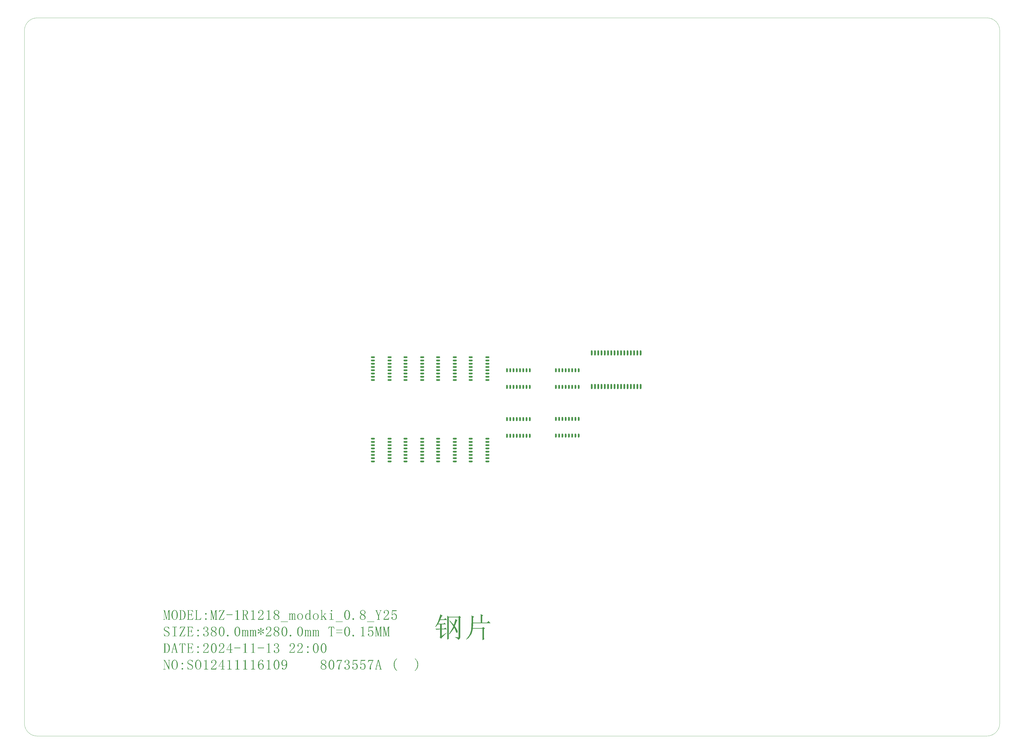
<source format=gbr>
G04 Generated by CircuitCAM Version 4.4*
%FSLAX33Y33*%
%MOMM*%
%ADD10C,0.000000*%
%LNSolderPasteTop_Ready*%
%LPD*%
G36*
G01X-130242Y-93012D02*
X-130235Y-92765D01*
X-130242Y-92544D01*
X-130262Y-92332D01*
X-130296Y-92130D01*
X-130344Y-91938D01*
X-130405Y-91755D01*
X-130480Y-91582D01*
X-130568Y-91418D01*
X-130665Y-91275D01*
X-130771Y-91153D01*
X-130888Y-91053D01*
X-131015Y-90976D01*
X-131152Y-90921D01*
X-131300Y-90888D01*
X-131457Y-90877D01*
X-131608Y-90887D01*
X-131750Y-90919D01*
X-131883Y-90971D01*
X-132008Y-91044D01*
X-132125Y-91139D01*
X-132233Y-91254D01*
X-132332Y-91390D01*
X-132421Y-91548D01*
X-132496Y-91718D01*
X-132557Y-91902D01*
X-132604Y-92098D01*
X-132638Y-92307D01*
X-132659Y-92530D01*
X-132666Y-92765D01*
X-132658Y-93005D01*
X-132637Y-93230D01*
X-132602Y-93442D01*
X-132552Y-93641D01*
X-132488Y-93826D01*
X-132410Y-93997D01*
X-132318Y-94154D01*
X-132212Y-94294D01*
X-132101Y-94413D01*
X-131983Y-94510D01*
X-131860Y-94585D01*
X-131732Y-94639D01*
X-131597Y-94671D01*
X-131457Y-94682D01*
X-131310Y-94672D01*
X-131170Y-94640D01*
X-131038Y-94588D01*
X-130913Y-94514D01*
X-130795Y-94420D01*
X-130685Y-94305D01*
X-130582Y-94168D01*
X-130490Y-94014D01*
X-130412Y-93844D01*
X-130348Y-93659D01*
X-130299Y-93458D01*
X-130263Y-93243D01*
X-130242Y-93012D01*
G37*
%LPC*%
G36*
G01X-132249Y-92765D02*
X-132244Y-93021D01*
X-132231Y-93256D01*
X-132208Y-93471D01*
X-132176Y-93666D01*
X-132136Y-93840D01*
X-132086Y-93993D01*
X-132027Y-94127D01*
X-131961Y-94241D01*
X-131890Y-94337D01*
X-131813Y-94417D01*
X-131732Y-94478D01*
X-131645Y-94522D01*
X-131554Y-94548D01*
X-131457Y-94557D01*
X-131357Y-94549D01*
X-131262Y-94523D01*
X-131173Y-94481D01*
X-131090Y-94421D01*
X-131012Y-94345D01*
X-130940Y-94251D01*
X-130874Y-94140D01*
X-130815Y-94014D01*
X-130765Y-93864D01*
X-130724Y-93691D01*
X-130693Y-93494D01*
X-130670Y-93275D01*
X-130656Y-93032D01*
X-130652Y-92765D01*
X-130656Y-92546D01*
X-130668Y-92339D01*
X-130687Y-92146D01*
X-130715Y-91965D01*
X-130751Y-91797D01*
X-130795Y-91643D01*
X-130846Y-91502D01*
X-130903Y-91376D01*
X-130970Y-91270D01*
X-131047Y-91184D01*
X-131134Y-91116D01*
X-131232Y-91068D01*
X-131339Y-91039D01*
X-131457Y-91029D01*
X-131558Y-91038D01*
X-131652Y-91064D01*
X-131741Y-91108D01*
X-131825Y-91170D01*
X-131902Y-91249D01*
X-131974Y-91346D01*
X-132041Y-91460D01*
X-132096Y-91592D01*
X-132143Y-91742D01*
X-132181Y-91911D01*
X-132211Y-92097D01*
X-132232Y-92302D01*
X-132245Y-92525D01*
X-132249Y-92765D01*
G37*
%LPD*%
G36*
G01X-129347Y-91201D02*
X-129346Y-91224D01*
X-129346Y-94335D01*
X-129347Y-94358D01*
X-129351Y-94379D01*
X-129356Y-94399D01*
X-129364Y-94417D01*
X-129374Y-94433D01*
X-129387Y-94447D01*
X-129402Y-94460D01*
X-129415Y-94475D01*
X-129431Y-94487D01*
X-129450Y-94497D01*
X-129472Y-94505D01*
X-129497Y-94511D01*
X-129524Y-94514D01*
X-129554Y-94515D01*
X-129693Y-94515D01*
X-129693Y-94640D01*
X-128763Y-94640D01*
X-128556Y-94631D01*
X-128364Y-94602D01*
X-128186Y-94554D01*
X-128024Y-94486D01*
X-127876Y-94400D01*
X-127742Y-94294D01*
X-127624Y-94168D01*
X-127517Y-94023D01*
X-127427Y-93856D01*
X-127353Y-93669D01*
X-127295Y-93461D01*
X-127254Y-93231D01*
X-127229Y-92981D01*
X-127221Y-92710D01*
X-127229Y-92458D01*
X-127254Y-92226D01*
X-127295Y-92013D01*
X-127353Y-91821D01*
X-127427Y-91648D01*
X-127517Y-91496D01*
X-127624Y-91363D01*
X-127744Y-91248D01*
X-127876Y-91152D01*
X-128018Y-91073D01*
X-128170Y-91011D01*
X-128334Y-90967D01*
X-128508Y-90941D01*
X-128693Y-90932D01*
X-129666Y-90932D01*
X-129666Y-91057D01*
X-129541Y-91057D01*
X-129514Y-91058D01*
X-129490Y-91061D01*
X-129467Y-91065D01*
X-129448Y-91071D01*
X-129430Y-91078D01*
X-129415Y-91088D01*
X-129402Y-91099D01*
X-129387Y-91112D01*
X-129374Y-91126D01*
X-129364Y-91142D01*
X-129356Y-91160D01*
X-129351Y-91180D01*
X-129347Y-91201D01*
G37*
%LPC*%
G36*
G01X-127638Y-92752D02*
X-127644Y-92493D01*
X-127662Y-92258D01*
X-127691Y-92047D01*
X-127733Y-91858D01*
X-127787Y-91693D01*
X-127852Y-91551D01*
X-127929Y-91432D01*
X-128013Y-91333D01*
X-128106Y-91248D01*
X-128208Y-91180D01*
X-128319Y-91126D01*
X-128440Y-91088D01*
X-128569Y-91065D01*
X-128707Y-91057D01*
X-128749Y-91058D01*
X-128788Y-91061D01*
X-128823Y-91065D01*
X-128855Y-91071D01*
X-128883Y-91078D01*
X-128908Y-91088D01*
X-128929Y-91099D01*
X-128948Y-91112D01*
X-128963Y-91126D01*
X-128976Y-91142D01*
X-128986Y-91160D01*
X-128993Y-91180D01*
X-128997Y-91201D01*
X-128999Y-91224D01*
X-128999Y-94335D01*
X-128998Y-94358D01*
X-128994Y-94379D01*
X-128989Y-94399D01*
X-128981Y-94417D01*
X-128971Y-94433D01*
X-128958Y-94447D01*
X-128943Y-94460D01*
X-128923Y-94475D01*
X-128900Y-94487D01*
X-128876Y-94497D01*
X-128850Y-94505D01*
X-128823Y-94511D01*
X-128794Y-94514D01*
X-128763Y-94515D01*
X-128631Y-94508D01*
X-128505Y-94486D01*
X-128386Y-94449D01*
X-128273Y-94398D01*
X-128166Y-94331D01*
X-128066Y-94250D01*
X-127971Y-94154D01*
X-127883Y-94037D01*
X-127808Y-93892D01*
X-127747Y-93720D01*
X-127699Y-93519D01*
X-127665Y-93291D01*
X-127645Y-93035D01*
X-127638Y-92752D01*
G37*
%LPD*%
G36*
G01X-102921Y-91913D02*
X-102916Y-91793D01*
X-102921Y-91674D01*
X-102938Y-91564D01*
X-102967Y-91462D01*
X-103006Y-91369D01*
X-103057Y-91284D01*
X-103120Y-91208D01*
X-103193Y-91140D01*
X-103274Y-91085D01*
X-103363Y-91038D01*
X-103463Y-91000D01*
X-103572Y-90970D01*
X-103691Y-90949D01*
X-103819Y-90936D01*
X-103957Y-90932D01*
X-105193Y-90932D01*
X-105193Y-91057D01*
X-105068Y-91057D01*
X-105038Y-91058D01*
X-105011Y-91061D01*
X-104986Y-91065D01*
X-104964Y-91071D01*
X-104945Y-91078D01*
X-104929Y-91088D01*
X-104916Y-91099D01*
X-104901Y-91112D01*
X-104888Y-91126D01*
X-104878Y-91142D01*
X-104870Y-91160D01*
X-104865Y-91180D01*
X-104861Y-91201D01*
X-104860Y-91224D01*
X-104860Y-94335D01*
X-104861Y-94358D01*
X-104865Y-94379D01*
X-104870Y-94399D01*
X-104878Y-94417D01*
X-104888Y-94433D01*
X-104901Y-94447D01*
X-104916Y-94460D01*
X-104929Y-94475D01*
X-104945Y-94487D01*
X-104964Y-94497D01*
X-104986Y-94505D01*
X-105011Y-94511D01*
X-105038Y-94514D01*
X-105068Y-94515D01*
X-105193Y-94515D01*
X-105193Y-94640D01*
X-104193Y-94640D01*
X-104193Y-94515D01*
X-104318Y-94515D01*
X-104345Y-94514D01*
X-104371Y-94511D01*
X-104394Y-94505D01*
X-104416Y-94497D01*
X-104436Y-94487D01*
X-104454Y-94475D01*
X-104471Y-94460D01*
X-104482Y-94447D01*
X-104492Y-94433D01*
X-104499Y-94417D01*
X-104505Y-94399D01*
X-104509Y-94379D01*
X-104512Y-94358D01*
X-104513Y-94335D01*
X-104513Y-92779D01*
X-104027Y-92779D01*
X-103304Y-94640D01*
X-102693Y-94640D01*
X-102693Y-94515D01*
X-102832Y-94515D01*
X-102852Y-94515D01*
X-102870Y-94512D01*
X-102887Y-94508D01*
X-102903Y-94502D01*
X-102917Y-94494D01*
X-102931Y-94485D01*
X-102943Y-94474D01*
X-102959Y-94465D01*
X-102974Y-94453D01*
X-102988Y-94440D01*
X-103002Y-94424D01*
X-103016Y-94406D01*
X-103028Y-94385D01*
X-103041Y-94363D01*
X-103693Y-92752D01*
X-103611Y-92736D01*
X-103531Y-92712D01*
X-103454Y-92680D01*
X-103378Y-92640D01*
X-103305Y-92593D01*
X-103234Y-92537D01*
X-103166Y-92474D01*
X-103099Y-92399D01*
X-103043Y-92316D01*
X-102997Y-92226D01*
X-102962Y-92129D01*
X-102936Y-92025D01*
X-102921Y-91913D01*
G37*
%LPC*%
G36*
G01X-104513Y-92654D02*
X-104054Y-92654D01*
X-103962Y-92650D01*
X-103874Y-92637D01*
X-103792Y-92616D01*
X-103714Y-92586D01*
X-103642Y-92548D01*
X-103575Y-92501D01*
X-103513Y-92446D01*
X-103454Y-92386D01*
X-103404Y-92317D01*
X-103363Y-92239D01*
X-103331Y-92151D01*
X-103309Y-92055D01*
X-103295Y-91949D01*
X-103291Y-91835D01*
X-103295Y-91731D01*
X-103306Y-91634D01*
X-103326Y-91544D01*
X-103354Y-91461D01*
X-103390Y-91384D01*
X-103433Y-91314D01*
X-103485Y-91252D01*
X-103545Y-91200D01*
X-103614Y-91156D01*
X-103693Y-91121D01*
X-103780Y-91093D01*
X-103876Y-91073D01*
X-103982Y-91061D01*
X-104096Y-91057D01*
X-104332Y-91057D01*
X-104355Y-91058D01*
X-104378Y-91061D01*
X-104399Y-91065D01*
X-104418Y-91071D01*
X-104437Y-91078D01*
X-104455Y-91088D01*
X-104471Y-91099D01*
X-104482Y-91112D01*
X-104492Y-91126D01*
X-104499Y-91142D01*
X-104505Y-91160D01*
X-104509Y-91180D01*
X-104512Y-91201D01*
X-104513Y-91224D01*
X-104513Y-92654D01*
G37*
%LPD*%
G36*
G01X-90686Y-93812D02*
X-90679Y-93696D01*
X-90683Y-93610D01*
X-90694Y-93525D01*
X-90713Y-93442D01*
X-90738Y-93360D01*
X-90772Y-93281D01*
X-90812Y-93203D01*
X-90860Y-93127D01*
X-90915Y-93056D01*
X-90978Y-92986D01*
X-91048Y-92917D01*
X-91125Y-92850D01*
X-91210Y-92784D01*
X-91302Y-92718D01*
X-91402Y-92654D01*
X-91306Y-92602D01*
X-91218Y-92548D01*
X-91137Y-92492D01*
X-91064Y-92434D01*
X-90998Y-92375D01*
X-90939Y-92314D01*
X-90888Y-92252D01*
X-90844Y-92184D01*
X-90806Y-92116D01*
X-90776Y-92047D01*
X-90752Y-91977D01*
X-90735Y-91907D01*
X-90725Y-91837D01*
X-90721Y-91765D01*
X-90727Y-91661D01*
X-90745Y-91560D01*
X-90775Y-91464D01*
X-90816Y-91373D01*
X-90870Y-91286D01*
X-90935Y-91204D01*
X-91013Y-91127D01*
X-91096Y-91060D01*
X-91186Y-91004D01*
X-91284Y-90958D01*
X-91389Y-90922D01*
X-91502Y-90897D01*
X-91622Y-90882D01*
X-91749Y-90877D01*
X-91891Y-90882D01*
X-92023Y-90897D01*
X-92146Y-90922D01*
X-92259Y-90958D01*
X-92363Y-91004D01*
X-92456Y-91060D01*
X-92541Y-91127D01*
X-92614Y-91204D01*
X-92677Y-91286D01*
X-92728Y-91373D01*
X-92767Y-91464D01*
X-92796Y-91560D01*
X-92813Y-91661D01*
X-92818Y-91765D01*
X-92815Y-91844D01*
X-92806Y-91920D01*
X-92790Y-91993D01*
X-92768Y-92065D01*
X-92740Y-92134D01*
X-92706Y-92201D01*
X-92666Y-92265D01*
X-92615Y-92331D01*
X-92559Y-92394D01*
X-92497Y-92453D01*
X-92430Y-92508D01*
X-92357Y-92560D01*
X-92278Y-92609D01*
X-92193Y-92654D01*
X-92289Y-92711D01*
X-92378Y-92771D01*
X-92460Y-92834D01*
X-92536Y-92899D01*
X-92604Y-92968D01*
X-92666Y-93039D01*
X-92721Y-93113D01*
X-92769Y-93190D01*
X-92810Y-93271D01*
X-92843Y-93357D01*
X-92869Y-93446D01*
X-92887Y-93539D01*
X-92898Y-93636D01*
X-92902Y-93738D01*
X-92895Y-93843D01*
X-92876Y-93944D01*
X-92843Y-94041D01*
X-92797Y-94135D01*
X-92739Y-94224D01*
X-92667Y-94309D01*
X-92582Y-94390D01*
X-92484Y-94468D01*
X-92382Y-94533D01*
X-92274Y-94587D01*
X-92160Y-94629D01*
X-92042Y-94658D01*
X-91919Y-94676D01*
X-91791Y-94682D01*
X-91652Y-94676D01*
X-91521Y-94658D01*
X-91398Y-94629D01*
X-91283Y-94587D01*
X-91176Y-94533D01*
X-91076Y-94468D01*
X-90985Y-94390D01*
X-90904Y-94308D01*
X-90835Y-94220D01*
X-90779Y-94127D01*
X-90736Y-94028D01*
X-90704Y-93923D01*
X-90686Y-93812D01*
G37*
%LPC*%
G36*
G01X-92596Y-93738D02*
X-92592Y-93834D01*
X-92578Y-93926D01*
X-92555Y-94012D01*
X-92524Y-94094D01*
X-92483Y-94170D01*
X-92433Y-94241D01*
X-92374Y-94307D01*
X-92304Y-94366D01*
X-92230Y-94416D01*
X-92151Y-94457D01*
X-92068Y-94489D01*
X-91980Y-94511D01*
X-91888Y-94525D01*
X-91791Y-94529D01*
X-91676Y-94525D01*
X-91572Y-94511D01*
X-91477Y-94489D01*
X-91391Y-94457D01*
X-91316Y-94416D01*
X-91250Y-94366D01*
X-91193Y-94307D01*
X-91142Y-94242D01*
X-91098Y-94172D01*
X-91062Y-94099D01*
X-91035Y-94021D01*
X-91015Y-93940D01*
X-91003Y-93855D01*
X-90999Y-93765D01*
X-91004Y-93683D01*
X-91020Y-93602D01*
X-91047Y-93523D01*
X-91085Y-93446D01*
X-91134Y-93370D01*
X-91193Y-93296D01*
X-91263Y-93224D01*
X-91344Y-93149D01*
X-91435Y-93076D01*
X-91537Y-93005D01*
X-91651Y-92936D01*
X-91774Y-92868D01*
X-91909Y-92802D01*
X-92054Y-92738D01*
X-92127Y-92791D01*
X-92195Y-92847D01*
X-92258Y-92905D01*
X-92315Y-92967D01*
X-92368Y-93031D01*
X-92415Y-93098D01*
X-92457Y-93168D01*
X-92494Y-93244D01*
X-92525Y-93322D01*
X-92551Y-93402D01*
X-92571Y-93483D01*
X-92585Y-93566D01*
X-92593Y-93651D01*
X-92596Y-93738D01*
G37*
G36*
G01X-91027Y-91779D02*
X-91030Y-91694D01*
X-91041Y-91612D01*
X-91060Y-91533D01*
X-91086Y-91457D01*
X-91119Y-91385D01*
X-91159Y-91317D01*
X-91207Y-91252D01*
X-91263Y-91193D01*
X-91325Y-91143D01*
X-91395Y-91102D01*
X-91473Y-91070D01*
X-91557Y-91047D01*
X-91649Y-91034D01*
X-91749Y-91029D01*
X-91863Y-91034D01*
X-91968Y-91046D01*
X-92063Y-91068D01*
X-92148Y-91097D01*
X-92224Y-91136D01*
X-92290Y-91182D01*
X-92346Y-91238D01*
X-92390Y-91301D01*
X-92428Y-91366D01*
X-92458Y-91431D01*
X-92482Y-91496D01*
X-92499Y-91562D01*
X-92509Y-91629D01*
X-92513Y-91696D01*
X-92508Y-91763D01*
X-92492Y-91831D01*
X-92467Y-91898D01*
X-92431Y-91966D01*
X-92385Y-92033D01*
X-92329Y-92101D01*
X-92263Y-92168D01*
X-92187Y-92231D01*
X-92103Y-92292D01*
X-92010Y-92351D01*
X-91909Y-92409D01*
X-91799Y-92464D01*
X-91681Y-92519D01*
X-91554Y-92571D01*
X-91482Y-92530D01*
X-91415Y-92487D01*
X-91354Y-92442D01*
X-91298Y-92394D01*
X-91248Y-92344D01*
X-91204Y-92292D01*
X-91166Y-92238D01*
X-91129Y-92181D01*
X-91098Y-92121D01*
X-91072Y-92058D01*
X-91052Y-91993D01*
X-91038Y-91924D01*
X-91030Y-91853D01*
X-91027Y-91779D01*
G37*
%LPD*%
G36*
G01X-81464Y-93569D02*
X-81457Y-93418D01*
X-81463Y-93285D01*
X-81482Y-93155D01*
X-81513Y-93029D01*
X-81557Y-92906D01*
X-81613Y-92786D01*
X-81682Y-92670D01*
X-81763Y-92557D01*
X-81854Y-92454D01*
X-81954Y-92367D01*
X-82063Y-92295D01*
X-82180Y-92240D01*
X-82306Y-92200D01*
X-82440Y-92176D01*
X-82582Y-92168D01*
X-82721Y-92176D01*
X-82853Y-92200D01*
X-82978Y-92240D01*
X-83095Y-92295D01*
X-83204Y-92367D01*
X-83307Y-92454D01*
X-83402Y-92557D01*
X-83483Y-92670D01*
X-83551Y-92786D01*
X-83607Y-92906D01*
X-83651Y-93029D01*
X-83682Y-93155D01*
X-83701Y-93285D01*
X-83707Y-93418D01*
X-83701Y-93562D01*
X-83682Y-93701D01*
X-83651Y-93833D01*
X-83607Y-93960D01*
X-83551Y-94081D01*
X-83483Y-94197D01*
X-83402Y-94307D01*
X-83307Y-94407D01*
X-83204Y-94491D01*
X-83095Y-94560D01*
X-82978Y-94613D01*
X-82853Y-94652D01*
X-82721Y-94674D01*
X-82582Y-94682D01*
X-82450Y-94675D01*
X-82325Y-94653D01*
X-82206Y-94616D01*
X-82092Y-94564D01*
X-81986Y-94498D01*
X-81885Y-94417D01*
X-81791Y-94321D01*
X-81702Y-94214D01*
X-81627Y-94100D01*
X-81566Y-93978D01*
X-81518Y-93849D01*
X-81484Y-93713D01*
X-81464Y-93569D01*
G37*
%LPC*%
G36*
G01X-83360Y-93446D02*
X-83355Y-93599D01*
X-83342Y-93741D01*
X-83319Y-93871D01*
X-83287Y-93990D01*
X-83247Y-94098D01*
X-83197Y-94194D01*
X-83138Y-94279D01*
X-83072Y-94353D01*
X-83002Y-94415D01*
X-82927Y-94466D01*
X-82848Y-94506D01*
X-82764Y-94534D01*
X-82675Y-94551D01*
X-82582Y-94557D01*
X-82482Y-94551D01*
X-82388Y-94532D01*
X-82301Y-94501D01*
X-82219Y-94457D01*
X-82144Y-94401D01*
X-82075Y-94333D01*
X-82013Y-94252D01*
X-81958Y-94164D01*
X-81911Y-94067D01*
X-81873Y-93961D01*
X-81843Y-93846D01*
X-81821Y-93722D01*
X-81809Y-93588D01*
X-81804Y-93446D01*
X-81809Y-93289D01*
X-81824Y-93143D01*
X-81848Y-93009D01*
X-81882Y-92886D01*
X-81925Y-92774D01*
X-81978Y-92674D01*
X-82041Y-92585D01*
X-82106Y-92508D01*
X-82176Y-92442D01*
X-82249Y-92388D01*
X-82326Y-92347D01*
X-82408Y-92317D01*
X-82493Y-92299D01*
X-82582Y-92293D01*
X-82668Y-92299D01*
X-82751Y-92317D01*
X-82831Y-92347D01*
X-82909Y-92388D01*
X-82983Y-92442D01*
X-83055Y-92508D01*
X-83124Y-92585D01*
X-83187Y-92674D01*
X-83240Y-92774D01*
X-83283Y-92886D01*
X-83317Y-93009D01*
X-83341Y-93143D01*
X-83355Y-93289D01*
X-83360Y-93446D01*
G37*
%LPD*%
G36*
G01X-79750Y-94648D02*
X-79638Y-94654D01*
X-79571Y-94652D01*
X-79507Y-94644D01*
X-79446Y-94631D01*
X-79386Y-94614D01*
X-79329Y-94591D01*
X-79274Y-94563D01*
X-79221Y-94529D01*
X-79167Y-94492D01*
X-79117Y-94452D01*
X-79070Y-94409D01*
X-79026Y-94364D01*
X-78986Y-94315D01*
X-78949Y-94264D01*
X-78916Y-94210D01*
X-78916Y-94627D01*
X-78874Y-94627D01*
X-78838Y-94608D01*
X-78802Y-94590D01*
X-78767Y-94575D01*
X-78731Y-94561D01*
X-78695Y-94549D01*
X-78660Y-94538D01*
X-78624Y-94529D01*
X-78592Y-94522D01*
X-78562Y-94516D01*
X-78531Y-94511D01*
X-78501Y-94507D01*
X-78472Y-94504D01*
X-78444Y-94502D01*
X-78416Y-94502D01*
X-78291Y-94502D01*
X-78291Y-94377D01*
X-78443Y-94377D01*
X-78466Y-94375D01*
X-78488Y-94372D01*
X-78507Y-94366D01*
X-78525Y-94358D01*
X-78541Y-94348D01*
X-78556Y-94336D01*
X-78568Y-94321D01*
X-78579Y-94308D01*
X-78589Y-94292D01*
X-78596Y-94273D01*
X-78602Y-94251D01*
X-78607Y-94226D01*
X-78609Y-94199D01*
X-78610Y-94168D01*
X-78610Y-90752D01*
X-78642Y-90775D01*
X-78674Y-90796D01*
X-78705Y-90815D01*
X-78737Y-90833D01*
X-78769Y-90849D01*
X-78801Y-90864D01*
X-78832Y-90877D01*
X-78864Y-90891D01*
X-78896Y-90904D01*
X-78927Y-90914D01*
X-78959Y-90922D01*
X-78991Y-90928D01*
X-79023Y-90931D01*
X-79054Y-90932D01*
X-79291Y-90932D01*
X-79291Y-91057D01*
X-79124Y-91057D01*
X-79094Y-91058D01*
X-79066Y-91062D01*
X-79041Y-91067D01*
X-79020Y-91075D01*
X-79001Y-91085D01*
X-78984Y-91098D01*
X-78971Y-91113D01*
X-78956Y-91134D01*
X-78944Y-91157D01*
X-78934Y-91182D01*
X-78926Y-91210D01*
X-78920Y-91240D01*
X-78917Y-91273D01*
X-78916Y-91307D01*
X-78916Y-92488D01*
X-78949Y-92442D01*
X-78986Y-92400D01*
X-79026Y-92363D01*
X-79070Y-92329D01*
X-79117Y-92299D01*
X-79167Y-92273D01*
X-79221Y-92252D01*
X-79273Y-92233D01*
X-79324Y-92218D01*
X-79376Y-92205D01*
X-79427Y-92195D01*
X-79479Y-92188D01*
X-79531Y-92184D01*
X-79582Y-92182D01*
X-79695Y-92189D01*
X-79804Y-92209D01*
X-79910Y-92243D01*
X-80011Y-92291D01*
X-80108Y-92352D01*
X-80201Y-92427D01*
X-80291Y-92515D01*
X-80372Y-92616D01*
X-80440Y-92725D01*
X-80496Y-92845D01*
X-80540Y-92974D01*
X-80571Y-93112D01*
X-80590Y-93260D01*
X-80596Y-93418D01*
X-80590Y-93583D01*
X-80573Y-93737D01*
X-80545Y-93879D01*
X-80505Y-94010D01*
X-80454Y-94130D01*
X-80392Y-94238D01*
X-80318Y-94335D01*
X-80236Y-94420D01*
X-80149Y-94491D01*
X-80057Y-94550D01*
X-79960Y-94596D01*
X-79858Y-94628D01*
X-79750Y-94648D01*
G37*
%LPC*%
G36*
G01X-78916Y-92668D02*
X-78949Y-92619D01*
X-78985Y-92574D01*
X-79024Y-92534D01*
X-79065Y-92498D01*
X-79110Y-92467D01*
X-79157Y-92440D01*
X-79207Y-92418D01*
X-79259Y-92403D01*
X-79309Y-92391D01*
X-79359Y-92381D01*
X-79409Y-92373D01*
X-79458Y-92367D01*
X-79507Y-92364D01*
X-79554Y-92363D01*
X-79647Y-92369D01*
X-79732Y-92386D01*
X-79812Y-92416D01*
X-79886Y-92458D01*
X-79953Y-92511D01*
X-80014Y-92577D01*
X-80068Y-92654D01*
X-80116Y-92746D01*
X-80157Y-92845D01*
X-80190Y-92952D01*
X-80216Y-93067D01*
X-80234Y-93190D01*
X-80245Y-93321D01*
X-80249Y-93460D01*
X-80246Y-93601D01*
X-80235Y-93732D01*
X-80218Y-93852D01*
X-80194Y-93961D01*
X-80164Y-94059D01*
X-80126Y-94147D01*
X-80082Y-94224D01*
X-80028Y-94290D01*
X-79968Y-94346D01*
X-79902Y-94392D01*
X-79831Y-94428D01*
X-79753Y-94453D01*
X-79671Y-94469D01*
X-79582Y-94474D01*
X-79513Y-94471D01*
X-79447Y-94461D01*
X-79386Y-94446D01*
X-79328Y-94424D01*
X-79275Y-94396D01*
X-79225Y-94362D01*
X-79179Y-94321D01*
X-79133Y-94274D01*
X-79090Y-94221D01*
X-79049Y-94162D01*
X-79012Y-94097D01*
X-78977Y-94025D01*
X-78945Y-93947D01*
X-78916Y-93863D01*
X-78916Y-92668D01*
G37*
%LPD*%
G36*
G01X-75353Y-93569D02*
X-75346Y-93418D01*
X-75352Y-93285D01*
X-75371Y-93155D01*
X-75402Y-93029D01*
X-75446Y-92906D01*
X-75502Y-92786D01*
X-75571Y-92670D01*
X-75652Y-92557D01*
X-75743Y-92454D01*
X-75843Y-92367D01*
X-75952Y-92295D01*
X-76069Y-92240D01*
X-76194Y-92200D01*
X-76329Y-92176D01*
X-76471Y-92168D01*
X-76610Y-92176D01*
X-76742Y-92200D01*
X-76867Y-92240D01*
X-76984Y-92295D01*
X-77093Y-92367D01*
X-77196Y-92454D01*
X-77291Y-92557D01*
X-77372Y-92670D01*
X-77440Y-92786D01*
X-77496Y-92906D01*
X-77540Y-93029D01*
X-77571Y-93155D01*
X-77590Y-93285D01*
X-77596Y-93418D01*
X-77590Y-93562D01*
X-77571Y-93701D01*
X-77540Y-93833D01*
X-77496Y-93960D01*
X-77440Y-94081D01*
X-77372Y-94197D01*
X-77291Y-94307D01*
X-77196Y-94407D01*
X-77093Y-94491D01*
X-76984Y-94560D01*
X-76867Y-94613D01*
X-76742Y-94652D01*
X-76610Y-94674D01*
X-76471Y-94682D01*
X-76339Y-94675D01*
X-76214Y-94653D01*
X-76094Y-94616D01*
X-75981Y-94564D01*
X-75874Y-94498D01*
X-75774Y-94417D01*
X-75679Y-94321D01*
X-75591Y-94214D01*
X-75516Y-94100D01*
X-75455Y-93978D01*
X-75407Y-93849D01*
X-75373Y-93713D01*
X-75353Y-93569D01*
G37*
%LPC*%
G36*
G01X-77249Y-93446D02*
X-77244Y-93599D01*
X-77231Y-93741D01*
X-77208Y-93871D01*
X-77176Y-93990D01*
X-77136Y-94098D01*
X-77086Y-94194D01*
X-77027Y-94279D01*
X-76961Y-94353D01*
X-76891Y-94415D01*
X-76816Y-94466D01*
X-76736Y-94506D01*
X-76653Y-94534D01*
X-76564Y-94551D01*
X-76471Y-94557D01*
X-76371Y-94551D01*
X-76277Y-94532D01*
X-76190Y-94501D01*
X-76108Y-94457D01*
X-76033Y-94401D01*
X-75964Y-94333D01*
X-75902Y-94252D01*
X-75846Y-94164D01*
X-75800Y-94067D01*
X-75761Y-93961D01*
X-75732Y-93846D01*
X-75710Y-93722D01*
X-75698Y-93588D01*
X-75693Y-93446D01*
X-75698Y-93289D01*
X-75713Y-93143D01*
X-75737Y-93009D01*
X-75770Y-92886D01*
X-75814Y-92774D01*
X-75867Y-92674D01*
X-75929Y-92585D01*
X-75995Y-92508D01*
X-76064Y-92442D01*
X-76138Y-92388D01*
X-76215Y-92347D01*
X-76297Y-92317D01*
X-76382Y-92299D01*
X-76471Y-92293D01*
X-76557Y-92299D01*
X-76640Y-92317D01*
X-76720Y-92347D01*
X-76798Y-92388D01*
X-76872Y-92442D01*
X-76944Y-92508D01*
X-77013Y-92585D01*
X-77075Y-92674D01*
X-77128Y-92774D01*
X-77172Y-92886D01*
X-77206Y-93009D01*
X-77230Y-93143D01*
X-77244Y-93289D01*
X-77249Y-93446D01*
G37*
%LPD*%
G36*
G01X-64384Y-94672D02*
X-64249Y-94682D01*
X-64117Y-94672D01*
X-63992Y-94640D01*
X-63872Y-94588D01*
X-63759Y-94514D01*
X-63652Y-94420D01*
X-63552Y-94305D01*
X-63457Y-94168D01*
X-63373Y-94014D01*
X-63301Y-93844D01*
X-63242Y-93659D01*
X-63196Y-93458D01*
X-63164Y-93243D01*
X-63144Y-93012D01*
X-63138Y-92765D01*
X-63144Y-92519D01*
X-63164Y-92289D01*
X-63196Y-92075D01*
X-63242Y-91877D01*
X-63301Y-91694D01*
X-63373Y-91527D01*
X-63457Y-91377D01*
X-63552Y-91244D01*
X-63652Y-91132D01*
X-63759Y-91040D01*
X-63872Y-90968D01*
X-63992Y-90917D01*
X-64117Y-90887D01*
X-64249Y-90877D01*
X-64388Y-90887D01*
X-64520Y-90919D01*
X-64644Y-90971D01*
X-64761Y-91044D01*
X-64871Y-91139D01*
X-64973Y-91254D01*
X-65068Y-91390D01*
X-65149Y-91548D01*
X-65218Y-91718D01*
X-65274Y-91902D01*
X-65318Y-92098D01*
X-65349Y-92307D01*
X-65368Y-92530D01*
X-65374Y-92765D01*
X-65367Y-93015D01*
X-65348Y-93248D01*
X-65315Y-93465D01*
X-65270Y-93666D01*
X-65211Y-93850D01*
X-65139Y-94017D01*
X-65054Y-94168D01*
X-64960Y-94305D01*
X-64858Y-94420D01*
X-64750Y-94514D01*
X-64635Y-94588D01*
X-64513Y-94640D01*
X-64384Y-94672D01*
G37*
%LPC*%
G36*
G01X-64249Y-91057D02*
X-64334Y-91066D01*
X-64416Y-91095D01*
X-64493Y-91141D01*
X-64566Y-91207D01*
X-64636Y-91291D01*
X-64701Y-91394D01*
X-64763Y-91515D01*
X-64814Y-91657D01*
X-64858Y-91810D01*
X-64894Y-91976D01*
X-64922Y-92155D01*
X-64941Y-92346D01*
X-64953Y-92549D01*
X-64957Y-92765D01*
X-64953Y-92992D01*
X-64941Y-93204D01*
X-64922Y-93402D01*
X-64894Y-93584D01*
X-64858Y-93752D01*
X-64814Y-93905D01*
X-64763Y-94043D01*
X-64701Y-94165D01*
X-64636Y-94268D01*
X-64566Y-94352D01*
X-64493Y-94417D01*
X-64416Y-94464D01*
X-64334Y-94492D01*
X-64249Y-94502D01*
X-64160Y-94492D01*
X-64078Y-94464D01*
X-64001Y-94417D01*
X-63929Y-94352D01*
X-63863Y-94268D01*
X-63803Y-94165D01*
X-63749Y-94043D01*
X-63697Y-93905D01*
X-63654Y-93752D01*
X-63618Y-93584D01*
X-63590Y-93402D01*
X-63570Y-93204D01*
X-63558Y-92992D01*
X-63554Y-92765D01*
X-63558Y-92549D01*
X-63569Y-92346D01*
X-63588Y-92155D01*
X-63613Y-91976D01*
X-63647Y-91810D01*
X-63687Y-91657D01*
X-63735Y-91515D01*
X-63786Y-91394D01*
X-63845Y-91291D01*
X-63911Y-91207D01*
X-63984Y-91141D01*
X-64065Y-91095D01*
X-64153Y-91066D01*
X-64249Y-91057D01*
G37*
%LPD*%
G36*
G01X-57075Y-93812D02*
X-57068Y-93696D01*
X-57072Y-93610D01*
X-57083Y-93525D01*
X-57102Y-93442D01*
X-57127Y-93360D01*
X-57160Y-93281D01*
X-57201Y-93203D01*
X-57249Y-93127D01*
X-57304Y-93056D01*
X-57367Y-92986D01*
X-57437Y-92917D01*
X-57514Y-92850D01*
X-57599Y-92784D01*
X-57691Y-92718D01*
X-57791Y-92654D01*
X-57695Y-92602D01*
X-57607Y-92548D01*
X-57526Y-92492D01*
X-57453Y-92434D01*
X-57387Y-92375D01*
X-57328Y-92314D01*
X-57277Y-92252D01*
X-57232Y-92184D01*
X-57195Y-92116D01*
X-57164Y-92047D01*
X-57141Y-91977D01*
X-57124Y-91907D01*
X-57113Y-91837D01*
X-57110Y-91765D01*
X-57116Y-91661D01*
X-57134Y-91560D01*
X-57164Y-91464D01*
X-57205Y-91373D01*
X-57259Y-91286D01*
X-57324Y-91204D01*
X-57402Y-91127D01*
X-57485Y-91060D01*
X-57575Y-91004D01*
X-57673Y-90958D01*
X-57778Y-90922D01*
X-57891Y-90897D01*
X-58011Y-90882D01*
X-58138Y-90877D01*
X-58280Y-90882D01*
X-58412Y-90897D01*
X-58535Y-90922D01*
X-58648Y-90958D01*
X-58751Y-91004D01*
X-58845Y-91060D01*
X-58929Y-91127D01*
X-59003Y-91204D01*
X-59066Y-91286D01*
X-59117Y-91373D01*
X-59156Y-91464D01*
X-59185Y-91560D01*
X-59202Y-91661D01*
X-59207Y-91765D01*
X-59204Y-91844D01*
X-59195Y-91920D01*
X-59179Y-91993D01*
X-59157Y-92065D01*
X-59129Y-92134D01*
X-59095Y-92201D01*
X-59054Y-92265D01*
X-59004Y-92331D01*
X-58948Y-92394D01*
X-58886Y-92453D01*
X-58819Y-92508D01*
X-58746Y-92560D01*
X-58667Y-92609D01*
X-58582Y-92654D01*
X-58678Y-92711D01*
X-58767Y-92771D01*
X-58849Y-92834D01*
X-58925Y-92899D01*
X-58993Y-92968D01*
X-59055Y-93039D01*
X-59110Y-93113D01*
X-59158Y-93190D01*
X-59198Y-93271D01*
X-59232Y-93357D01*
X-59257Y-93446D01*
X-59276Y-93539D01*
X-59287Y-93636D01*
X-59291Y-93738D01*
X-59284Y-93843D01*
X-59265Y-93944D01*
X-59232Y-94041D01*
X-59186Y-94135D01*
X-59128Y-94224D01*
X-59056Y-94309D01*
X-58971Y-94390D01*
X-58873Y-94468D01*
X-58770Y-94533D01*
X-58662Y-94587D01*
X-58549Y-94629D01*
X-58431Y-94658D01*
X-58308Y-94676D01*
X-58179Y-94682D01*
X-58041Y-94676D01*
X-57910Y-94658D01*
X-57787Y-94629D01*
X-57672Y-94587D01*
X-57564Y-94533D01*
X-57465Y-94468D01*
X-57374Y-94390D01*
X-57293Y-94308D01*
X-57224Y-94220D01*
X-57168Y-94127D01*
X-57124Y-94028D01*
X-57093Y-93923D01*
X-57075Y-93812D01*
G37*
%LPC*%
G36*
G01X-58985Y-93738D02*
X-58980Y-93834D01*
X-58967Y-93926D01*
X-58944Y-94012D01*
X-58912Y-94094D01*
X-58872Y-94170D01*
X-58822Y-94241D01*
X-58763Y-94307D01*
X-58693Y-94366D01*
X-58619Y-94416D01*
X-58540Y-94457D01*
X-58457Y-94489D01*
X-58369Y-94511D01*
X-58276Y-94525D01*
X-58179Y-94529D01*
X-58065Y-94525D01*
X-57961Y-94511D01*
X-57866Y-94489D01*
X-57780Y-94457D01*
X-57705Y-94416D01*
X-57639Y-94366D01*
X-57582Y-94307D01*
X-57531Y-94242D01*
X-57487Y-94172D01*
X-57451Y-94099D01*
X-57424Y-94021D01*
X-57404Y-93940D01*
X-57392Y-93855D01*
X-57388Y-93765D01*
X-57393Y-93683D01*
X-57409Y-93602D01*
X-57436Y-93523D01*
X-57474Y-93446D01*
X-57522Y-93370D01*
X-57582Y-93296D01*
X-57652Y-93224D01*
X-57732Y-93149D01*
X-57824Y-93076D01*
X-57926Y-93005D01*
X-58039Y-92936D01*
X-58163Y-92868D01*
X-58298Y-92802D01*
X-58443Y-92738D01*
X-58516Y-92791D01*
X-58584Y-92847D01*
X-58647Y-92905D01*
X-58704Y-92967D01*
X-58757Y-93031D01*
X-58804Y-93098D01*
X-58846Y-93168D01*
X-58883Y-93244D01*
X-58914Y-93322D01*
X-58940Y-93402D01*
X-58960Y-93483D01*
X-58974Y-93566D01*
X-58982Y-93651D01*
X-58985Y-93738D01*
G37*
G36*
G01X-57416Y-91779D02*
X-57419Y-91694D01*
X-57430Y-91612D01*
X-57449Y-91533D01*
X-57475Y-91457D01*
X-57508Y-91385D01*
X-57548Y-91317D01*
X-57596Y-91252D01*
X-57651Y-91193D01*
X-57714Y-91143D01*
X-57784Y-91102D01*
X-57861Y-91070D01*
X-57946Y-91047D01*
X-58038Y-91034D01*
X-58138Y-91029D01*
X-58252Y-91034D01*
X-58357Y-91046D01*
X-58452Y-91068D01*
X-58537Y-91097D01*
X-58613Y-91136D01*
X-58679Y-91182D01*
X-58735Y-91238D01*
X-58779Y-91301D01*
X-58817Y-91366D01*
X-58847Y-91431D01*
X-58871Y-91496D01*
X-58888Y-91562D01*
X-58898Y-91629D01*
X-58902Y-91696D01*
X-58897Y-91763D01*
X-58881Y-91831D01*
X-58856Y-91898D01*
X-58820Y-91966D01*
X-58774Y-92033D01*
X-58718Y-92101D01*
X-58652Y-92168D01*
X-58576Y-92231D01*
X-58492Y-92292D01*
X-58399Y-92351D01*
X-58298Y-92409D01*
X-58188Y-92464D01*
X-58070Y-92519D01*
X-57943Y-92571D01*
X-57871Y-92530D01*
X-57804Y-92487D01*
X-57743Y-92442D01*
X-57687Y-92394D01*
X-57637Y-92344D01*
X-57593Y-92292D01*
X-57554Y-92238D01*
X-57518Y-92181D01*
X-57486Y-92121D01*
X-57461Y-92058D01*
X-57441Y-91993D01*
X-57427Y-91924D01*
X-57418Y-91853D01*
X-57416Y-91779D01*
G37*
%LPD*%
G36*
G01X-115130Y-100282D02*
X-115124Y-100165D01*
X-115128Y-100079D01*
X-115139Y-99994D01*
X-115157Y-99911D01*
X-115183Y-99830D01*
X-115216Y-99750D01*
X-115257Y-99672D01*
X-115304Y-99596D01*
X-115360Y-99525D01*
X-115422Y-99455D01*
X-115492Y-99387D01*
X-115570Y-99319D01*
X-115655Y-99253D01*
X-115747Y-99188D01*
X-115846Y-99124D01*
X-115751Y-99071D01*
X-115662Y-99017D01*
X-115582Y-98961D01*
X-115508Y-98904D01*
X-115442Y-98845D01*
X-115384Y-98784D01*
X-115332Y-98721D01*
X-115288Y-98653D01*
X-115251Y-98585D01*
X-115220Y-98516D01*
X-115196Y-98447D01*
X-115179Y-98377D01*
X-115169Y-98306D01*
X-115166Y-98235D01*
X-115172Y-98130D01*
X-115189Y-98030D01*
X-115219Y-97934D01*
X-115261Y-97843D01*
X-115314Y-97756D01*
X-115380Y-97674D01*
X-115457Y-97596D01*
X-115540Y-97530D01*
X-115631Y-97474D01*
X-115729Y-97428D01*
X-115834Y-97392D01*
X-115946Y-97366D01*
X-116066Y-97351D01*
X-116193Y-97346D01*
X-116335Y-97351D01*
X-116468Y-97366D01*
X-116590Y-97392D01*
X-116704Y-97428D01*
X-116807Y-97474D01*
X-116901Y-97530D01*
X-116985Y-97596D01*
X-117059Y-97674D01*
X-117121Y-97756D01*
X-117172Y-97843D01*
X-117212Y-97934D01*
X-117240Y-98030D01*
X-117257Y-98130D01*
X-117263Y-98235D01*
X-117260Y-98313D01*
X-117250Y-98389D01*
X-117235Y-98463D01*
X-117213Y-98534D01*
X-117185Y-98603D01*
X-117151Y-98670D01*
X-117110Y-98735D01*
X-117060Y-98801D01*
X-117003Y-98863D01*
X-116942Y-98922D01*
X-116874Y-98978D01*
X-116801Y-99030D01*
X-116722Y-99078D01*
X-116638Y-99124D01*
X-116734Y-99181D01*
X-116823Y-99241D01*
X-116905Y-99303D01*
X-116980Y-99369D01*
X-117049Y-99437D01*
X-117111Y-99508D01*
X-117166Y-99582D01*
X-117213Y-99660D01*
X-117254Y-99741D01*
X-117287Y-99826D01*
X-117313Y-99915D01*
X-117331Y-100009D01*
X-117342Y-100106D01*
X-117346Y-100207D01*
X-117340Y-100312D01*
X-117320Y-100413D01*
X-117287Y-100511D01*
X-117242Y-100604D01*
X-117183Y-100693D01*
X-117111Y-100779D01*
X-117027Y-100860D01*
X-116929Y-100937D01*
X-116826Y-101003D01*
X-116718Y-101056D01*
X-116605Y-101098D01*
X-116487Y-101128D01*
X-116363Y-101146D01*
X-116235Y-101152D01*
X-116096Y-101146D01*
X-115965Y-101128D01*
X-115842Y-101098D01*
X-115727Y-101056D01*
X-115620Y-101003D01*
X-115521Y-100937D01*
X-115429Y-100860D01*
X-115348Y-100778D01*
X-115280Y-100690D01*
X-115224Y-100596D01*
X-115180Y-100497D01*
X-115149Y-100392D01*
X-115130Y-100282D01*
G37*
%LPC*%
G36*
G01X-117041Y-100207D02*
X-117036Y-100304D01*
X-117022Y-100395D01*
X-117000Y-100482D01*
X-116968Y-100563D01*
X-116927Y-100639D01*
X-116877Y-100711D01*
X-116818Y-100777D01*
X-116749Y-100836D01*
X-116674Y-100885D01*
X-116596Y-100926D01*
X-116512Y-100958D01*
X-116424Y-100981D01*
X-116332Y-100994D01*
X-116235Y-100999D01*
X-116121Y-100994D01*
X-116016Y-100981D01*
X-115921Y-100958D01*
X-115836Y-100926D01*
X-115760Y-100885D01*
X-115694Y-100836D01*
X-115638Y-100777D01*
X-115586Y-100711D01*
X-115543Y-100642D01*
X-115507Y-100568D01*
X-115479Y-100491D01*
X-115459Y-100410D01*
X-115447Y-100324D01*
X-115443Y-100235D01*
X-115449Y-100152D01*
X-115465Y-100072D01*
X-115492Y-99993D01*
X-115530Y-99915D01*
X-115578Y-99839D01*
X-115637Y-99766D01*
X-115707Y-99693D01*
X-115788Y-99619D01*
X-115880Y-99546D01*
X-115982Y-99475D01*
X-116095Y-99405D01*
X-116219Y-99338D01*
X-116354Y-99271D01*
X-116499Y-99207D01*
X-116572Y-99260D01*
X-116640Y-99316D01*
X-116702Y-99375D01*
X-116760Y-99436D01*
X-116812Y-99500D01*
X-116859Y-99568D01*
X-116902Y-99638D01*
X-116939Y-99714D01*
X-116970Y-99792D01*
X-116995Y-99872D01*
X-117015Y-99953D01*
X-117029Y-100036D01*
X-117038Y-100121D01*
X-117041Y-100207D01*
G37*
G36*
G01X-115471Y-98249D02*
X-115475Y-98163D01*
X-115486Y-98081D01*
X-115504Y-98002D01*
X-115530Y-97927D01*
X-115563Y-97855D01*
X-115604Y-97786D01*
X-115652Y-97721D01*
X-115707Y-97662D01*
X-115770Y-97612D01*
X-115840Y-97571D01*
X-115917Y-97540D01*
X-116002Y-97517D01*
X-116094Y-97503D01*
X-116193Y-97499D01*
X-116308Y-97503D01*
X-116412Y-97516D01*
X-116507Y-97537D01*
X-116592Y-97567D01*
X-116668Y-97605D01*
X-116734Y-97652D01*
X-116791Y-97707D01*
X-116835Y-97771D01*
X-116872Y-97835D01*
X-116903Y-97900D01*
X-116927Y-97966D01*
X-116944Y-98032D01*
X-116954Y-98098D01*
X-116957Y-98165D01*
X-116952Y-98233D01*
X-116937Y-98300D01*
X-116911Y-98368D01*
X-116876Y-98435D01*
X-116830Y-98503D01*
X-116774Y-98570D01*
X-116707Y-98638D01*
X-116632Y-98700D01*
X-116547Y-98761D01*
X-116455Y-98821D01*
X-116354Y-98878D01*
X-116244Y-98934D01*
X-116126Y-98988D01*
X-115999Y-99040D01*
X-115926Y-99000D01*
X-115859Y-98957D01*
X-115798Y-98911D01*
X-115743Y-98864D01*
X-115693Y-98814D01*
X-115649Y-98762D01*
X-115610Y-98707D01*
X-115573Y-98650D01*
X-115542Y-98590D01*
X-115516Y-98528D01*
X-115497Y-98462D01*
X-115482Y-98394D01*
X-115474Y-98323D01*
X-115471Y-98249D01*
G37*
%LPD*%
G36*
G01X-113273Y-101141D02*
X-113138Y-101152D01*
X-113006Y-101141D01*
X-112880Y-101110D01*
X-112761Y-101057D01*
X-112648Y-100984D01*
X-112541Y-100889D01*
X-112441Y-100774D01*
X-112346Y-100638D01*
X-112261Y-100483D01*
X-112190Y-100313D01*
X-112131Y-100128D01*
X-112085Y-99928D01*
X-112053Y-99712D01*
X-112033Y-99481D01*
X-112027Y-99235D01*
X-112033Y-98989D01*
X-112053Y-98759D01*
X-112085Y-98544D01*
X-112131Y-98346D01*
X-112190Y-98163D01*
X-112261Y-97997D01*
X-112346Y-97846D01*
X-112441Y-97713D01*
X-112541Y-97601D01*
X-112648Y-97509D01*
X-112761Y-97438D01*
X-112880Y-97387D01*
X-113006Y-97356D01*
X-113138Y-97346D01*
X-113277Y-97356D01*
X-113409Y-97388D01*
X-113533Y-97440D01*
X-113650Y-97514D01*
X-113760Y-97608D01*
X-113862Y-97724D01*
X-113957Y-97860D01*
X-114038Y-98017D01*
X-114107Y-98188D01*
X-114163Y-98371D01*
X-114207Y-98567D01*
X-114238Y-98777D01*
X-114257Y-98999D01*
X-114263Y-99235D01*
X-114256Y-99485D01*
X-114237Y-99718D01*
X-114204Y-99935D01*
X-114158Y-100135D01*
X-114100Y-100319D01*
X-114028Y-100487D01*
X-113943Y-100638D01*
X-113849Y-100774D01*
X-113747Y-100889D01*
X-113639Y-100984D01*
X-113524Y-101057D01*
X-113402Y-101110D01*
X-113273Y-101141D01*
G37*
%LPC*%
G36*
G01X-113138Y-97527D02*
X-113223Y-97536D01*
X-113304Y-97564D01*
X-113382Y-97611D01*
X-113455Y-97676D01*
X-113525Y-97760D01*
X-113590Y-97863D01*
X-113652Y-97985D01*
X-113703Y-98126D01*
X-113747Y-98280D01*
X-113783Y-98446D01*
X-113810Y-98624D01*
X-113830Y-98815D01*
X-113842Y-99019D01*
X-113846Y-99235D01*
X-113842Y-99462D01*
X-113830Y-99674D01*
X-113810Y-99871D01*
X-113783Y-100053D01*
X-113747Y-100221D01*
X-113703Y-100374D01*
X-113652Y-100513D01*
X-113590Y-100634D01*
X-113525Y-100737D01*
X-113455Y-100821D01*
X-113382Y-100887D01*
X-113304Y-100934D01*
X-113223Y-100962D01*
X-113138Y-100971D01*
X-113049Y-100962D01*
X-112967Y-100934D01*
X-112890Y-100887D01*
X-112818Y-100821D01*
X-112752Y-100737D01*
X-112692Y-100634D01*
X-112638Y-100513D01*
X-112586Y-100374D01*
X-112543Y-100221D01*
X-112507Y-100053D01*
X-112479Y-99871D01*
X-112459Y-99674D01*
X-112447Y-99462D01*
X-112443Y-99235D01*
X-112447Y-99019D01*
X-112458Y-98815D01*
X-112477Y-98624D01*
X-112502Y-98446D01*
X-112535Y-98280D01*
X-112576Y-98126D01*
X-112624Y-97985D01*
X-112675Y-97863D01*
X-112734Y-97760D01*
X-112800Y-97676D01*
X-112873Y-97611D01*
X-112954Y-97564D01*
X-113042Y-97536D01*
X-113138Y-97527D01*
G37*
%LPD*%
G36*
G01X-107162Y-101141D02*
X-107027Y-101152D01*
X-106895Y-101141D01*
X-106769Y-101110D01*
X-106650Y-101057D01*
X-106537Y-100984D01*
X-106430Y-100889D01*
X-106329Y-100774D01*
X-106235Y-100638D01*
X-106150Y-100483D01*
X-106079Y-100313D01*
X-106020Y-100128D01*
X-105974Y-99928D01*
X-105942Y-99712D01*
X-105922Y-99481D01*
X-105916Y-99235D01*
X-105922Y-98989D01*
X-105942Y-98759D01*
X-105974Y-98544D01*
X-106020Y-98346D01*
X-106079Y-98163D01*
X-106150Y-97997D01*
X-106235Y-97846D01*
X-106329Y-97713D01*
X-106430Y-97601D01*
X-106537Y-97509D01*
X-106650Y-97438D01*
X-106769Y-97387D01*
X-106895Y-97356D01*
X-107027Y-97346D01*
X-107166Y-97356D01*
X-107298Y-97388D01*
X-107422Y-97440D01*
X-107539Y-97514D01*
X-107649Y-97608D01*
X-107751Y-97724D01*
X-107846Y-97860D01*
X-107927Y-98017D01*
X-107996Y-98188D01*
X-108052Y-98371D01*
X-108096Y-98567D01*
X-108127Y-98777D01*
X-108145Y-98999D01*
X-108152Y-99235D01*
X-108145Y-99485D01*
X-108126Y-99718D01*
X-108093Y-99935D01*
X-108047Y-100135D01*
X-107989Y-100319D01*
X-107917Y-100487D01*
X-107832Y-100638D01*
X-107738Y-100774D01*
X-107636Y-100889D01*
X-107528Y-100984D01*
X-107413Y-101057D01*
X-107291Y-101110D01*
X-107162Y-101141D01*
G37*
%LPC*%
G36*
G01X-107027Y-97527D02*
X-107112Y-97536D01*
X-107193Y-97564D01*
X-107271Y-97611D01*
X-107344Y-97676D01*
X-107414Y-97760D01*
X-107479Y-97863D01*
X-107541Y-97985D01*
X-107592Y-98126D01*
X-107636Y-98280D01*
X-107672Y-98446D01*
X-107699Y-98624D01*
X-107719Y-98815D01*
X-107731Y-99019D01*
X-107735Y-99235D01*
X-107731Y-99462D01*
X-107719Y-99674D01*
X-107699Y-99871D01*
X-107672Y-100053D01*
X-107636Y-100221D01*
X-107592Y-100374D01*
X-107541Y-100513D01*
X-107479Y-100634D01*
X-107414Y-100737D01*
X-107344Y-100821D01*
X-107271Y-100887D01*
X-107193Y-100934D01*
X-107112Y-100962D01*
X-107027Y-100971D01*
X-106938Y-100962D01*
X-106855Y-100934D01*
X-106778Y-100887D01*
X-106707Y-100821D01*
X-106641Y-100737D01*
X-106581Y-100634D01*
X-106527Y-100513D01*
X-106475Y-100374D01*
X-106431Y-100221D01*
X-106396Y-100053D01*
X-106368Y-99871D01*
X-106348Y-99674D01*
X-106336Y-99462D01*
X-106332Y-99235D01*
X-106336Y-99019D01*
X-106347Y-98815D01*
X-106365Y-98624D01*
X-106391Y-98446D01*
X-106424Y-98280D01*
X-106465Y-98126D01*
X-106513Y-97985D01*
X-106564Y-97863D01*
X-106623Y-97760D01*
X-106689Y-97676D01*
X-106762Y-97611D01*
X-106843Y-97564D01*
X-106931Y-97536D01*
X-107027Y-97527D01*
G37*
%LPD*%
G36*
G01X-90686Y-100282D02*
X-90679Y-100165D01*
X-90683Y-100079D01*
X-90694Y-99994D01*
X-90713Y-99911D01*
X-90738Y-99830D01*
X-90772Y-99750D01*
X-90812Y-99672D01*
X-90860Y-99596D01*
X-90915Y-99525D01*
X-90978Y-99455D01*
X-91048Y-99387D01*
X-91125Y-99319D01*
X-91210Y-99253D01*
X-91302Y-99188D01*
X-91402Y-99124D01*
X-91306Y-99071D01*
X-91218Y-99017D01*
X-91137Y-98961D01*
X-91064Y-98904D01*
X-90998Y-98845D01*
X-90939Y-98784D01*
X-90888Y-98721D01*
X-90844Y-98653D01*
X-90806Y-98585D01*
X-90776Y-98516D01*
X-90752Y-98447D01*
X-90735Y-98377D01*
X-90725Y-98306D01*
X-90721Y-98235D01*
X-90727Y-98130D01*
X-90745Y-98030D01*
X-90775Y-97934D01*
X-90816Y-97843D01*
X-90870Y-97756D01*
X-90935Y-97674D01*
X-91013Y-97596D01*
X-91096Y-97530D01*
X-91186Y-97474D01*
X-91284Y-97428D01*
X-91389Y-97392D01*
X-91502Y-97366D01*
X-91622Y-97351D01*
X-91749Y-97346D01*
X-91891Y-97351D01*
X-92023Y-97366D01*
X-92146Y-97392D01*
X-92259Y-97428D01*
X-92363Y-97474D01*
X-92456Y-97530D01*
X-92541Y-97596D01*
X-92614Y-97674D01*
X-92677Y-97756D01*
X-92728Y-97843D01*
X-92767Y-97934D01*
X-92796Y-98030D01*
X-92813Y-98130D01*
X-92818Y-98235D01*
X-92815Y-98313D01*
X-92806Y-98389D01*
X-92790Y-98463D01*
X-92768Y-98534D01*
X-92740Y-98603D01*
X-92706Y-98670D01*
X-92666Y-98735D01*
X-92615Y-98801D01*
X-92559Y-98863D01*
X-92497Y-98922D01*
X-92430Y-98978D01*
X-92357Y-99030D01*
X-92278Y-99078D01*
X-92193Y-99124D01*
X-92289Y-99181D01*
X-92378Y-99241D01*
X-92460Y-99303D01*
X-92536Y-99369D01*
X-92604Y-99437D01*
X-92666Y-99508D01*
X-92721Y-99582D01*
X-92769Y-99660D01*
X-92810Y-99741D01*
X-92843Y-99826D01*
X-92869Y-99915D01*
X-92887Y-100009D01*
X-92898Y-100106D01*
X-92902Y-100207D01*
X-92895Y-100312D01*
X-92876Y-100413D01*
X-92843Y-100511D01*
X-92797Y-100604D01*
X-92739Y-100693D01*
X-92667Y-100779D01*
X-92582Y-100860D01*
X-92484Y-100937D01*
X-92382Y-101003D01*
X-92274Y-101056D01*
X-92160Y-101098D01*
X-92042Y-101128D01*
X-91919Y-101146D01*
X-91791Y-101152D01*
X-91652Y-101146D01*
X-91521Y-101128D01*
X-91398Y-101098D01*
X-91283Y-101056D01*
X-91176Y-101003D01*
X-91076Y-100937D01*
X-90985Y-100860D01*
X-90904Y-100778D01*
X-90835Y-100690D01*
X-90779Y-100596D01*
X-90736Y-100497D01*
X-90704Y-100392D01*
X-90686Y-100282D01*
G37*
%LPC*%
G36*
G01X-92596Y-100207D02*
X-92592Y-100304D01*
X-92578Y-100395D01*
X-92555Y-100482D01*
X-92524Y-100563D01*
X-92483Y-100639D01*
X-92433Y-100711D01*
X-92374Y-100777D01*
X-92304Y-100836D01*
X-92230Y-100885D01*
X-92151Y-100926D01*
X-92068Y-100958D01*
X-91980Y-100981D01*
X-91888Y-100994D01*
X-91791Y-100999D01*
X-91676Y-100994D01*
X-91572Y-100981D01*
X-91477Y-100958D01*
X-91391Y-100926D01*
X-91316Y-100885D01*
X-91250Y-100836D01*
X-91193Y-100777D01*
X-91142Y-100711D01*
X-91098Y-100642D01*
X-91062Y-100568D01*
X-91035Y-100491D01*
X-91015Y-100410D01*
X-91003Y-100324D01*
X-90999Y-100235D01*
X-91004Y-100152D01*
X-91020Y-100072D01*
X-91047Y-99993D01*
X-91085Y-99915D01*
X-91134Y-99839D01*
X-91193Y-99766D01*
X-91263Y-99693D01*
X-91344Y-99619D01*
X-91435Y-99546D01*
X-91537Y-99475D01*
X-91651Y-99405D01*
X-91774Y-99338D01*
X-91909Y-99271D01*
X-92054Y-99207D01*
X-92127Y-99260D01*
X-92195Y-99316D01*
X-92258Y-99375D01*
X-92315Y-99436D01*
X-92368Y-99500D01*
X-92415Y-99568D01*
X-92457Y-99638D01*
X-92494Y-99714D01*
X-92525Y-99792D01*
X-92551Y-99872D01*
X-92571Y-99953D01*
X-92585Y-100036D01*
X-92593Y-100121D01*
X-92596Y-100207D01*
G37*
G36*
G01X-91027Y-98249D02*
X-91030Y-98163D01*
X-91041Y-98081D01*
X-91060Y-98002D01*
X-91086Y-97927D01*
X-91119Y-97855D01*
X-91159Y-97786D01*
X-91207Y-97721D01*
X-91263Y-97662D01*
X-91325Y-97612D01*
X-91395Y-97571D01*
X-91473Y-97540D01*
X-91557Y-97517D01*
X-91649Y-97503D01*
X-91749Y-97499D01*
X-91863Y-97503D01*
X-91968Y-97516D01*
X-92063Y-97537D01*
X-92148Y-97567D01*
X-92224Y-97605D01*
X-92290Y-97652D01*
X-92346Y-97707D01*
X-92390Y-97771D01*
X-92428Y-97835D01*
X-92458Y-97900D01*
X-92482Y-97966D01*
X-92499Y-98032D01*
X-92509Y-98098D01*
X-92513Y-98165D01*
X-92508Y-98233D01*
X-92492Y-98300D01*
X-92467Y-98368D01*
X-92431Y-98435D01*
X-92385Y-98503D01*
X-92329Y-98570D01*
X-92263Y-98638D01*
X-92187Y-98700D01*
X-92103Y-98761D01*
X-92010Y-98821D01*
X-91909Y-98878D01*
X-91799Y-98934D01*
X-91681Y-98988D01*
X-91554Y-99040D01*
X-91482Y-99000D01*
X-91415Y-98957D01*
X-91354Y-98911D01*
X-91298Y-98864D01*
X-91248Y-98814D01*
X-91204Y-98762D01*
X-91166Y-98707D01*
X-91129Y-98650D01*
X-91098Y-98590D01*
X-91072Y-98528D01*
X-91052Y-98462D01*
X-91038Y-98394D01*
X-91030Y-98323D01*
X-91027Y-98249D01*
G37*
%LPD*%
G36*
G01X-88829Y-101141D02*
X-88693Y-101152D01*
X-88562Y-101141D01*
X-88436Y-101110D01*
X-88317Y-101057D01*
X-88204Y-100984D01*
X-88097Y-100889D01*
X-87996Y-100774D01*
X-87902Y-100638D01*
X-87817Y-100483D01*
X-87745Y-100313D01*
X-87687Y-100128D01*
X-87641Y-99928D01*
X-87608Y-99712D01*
X-87589Y-99481D01*
X-87582Y-99235D01*
X-87589Y-98989D01*
X-87608Y-98759D01*
X-87641Y-98544D01*
X-87687Y-98346D01*
X-87745Y-98163D01*
X-87817Y-97997D01*
X-87902Y-97846D01*
X-87996Y-97713D01*
X-88097Y-97601D01*
X-88204Y-97509D01*
X-88317Y-97438D01*
X-88436Y-97387D01*
X-88562Y-97356D01*
X-88693Y-97346D01*
X-88833Y-97356D01*
X-88964Y-97388D01*
X-89089Y-97440D01*
X-89206Y-97514D01*
X-89316Y-97608D01*
X-89418Y-97724D01*
X-89513Y-97860D01*
X-89594Y-98017D01*
X-89662Y-98188D01*
X-89719Y-98371D01*
X-89762Y-98567D01*
X-89793Y-98777D01*
X-89812Y-98999D01*
X-89818Y-99235D01*
X-89812Y-99485D01*
X-89792Y-99718D01*
X-89760Y-99935D01*
X-89714Y-100135D01*
X-89655Y-100319D01*
X-89584Y-100487D01*
X-89499Y-100638D01*
X-89404Y-100774D01*
X-89303Y-100889D01*
X-89194Y-100984D01*
X-89079Y-101057D01*
X-88958Y-101110D01*
X-88829Y-101141D01*
G37*
%LPC*%
G36*
G01X-88693Y-97527D02*
X-88779Y-97536D01*
X-88860Y-97564D01*
X-88937Y-97611D01*
X-89011Y-97676D01*
X-89080Y-97760D01*
X-89146Y-97863D01*
X-89207Y-97985D01*
X-89259Y-98126D01*
X-89302Y-98280D01*
X-89338Y-98446D01*
X-89366Y-98624D01*
X-89386Y-98815D01*
X-89398Y-99019D01*
X-89402Y-99235D01*
X-89398Y-99462D01*
X-89386Y-99674D01*
X-89366Y-99871D01*
X-89338Y-100053D01*
X-89302Y-100221D01*
X-89259Y-100374D01*
X-89207Y-100513D01*
X-89146Y-100634D01*
X-89080Y-100737D01*
X-89011Y-100821D01*
X-88937Y-100887D01*
X-88860Y-100934D01*
X-88779Y-100962D01*
X-88693Y-100971D01*
X-88605Y-100962D01*
X-88522Y-100934D01*
X-88445Y-100887D01*
X-88374Y-100821D01*
X-88308Y-100737D01*
X-88248Y-100634D01*
X-88193Y-100513D01*
X-88142Y-100374D01*
X-88098Y-100221D01*
X-88062Y-100053D01*
X-88035Y-99871D01*
X-88015Y-99674D01*
X-88003Y-99462D01*
X-87999Y-99235D01*
X-88003Y-99019D01*
X-88014Y-98815D01*
X-88032Y-98624D01*
X-88058Y-98446D01*
X-88091Y-98280D01*
X-88132Y-98126D01*
X-88179Y-97985D01*
X-88231Y-97863D01*
X-88289Y-97760D01*
X-88355Y-97676D01*
X-88429Y-97611D01*
X-88510Y-97564D01*
X-88598Y-97536D01*
X-88693Y-97527D01*
G37*
%LPD*%
G36*
G01X-82718Y-101141D02*
X-82582Y-101152D01*
X-82450Y-101141D01*
X-82325Y-101110D01*
X-82206Y-101057D01*
X-82092Y-100984D01*
X-81986Y-100889D01*
X-81885Y-100774D01*
X-81791Y-100638D01*
X-81706Y-100483D01*
X-81634Y-100313D01*
X-81575Y-100128D01*
X-81530Y-99928D01*
X-81497Y-99712D01*
X-81478Y-99481D01*
X-81471Y-99235D01*
X-81478Y-98989D01*
X-81497Y-98759D01*
X-81530Y-98544D01*
X-81575Y-98346D01*
X-81634Y-98163D01*
X-81706Y-97997D01*
X-81791Y-97846D01*
X-81885Y-97713D01*
X-81986Y-97601D01*
X-82092Y-97509D01*
X-82206Y-97438D01*
X-82325Y-97387D01*
X-82450Y-97356D01*
X-82582Y-97346D01*
X-82721Y-97356D01*
X-82853Y-97388D01*
X-82978Y-97440D01*
X-83095Y-97514D01*
X-83204Y-97608D01*
X-83307Y-97724D01*
X-83402Y-97860D01*
X-83483Y-98017D01*
X-83551Y-98188D01*
X-83607Y-98371D01*
X-83651Y-98567D01*
X-83682Y-98777D01*
X-83701Y-98999D01*
X-83707Y-99235D01*
X-83701Y-99485D01*
X-83681Y-99718D01*
X-83649Y-99935D01*
X-83603Y-100135D01*
X-83544Y-100319D01*
X-83473Y-100487D01*
X-83388Y-100638D01*
X-83293Y-100774D01*
X-83192Y-100889D01*
X-83083Y-100984D01*
X-82968Y-101057D01*
X-82846Y-101110D01*
X-82718Y-101141D01*
G37*
%LPC*%
G36*
G01X-82582Y-97527D02*
X-82668Y-97536D01*
X-82749Y-97564D01*
X-82826Y-97611D01*
X-82900Y-97676D01*
X-82969Y-97760D01*
X-83035Y-97863D01*
X-83096Y-97985D01*
X-83148Y-98126D01*
X-83191Y-98280D01*
X-83227Y-98446D01*
X-83255Y-98624D01*
X-83275Y-98815D01*
X-83287Y-99019D01*
X-83291Y-99235D01*
X-83287Y-99462D01*
X-83275Y-99674D01*
X-83255Y-99871D01*
X-83227Y-100053D01*
X-83191Y-100221D01*
X-83148Y-100374D01*
X-83096Y-100513D01*
X-83035Y-100634D01*
X-82969Y-100737D01*
X-82900Y-100821D01*
X-82826Y-100887D01*
X-82749Y-100934D01*
X-82668Y-100962D01*
X-82582Y-100971D01*
X-82494Y-100962D01*
X-82411Y-100934D01*
X-82334Y-100887D01*
X-82263Y-100821D01*
X-82197Y-100737D01*
X-82137Y-100634D01*
X-82082Y-100513D01*
X-82031Y-100374D01*
X-81987Y-100221D01*
X-81951Y-100053D01*
X-81924Y-99871D01*
X-81904Y-99674D01*
X-81892Y-99462D01*
X-81888Y-99235D01*
X-81891Y-99019D01*
X-81903Y-98815D01*
X-81921Y-98624D01*
X-81947Y-98446D01*
X-81980Y-98280D01*
X-82020Y-98126D01*
X-82068Y-97985D01*
X-82120Y-97863D01*
X-82178Y-97760D01*
X-82244Y-97676D01*
X-82318Y-97611D01*
X-82399Y-97564D01*
X-82487Y-97536D01*
X-82582Y-97527D01*
G37*
%LPD*%
G36*
G01X-64384Y-101141D02*
X-64249Y-101152D01*
X-64117Y-101141D01*
X-63992Y-101110D01*
X-63872Y-101057D01*
X-63759Y-100984D01*
X-63652Y-100889D01*
X-63552Y-100774D01*
X-63457Y-100638D01*
X-63373Y-100483D01*
X-63301Y-100313D01*
X-63242Y-100128D01*
X-63196Y-99928D01*
X-63164Y-99712D01*
X-63144Y-99481D01*
X-63138Y-99235D01*
X-63144Y-98989D01*
X-63164Y-98759D01*
X-63196Y-98544D01*
X-63242Y-98346D01*
X-63301Y-98163D01*
X-63373Y-97997D01*
X-63457Y-97846D01*
X-63552Y-97713D01*
X-63652Y-97601D01*
X-63759Y-97509D01*
X-63872Y-97438D01*
X-63992Y-97387D01*
X-64117Y-97356D01*
X-64249Y-97346D01*
X-64388Y-97356D01*
X-64520Y-97388D01*
X-64644Y-97440D01*
X-64761Y-97514D01*
X-64871Y-97608D01*
X-64973Y-97724D01*
X-65068Y-97860D01*
X-65149Y-98017D01*
X-65218Y-98188D01*
X-65274Y-98371D01*
X-65318Y-98567D01*
X-65349Y-98777D01*
X-65368Y-98999D01*
X-65374Y-99235D01*
X-65367Y-99485D01*
X-65348Y-99718D01*
X-65315Y-99935D01*
X-65270Y-100135D01*
X-65211Y-100319D01*
X-65139Y-100487D01*
X-65054Y-100638D01*
X-64960Y-100774D01*
X-64858Y-100889D01*
X-64750Y-100984D01*
X-64635Y-101057D01*
X-64513Y-101110D01*
X-64384Y-101141D01*
G37*
%LPC*%
G36*
G01X-64249Y-97527D02*
X-64334Y-97536D01*
X-64416Y-97564D01*
X-64493Y-97611D01*
X-64566Y-97676D01*
X-64636Y-97760D01*
X-64701Y-97863D01*
X-64763Y-97985D01*
X-64814Y-98126D01*
X-64858Y-98280D01*
X-64894Y-98446D01*
X-64922Y-98624D01*
X-64941Y-98815D01*
X-64953Y-99019D01*
X-64957Y-99235D01*
X-64953Y-99462D01*
X-64941Y-99674D01*
X-64922Y-99871D01*
X-64894Y-100053D01*
X-64858Y-100221D01*
X-64814Y-100374D01*
X-64763Y-100513D01*
X-64701Y-100634D01*
X-64636Y-100737D01*
X-64566Y-100821D01*
X-64493Y-100887D01*
X-64416Y-100934D01*
X-64334Y-100962D01*
X-64249Y-100971D01*
X-64160Y-100962D01*
X-64078Y-100934D01*
X-64001Y-100887D01*
X-63929Y-100821D01*
X-63863Y-100737D01*
X-63803Y-100634D01*
X-63749Y-100513D01*
X-63697Y-100374D01*
X-63654Y-100221D01*
X-63618Y-100053D01*
X-63590Y-99871D01*
X-63570Y-99674D01*
X-63558Y-99462D01*
X-63554Y-99235D01*
X-63558Y-99019D01*
X-63569Y-98815D01*
X-63588Y-98624D01*
X-63613Y-98446D01*
X-63647Y-98280D01*
X-63687Y-98126D01*
X-63735Y-97985D01*
X-63786Y-97863D01*
X-63845Y-97760D01*
X-63911Y-97676D01*
X-63984Y-97611D01*
X-64065Y-97564D01*
X-64153Y-97536D01*
X-64249Y-97527D01*
G37*
%LPD*%
G36*
G01X-135458Y-104140D02*
X-135457Y-104163D01*
X-135457Y-107274D01*
X-135458Y-107297D01*
X-135462Y-107318D01*
X-135467Y-107338D01*
X-135475Y-107355D01*
X-135486Y-107372D01*
X-135498Y-107386D01*
X-135513Y-107399D01*
X-135526Y-107414D01*
X-135542Y-107426D01*
X-135561Y-107436D01*
X-135583Y-107444D01*
X-135608Y-107450D01*
X-135635Y-107453D01*
X-135666Y-107454D01*
X-135804Y-107454D01*
X-135804Y-107579D01*
X-134874Y-107579D01*
X-134667Y-107570D01*
X-134475Y-107541D01*
X-134297Y-107493D01*
X-134135Y-107425D01*
X-133987Y-107338D01*
X-133854Y-107232D01*
X-133735Y-107107D01*
X-133628Y-106962D01*
X-133538Y-106795D01*
X-133464Y-106608D01*
X-133406Y-106400D01*
X-133365Y-106170D01*
X-133340Y-105920D01*
X-133332Y-105649D01*
X-133340Y-105397D01*
X-133365Y-105165D01*
X-133406Y-104952D01*
X-133464Y-104760D01*
X-133538Y-104587D01*
X-133628Y-104434D01*
X-133735Y-104302D01*
X-133855Y-104187D01*
X-133987Y-104091D01*
X-134129Y-104012D01*
X-134282Y-103950D01*
X-134445Y-103906D01*
X-134619Y-103880D01*
X-134804Y-103871D01*
X-135777Y-103871D01*
X-135777Y-103996D01*
X-135652Y-103996D01*
X-135625Y-103997D01*
X-135601Y-103999D01*
X-135579Y-104004D01*
X-135559Y-104010D01*
X-135541Y-104017D01*
X-135526Y-104027D01*
X-135513Y-104038D01*
X-135498Y-104050D01*
X-135486Y-104065D01*
X-135475Y-104081D01*
X-135467Y-104099D01*
X-135462Y-104118D01*
X-135458Y-104140D01*
G37*
%LPC*%
G36*
G01X-133749Y-105690D02*
X-133755Y-105432D01*
X-133773Y-105197D01*
X-133802Y-104986D01*
X-133844Y-104797D01*
X-133898Y-104632D01*
X-133963Y-104490D01*
X-134041Y-104371D01*
X-134124Y-104272D01*
X-134217Y-104187D01*
X-134319Y-104118D01*
X-134431Y-104065D01*
X-134551Y-104027D01*
X-134680Y-104004D01*
X-134818Y-103996D01*
X-134860Y-103997D01*
X-134899Y-103999D01*
X-134934Y-104004D01*
X-134966Y-104010D01*
X-134994Y-104017D01*
X-135019Y-104027D01*
X-135041Y-104038D01*
X-135059Y-104050D01*
X-135075Y-104065D01*
X-135087Y-104081D01*
X-135097Y-104099D01*
X-135104Y-104118D01*
X-135109Y-104140D01*
X-135110Y-104163D01*
X-135110Y-107274D01*
X-135109Y-107297D01*
X-135105Y-107318D01*
X-135100Y-107338D01*
X-135092Y-107355D01*
X-135082Y-107372D01*
X-135069Y-107386D01*
X-135054Y-107399D01*
X-135034Y-107414D01*
X-135011Y-107426D01*
X-134987Y-107436D01*
X-134962Y-107444D01*
X-134934Y-107450D01*
X-134905Y-107453D01*
X-134874Y-107454D01*
X-134742Y-107447D01*
X-134617Y-107425D01*
X-134497Y-107388D01*
X-134384Y-107336D01*
X-134277Y-107270D01*
X-134177Y-107189D01*
X-134082Y-107093D01*
X-133994Y-106976D01*
X-133919Y-106831D01*
X-133858Y-106659D01*
X-133810Y-106458D01*
X-133776Y-106230D01*
X-133756Y-105974D01*
X-133749Y-105690D01*
G37*
%LPD*%
G36*
G01X-132082Y-106190D02*
X-131110Y-106190D01*
X-130888Y-107149D01*
X-130884Y-107166D01*
X-130881Y-107184D01*
X-130878Y-107204D01*
X-130876Y-107226D01*
X-130875Y-107249D01*
X-130874Y-107275D01*
X-130874Y-107302D01*
X-130874Y-107314D01*
X-130875Y-107327D01*
X-130876Y-107340D01*
X-130878Y-107354D01*
X-130881Y-107368D01*
X-130884Y-107383D01*
X-130888Y-107399D01*
X-130898Y-107414D01*
X-130912Y-107426D01*
X-130929Y-107436D01*
X-130951Y-107444D01*
X-130977Y-107450D01*
X-131007Y-107453D01*
X-131041Y-107454D01*
X-131138Y-107454D01*
X-131138Y-107579D01*
X-130193Y-107579D01*
X-130193Y-107454D01*
X-130263Y-107454D01*
X-130286Y-107453D01*
X-130309Y-107450D01*
X-130332Y-107444D01*
X-130354Y-107436D01*
X-130375Y-107426D01*
X-130395Y-107414D01*
X-130416Y-107399D01*
X-130435Y-107381D01*
X-130453Y-107360D01*
X-130470Y-107336D01*
X-130486Y-107308D01*
X-130501Y-107277D01*
X-130514Y-107242D01*
X-130527Y-107204D01*
X-131346Y-103774D01*
X-131679Y-103885D01*
X-132527Y-107204D01*
X-132532Y-107242D01*
X-132539Y-107277D01*
X-132549Y-107308D01*
X-132561Y-107336D01*
X-132575Y-107360D01*
X-132591Y-107381D01*
X-132610Y-107399D01*
X-132630Y-107414D01*
X-132651Y-107426D01*
X-132672Y-107436D01*
X-132694Y-107444D01*
X-132716Y-107450D01*
X-132739Y-107453D01*
X-132763Y-107454D01*
X-132818Y-107454D01*
X-132818Y-107579D01*
X-132027Y-107579D01*
X-132027Y-107454D01*
X-132082Y-107454D01*
X-132124Y-107452D01*
X-132160Y-107446D01*
X-132193Y-107436D01*
X-132221Y-107423D01*
X-132244Y-107405D01*
X-132263Y-107383D01*
X-132277Y-107357D01*
X-132284Y-107333D01*
X-132290Y-107309D01*
X-132295Y-107286D01*
X-132299Y-107262D01*
X-132302Y-107238D01*
X-132304Y-107214D01*
X-132304Y-107190D01*
X-132304Y-107170D01*
X-132302Y-107147D01*
X-132299Y-107123D01*
X-132295Y-107097D01*
X-132290Y-107070D01*
X-132284Y-107041D01*
X-132277Y-107010D01*
X-132082Y-106190D01*
G37*
%LPC*%
G36*
G01X-131568Y-104246D02*
X-131582Y-104246D01*
X-132041Y-106065D01*
X-131138Y-106065D01*
X-131568Y-104246D01*
G37*
%LPD*%
G36*
G01X-116329Y-107611D02*
X-116193Y-107621D01*
X-116062Y-107611D01*
X-115936Y-107579D01*
X-115817Y-107527D01*
X-115704Y-107453D01*
X-115597Y-107359D01*
X-115496Y-107243D01*
X-115402Y-107107D01*
X-115317Y-106953D01*
X-115245Y-106783D01*
X-115187Y-106598D01*
X-115141Y-106397D01*
X-115108Y-106182D01*
X-115089Y-105951D01*
X-115082Y-105704D01*
X-115089Y-105458D01*
X-115108Y-105228D01*
X-115141Y-105014D01*
X-115187Y-104815D01*
X-115245Y-104633D01*
X-115317Y-104466D01*
X-115402Y-104315D01*
X-115496Y-104183D01*
X-115597Y-104071D01*
X-115704Y-103979D01*
X-115817Y-103907D01*
X-115936Y-103856D01*
X-116062Y-103826D01*
X-116193Y-103815D01*
X-116333Y-103826D01*
X-116464Y-103857D01*
X-116589Y-103910D01*
X-116706Y-103983D01*
X-116816Y-104078D01*
X-116918Y-104193D01*
X-117013Y-104329D01*
X-117094Y-104487D01*
X-117162Y-104657D01*
X-117219Y-104840D01*
X-117262Y-105037D01*
X-117293Y-105246D01*
X-117312Y-105469D01*
X-117318Y-105704D01*
X-117312Y-105954D01*
X-117292Y-106187D01*
X-117260Y-106404D01*
X-117214Y-106605D01*
X-117155Y-106789D01*
X-117084Y-106956D01*
X-116999Y-107107D01*
X-116904Y-107243D01*
X-116803Y-107359D01*
X-116694Y-107453D01*
X-116579Y-107527D01*
X-116458Y-107579D01*
X-116329Y-107611D01*
G37*
%LPC*%
G36*
G01X-116193Y-103996D02*
X-116279Y-104005D01*
X-116360Y-104033D01*
X-116437Y-104080D01*
X-116511Y-104146D01*
X-116580Y-104230D01*
X-116646Y-104333D01*
X-116707Y-104454D01*
X-116759Y-104595D01*
X-116802Y-104749D01*
X-116838Y-104915D01*
X-116866Y-105094D01*
X-116886Y-105285D01*
X-116898Y-105488D01*
X-116902Y-105704D01*
X-116898Y-105931D01*
X-116886Y-106143D01*
X-116866Y-106340D01*
X-116838Y-106523D01*
X-116802Y-106691D01*
X-116759Y-106844D01*
X-116707Y-106982D01*
X-116646Y-107104D01*
X-116580Y-107207D01*
X-116511Y-107291D01*
X-116437Y-107356D01*
X-116360Y-107403D01*
X-116279Y-107431D01*
X-116193Y-107440D01*
X-116105Y-107431D01*
X-116022Y-107403D01*
X-115945Y-107356D01*
X-115874Y-107291D01*
X-115808Y-107207D01*
X-115748Y-107104D01*
X-115693Y-106982D01*
X-115642Y-106844D01*
X-115598Y-106691D01*
X-115562Y-106523D01*
X-115535Y-106340D01*
X-115515Y-106143D01*
X-115503Y-105931D01*
X-115499Y-105704D01*
X-115503Y-105488D01*
X-115514Y-105285D01*
X-115532Y-105094D01*
X-115558Y-104915D01*
X-115591Y-104749D01*
X-115632Y-104595D01*
X-115679Y-104454D01*
X-115731Y-104333D01*
X-115789Y-104230D01*
X-115855Y-104146D01*
X-115929Y-104080D01*
X-116010Y-104033D01*
X-116098Y-104005D01*
X-116193Y-103996D01*
G37*
%LPD*%
G36*
G01X-109469Y-107205D02*
X-109471Y-107163D01*
X-109471Y-106440D01*
X-108888Y-106440D01*
X-108888Y-106315D01*
X-109471Y-106315D01*
X-109471Y-103815D01*
X-109693Y-103815D01*
X-111277Y-106329D01*
X-111277Y-106440D01*
X-109818Y-106440D01*
X-109818Y-107163D01*
X-109820Y-107205D01*
X-109825Y-107243D01*
X-109834Y-107278D01*
X-109846Y-107310D01*
X-109861Y-107338D01*
X-109880Y-107363D01*
X-109902Y-107385D01*
X-109924Y-107403D01*
X-109950Y-107419D01*
X-109982Y-107432D01*
X-110017Y-107442D01*
X-110058Y-107449D01*
X-110102Y-107453D01*
X-110152Y-107454D01*
X-110388Y-107454D01*
X-110388Y-107579D01*
X-108957Y-107579D01*
X-108957Y-107454D01*
X-109152Y-107454D01*
X-109194Y-107453D01*
X-109233Y-107449D01*
X-109270Y-107442D01*
X-109304Y-107432D01*
X-109335Y-107419D01*
X-109363Y-107403D01*
X-109388Y-107385D01*
X-109410Y-107363D01*
X-109429Y-107338D01*
X-109444Y-107310D01*
X-109456Y-107278D01*
X-109464Y-107243D01*
X-109469Y-107205D01*
G37*
%LPC*%
G36*
G01X-109846Y-104329D02*
X-111082Y-106315D01*
X-109818Y-106315D01*
X-109818Y-104329D01*
X-109846Y-104329D01*
G37*
%LPD*%
G36*
G01X-76607Y-107611D02*
X-76471Y-107621D01*
X-76339Y-107611D01*
X-76214Y-107579D01*
X-76094Y-107527D01*
X-75981Y-107453D01*
X-75874Y-107359D01*
X-75774Y-107243D01*
X-75679Y-107107D01*
X-75595Y-106953D01*
X-75523Y-106783D01*
X-75464Y-106598D01*
X-75419Y-106397D01*
X-75386Y-106182D01*
X-75367Y-105951D01*
X-75360Y-105704D01*
X-75367Y-105458D01*
X-75386Y-105228D01*
X-75419Y-105014D01*
X-75464Y-104815D01*
X-75523Y-104633D01*
X-75595Y-104466D01*
X-75679Y-104315D01*
X-75774Y-104183D01*
X-75874Y-104071D01*
X-75981Y-103979D01*
X-76094Y-103907D01*
X-76214Y-103856D01*
X-76339Y-103826D01*
X-76471Y-103815D01*
X-76610Y-103826D01*
X-76742Y-103857D01*
X-76867Y-103910D01*
X-76984Y-103983D01*
X-77093Y-104078D01*
X-77196Y-104193D01*
X-77291Y-104329D01*
X-77372Y-104487D01*
X-77440Y-104657D01*
X-77496Y-104840D01*
X-77540Y-105037D01*
X-77571Y-105246D01*
X-77590Y-105469D01*
X-77596Y-105704D01*
X-77590Y-105954D01*
X-77570Y-106187D01*
X-77537Y-106404D01*
X-77492Y-106605D01*
X-77433Y-106789D01*
X-77361Y-106956D01*
X-77277Y-107107D01*
X-77182Y-107243D01*
X-77081Y-107359D01*
X-76972Y-107453D01*
X-76857Y-107527D01*
X-76735Y-107579D01*
X-76607Y-107611D01*
G37*
%LPC*%
G36*
G01X-76471Y-103996D02*
X-76556Y-104005D01*
X-76638Y-104033D01*
X-76715Y-104080D01*
X-76789Y-104146D01*
X-76858Y-104230D01*
X-76924Y-104333D01*
X-76985Y-104454D01*
X-77037Y-104595D01*
X-77080Y-104749D01*
X-77116Y-104915D01*
X-77144Y-105094D01*
X-77164Y-105285D01*
X-77176Y-105488D01*
X-77179Y-105704D01*
X-77176Y-105931D01*
X-77164Y-106143D01*
X-77144Y-106340D01*
X-77116Y-106523D01*
X-77080Y-106691D01*
X-77037Y-106844D01*
X-76985Y-106982D01*
X-76924Y-107104D01*
X-76858Y-107207D01*
X-76789Y-107291D01*
X-76715Y-107356D01*
X-76638Y-107403D01*
X-76556Y-107431D01*
X-76471Y-107440D01*
X-76383Y-107431D01*
X-76300Y-107403D01*
X-76223Y-107356D01*
X-76151Y-107291D01*
X-76086Y-107207D01*
X-76026Y-107104D01*
X-75971Y-106982D01*
X-75920Y-106844D01*
X-75876Y-106691D01*
X-75840Y-106523D01*
X-75812Y-106340D01*
X-75793Y-106143D01*
X-75781Y-105931D01*
X-75777Y-105704D01*
X-75780Y-105488D01*
X-75791Y-105285D01*
X-75810Y-105094D01*
X-75836Y-104915D01*
X-75869Y-104749D01*
X-75909Y-104595D01*
X-75957Y-104454D01*
X-76009Y-104333D01*
X-76067Y-104230D01*
X-76133Y-104146D01*
X-76207Y-104080D01*
X-76287Y-104033D01*
X-76376Y-104005D01*
X-76471Y-103996D01*
G37*
%LPD*%
G36*
G01X-73551Y-107611D02*
X-73416Y-107621D01*
X-73284Y-107611D01*
X-73158Y-107579D01*
X-73039Y-107527D01*
X-72926Y-107453D01*
X-72819Y-107359D01*
X-72718Y-107243D01*
X-72624Y-107107D01*
X-72539Y-106953D01*
X-72467Y-106783D01*
X-72409Y-106598D01*
X-72363Y-106397D01*
X-72331Y-106182D01*
X-72311Y-105951D01*
X-72304Y-105704D01*
X-72311Y-105458D01*
X-72331Y-105228D01*
X-72363Y-105014D01*
X-72409Y-104815D01*
X-72467Y-104633D01*
X-72539Y-104466D01*
X-72624Y-104315D01*
X-72718Y-104183D01*
X-72819Y-104071D01*
X-72926Y-103979D01*
X-73039Y-103907D01*
X-73158Y-103856D01*
X-73284Y-103826D01*
X-73416Y-103815D01*
X-73555Y-103826D01*
X-73687Y-103857D01*
X-73811Y-103910D01*
X-73928Y-103983D01*
X-74038Y-104078D01*
X-74140Y-104193D01*
X-74235Y-104329D01*
X-74316Y-104487D01*
X-74385Y-104657D01*
X-74441Y-104840D01*
X-74484Y-105037D01*
X-74516Y-105246D01*
X-74534Y-105469D01*
X-74541Y-105704D01*
X-74534Y-105954D01*
X-74515Y-106187D01*
X-74482Y-106404D01*
X-74436Y-106605D01*
X-74378Y-106789D01*
X-74306Y-106956D01*
X-74221Y-107107D01*
X-74126Y-107243D01*
X-74025Y-107359D01*
X-73917Y-107453D01*
X-73802Y-107527D01*
X-73680Y-107579D01*
X-73551Y-107611D01*
G37*
%LPC*%
G36*
G01X-73416Y-103996D02*
X-73501Y-104005D01*
X-73582Y-104033D01*
X-73660Y-104080D01*
X-73733Y-104146D01*
X-73802Y-104230D01*
X-73868Y-104333D01*
X-73929Y-104454D01*
X-73981Y-104595D01*
X-74025Y-104749D01*
X-74060Y-104915D01*
X-74088Y-105094D01*
X-74108Y-105285D01*
X-74120Y-105488D01*
X-74124Y-105704D01*
X-74120Y-105931D01*
X-74108Y-106143D01*
X-74088Y-106340D01*
X-74060Y-106523D01*
X-74025Y-106691D01*
X-73981Y-106844D01*
X-73929Y-106982D01*
X-73868Y-107104D01*
X-73802Y-107207D01*
X-73733Y-107291D01*
X-73660Y-107356D01*
X-73582Y-107403D01*
X-73501Y-107431D01*
X-73416Y-107440D01*
X-73327Y-107431D01*
X-73244Y-107403D01*
X-73167Y-107356D01*
X-73096Y-107291D01*
X-73030Y-107207D01*
X-72970Y-107104D01*
X-72916Y-106982D01*
X-72864Y-106844D01*
X-72820Y-106691D01*
X-72785Y-106523D01*
X-72757Y-106340D01*
X-72737Y-106143D01*
X-72725Y-105931D01*
X-72721Y-105704D01*
X-72725Y-105488D01*
X-72736Y-105285D01*
X-72754Y-105094D01*
X-72780Y-104915D01*
X-72813Y-104749D01*
X-72854Y-104595D01*
X-72902Y-104454D01*
X-72953Y-104333D01*
X-73012Y-104230D01*
X-73078Y-104146D01*
X-73151Y-104080D01*
X-73232Y-104033D01*
X-73320Y-104005D01*
X-73416Y-103996D01*
G37*
%LPD*%
G36*
G01X-130242Y-112420D02*
X-130235Y-112174D01*
X-130242Y-111952D01*
X-130262Y-111741D01*
X-130296Y-111539D01*
X-130344Y-111346D01*
X-130405Y-111163D01*
X-130480Y-110990D01*
X-130568Y-110827D01*
X-130665Y-110683D01*
X-130771Y-110561D01*
X-130888Y-110462D01*
X-131015Y-110384D01*
X-131152Y-110329D01*
X-131300Y-110296D01*
X-131457Y-110285D01*
X-131608Y-110295D01*
X-131750Y-110327D01*
X-131883Y-110379D01*
X-132008Y-110453D01*
X-132125Y-110547D01*
X-132233Y-110662D01*
X-132332Y-110799D01*
X-132421Y-110956D01*
X-132496Y-111126D01*
X-132557Y-111310D01*
X-132604Y-111506D01*
X-132638Y-111716D01*
X-132659Y-111938D01*
X-132666Y-112174D01*
X-132658Y-112413D01*
X-132637Y-112639D01*
X-132602Y-112851D01*
X-132552Y-113049D01*
X-132488Y-113234D01*
X-132410Y-113405D01*
X-132318Y-113563D01*
X-132212Y-113703D01*
X-132101Y-113821D01*
X-131983Y-113918D01*
X-131860Y-113994D01*
X-131732Y-114047D01*
X-131597Y-114080D01*
X-131457Y-114090D01*
X-131310Y-114080D01*
X-131170Y-114049D01*
X-131038Y-113996D01*
X-130913Y-113923D01*
X-130795Y-113828D01*
X-130685Y-113713D01*
X-130582Y-113577D01*
X-130490Y-113422D01*
X-130412Y-113252D01*
X-130348Y-113067D01*
X-130299Y-112867D01*
X-130263Y-112651D01*
X-130242Y-112420D01*
G37*
%LPC*%
G36*
G01X-132249Y-112174D02*
X-132244Y-112429D01*
X-132231Y-112665D01*
X-132208Y-112880D01*
X-132176Y-113074D01*
X-132136Y-113248D01*
X-132086Y-113402D01*
X-132027Y-113535D01*
X-131961Y-113649D01*
X-131890Y-113746D01*
X-131813Y-113825D01*
X-131732Y-113886D01*
X-131645Y-113930D01*
X-131554Y-113957D01*
X-131457Y-113965D01*
X-131357Y-113957D01*
X-131262Y-113931D01*
X-131173Y-113889D01*
X-131090Y-113829D01*
X-131012Y-113753D01*
X-130940Y-113659D01*
X-130874Y-113549D01*
X-130815Y-113422D01*
X-130765Y-113272D01*
X-130724Y-113099D01*
X-130693Y-112903D01*
X-130670Y-112683D01*
X-130656Y-112440D01*
X-130652Y-112174D01*
X-130656Y-111954D01*
X-130668Y-111747D01*
X-130687Y-111554D01*
X-130715Y-111373D01*
X-130751Y-111206D01*
X-130795Y-111051D01*
X-130846Y-110910D01*
X-130903Y-110785D01*
X-130970Y-110679D01*
X-131047Y-110592D01*
X-131134Y-110524D01*
X-131232Y-110476D01*
X-131339Y-110447D01*
X-131457Y-110438D01*
X-131558Y-110446D01*
X-131652Y-110473D01*
X-131741Y-110517D01*
X-131825Y-110578D01*
X-131902Y-110657D01*
X-131974Y-110754D01*
X-132041Y-110868D01*
X-132096Y-111000D01*
X-132143Y-111151D01*
X-132181Y-111319D01*
X-132211Y-111505D01*
X-132232Y-111710D01*
X-132245Y-111933D01*
X-132249Y-112174D01*
G37*
%LPD*%
G36*
G01X-121075Y-112420D02*
X-121068Y-112174D01*
X-121075Y-111952D01*
X-121096Y-111741D01*
X-121130Y-111539D01*
X-121177Y-111346D01*
X-121238Y-111163D01*
X-121313Y-110990D01*
X-121402Y-110827D01*
X-121498Y-110683D01*
X-121605Y-110561D01*
X-121721Y-110462D01*
X-121848Y-110384D01*
X-121986Y-110329D01*
X-122133Y-110296D01*
X-122291Y-110285D01*
X-122441Y-110295D01*
X-122583Y-110327D01*
X-122717Y-110379D01*
X-122842Y-110453D01*
X-122958Y-110547D01*
X-123066Y-110662D01*
X-123166Y-110799D01*
X-123254Y-110956D01*
X-123329Y-111126D01*
X-123390Y-111310D01*
X-123438Y-111506D01*
X-123472Y-111716D01*
X-123492Y-111938D01*
X-123499Y-112174D01*
X-123492Y-112413D01*
X-123471Y-112639D01*
X-123435Y-112851D01*
X-123386Y-113049D01*
X-123322Y-113234D01*
X-123244Y-113405D01*
X-123152Y-113563D01*
X-123046Y-113703D01*
X-122934Y-113821D01*
X-122817Y-113918D01*
X-122694Y-113994D01*
X-122565Y-114047D01*
X-122431Y-114080D01*
X-122291Y-114090D01*
X-122143Y-114080D01*
X-122004Y-114049D01*
X-121871Y-113996D01*
X-121746Y-113923D01*
X-121629Y-113828D01*
X-121518Y-113713D01*
X-121416Y-113577D01*
X-121323Y-113422D01*
X-121246Y-113252D01*
X-121182Y-113067D01*
X-121132Y-112867D01*
X-121097Y-112651D01*
X-121075Y-112420D01*
G37*
%LPC*%
G36*
G01X-123082Y-112174D02*
X-123078Y-112429D01*
X-123064Y-112665D01*
X-123041Y-112880D01*
X-123010Y-113074D01*
X-122969Y-113248D01*
X-122919Y-113402D01*
X-122860Y-113535D01*
X-122794Y-113649D01*
X-122723Y-113746D01*
X-122647Y-113825D01*
X-122565Y-113886D01*
X-122479Y-113930D01*
X-122387Y-113957D01*
X-122291Y-113965D01*
X-122190Y-113957D01*
X-122096Y-113931D01*
X-122007Y-113889D01*
X-121923Y-113829D01*
X-121846Y-113753D01*
X-121774Y-113659D01*
X-121707Y-113549D01*
X-121648Y-113422D01*
X-121598Y-113272D01*
X-121558Y-113099D01*
X-121526Y-112903D01*
X-121503Y-112683D01*
X-121490Y-112440D01*
X-121485Y-112174D01*
X-121489Y-111954D01*
X-121501Y-111747D01*
X-121521Y-111554D01*
X-121549Y-111373D01*
X-121584Y-111206D01*
X-121628Y-111051D01*
X-121679Y-110910D01*
X-121736Y-110785D01*
X-121803Y-110679D01*
X-121880Y-110592D01*
X-121967Y-110524D01*
X-122065Y-110476D01*
X-122173Y-110447D01*
X-122291Y-110438D01*
X-122391Y-110446D01*
X-122486Y-110473D01*
X-122575Y-110517D01*
X-122658Y-110578D01*
X-122736Y-110657D01*
X-122808Y-110754D01*
X-122874Y-110868D01*
X-122929Y-111000D01*
X-122976Y-111151D01*
X-123014Y-111319D01*
X-123044Y-111505D01*
X-123065Y-111710D01*
X-123078Y-111933D01*
X-123082Y-112174D01*
G37*
%LPD*%
G36*
G01X-112525Y-113674D02*
X-112527Y-113632D01*
X-112527Y-112910D01*
X-111943Y-112910D01*
X-111943Y-112785D01*
X-112527Y-112785D01*
X-112527Y-110285D01*
X-112749Y-110285D01*
X-114332Y-112799D01*
X-114332Y-112910D01*
X-112874Y-112910D01*
X-112874Y-113632D01*
X-112876Y-113674D01*
X-112881Y-113713D01*
X-112889Y-113748D01*
X-112901Y-113780D01*
X-112916Y-113808D01*
X-112935Y-113833D01*
X-112957Y-113854D01*
X-112979Y-113873D01*
X-113006Y-113888D01*
X-113037Y-113901D01*
X-113073Y-113911D01*
X-113113Y-113918D01*
X-113158Y-113922D01*
X-113207Y-113924D01*
X-113443Y-113924D01*
X-113443Y-114049D01*
X-112013Y-114049D01*
X-112013Y-113924D01*
X-112207Y-113924D01*
X-112249Y-113922D01*
X-112289Y-113918D01*
X-112325Y-113911D01*
X-112359Y-113901D01*
X-112390Y-113888D01*
X-112418Y-113873D01*
X-112443Y-113854D01*
X-112465Y-113833D01*
X-112484Y-113808D01*
X-112499Y-113780D01*
X-112511Y-113748D01*
X-112520Y-113713D01*
X-112525Y-113674D01*
G37*
%LPC*%
G36*
G01X-112902Y-110799D02*
X-114138Y-112785D01*
X-112874Y-112785D01*
X-112874Y-110799D01*
X-112902Y-110799D01*
G37*
%LPD*%
G36*
G01X-97590Y-111681D02*
X-97735Y-111674D01*
X-97806Y-111677D01*
X-97877Y-111685D01*
X-97947Y-111699D01*
X-98016Y-111719D01*
X-98085Y-111745D01*
X-98153Y-111776D01*
X-98221Y-111813D01*
X-98283Y-111855D01*
X-98340Y-111905D01*
X-98394Y-111960D01*
X-98443Y-112021D01*
X-98489Y-112089D01*
X-98531Y-112163D01*
X-98568Y-112243D01*
X-98563Y-111934D01*
X-98548Y-111658D01*
X-98522Y-111415D01*
X-98487Y-111205D01*
X-98441Y-111027D01*
X-98385Y-110883D01*
X-98318Y-110771D01*
X-98241Y-110683D01*
X-98160Y-110608D01*
X-98074Y-110547D01*
X-97985Y-110499D01*
X-97892Y-110465D01*
X-97795Y-110444D01*
X-97693Y-110438D01*
X-97644Y-110439D01*
X-97600Y-110441D01*
X-97562Y-110445D01*
X-97528Y-110451D01*
X-97499Y-110459D01*
X-97476Y-110468D01*
X-97457Y-110479D01*
X-97439Y-110496D01*
X-97423Y-110514D01*
X-97410Y-110535D01*
X-97401Y-110556D01*
X-97393Y-110580D01*
X-97389Y-110605D01*
X-97388Y-110632D01*
X-97388Y-110644D01*
X-97388Y-110656D01*
X-97388Y-110668D01*
X-97388Y-110680D01*
X-97388Y-110692D01*
X-97388Y-110704D01*
X-97388Y-110715D01*
X-97391Y-110727D01*
X-97395Y-110739D01*
X-97397Y-110751D01*
X-97399Y-110763D01*
X-97401Y-110775D01*
X-97401Y-110787D01*
X-97402Y-110799D01*
X-97401Y-110829D01*
X-97398Y-110858D01*
X-97394Y-110884D01*
X-97388Y-110908D01*
X-97380Y-110929D01*
X-97371Y-110948D01*
X-97360Y-110965D01*
X-97343Y-110980D01*
X-97324Y-110993D01*
X-97302Y-111003D01*
X-97278Y-111011D01*
X-97252Y-111016D01*
X-97224Y-111020D01*
X-97193Y-111021D01*
X-97155Y-111020D01*
X-97121Y-111015D01*
X-97090Y-111008D01*
X-97062Y-110998D01*
X-97037Y-110986D01*
X-97016Y-110970D01*
X-96999Y-110952D01*
X-96984Y-110931D01*
X-96972Y-110907D01*
X-96961Y-110882D01*
X-96954Y-110854D01*
X-96948Y-110824D01*
X-96944Y-110792D01*
X-96943Y-110757D01*
X-96947Y-110717D01*
X-96959Y-110675D01*
X-96979Y-110633D01*
X-97007Y-110589D01*
X-97043Y-110545D01*
X-97086Y-110499D01*
X-97138Y-110452D01*
X-97192Y-110407D01*
X-97251Y-110370D01*
X-97316Y-110339D01*
X-97385Y-110316D01*
X-97460Y-110298D01*
X-97539Y-110288D01*
X-97624Y-110285D01*
X-97797Y-110296D01*
X-97961Y-110328D01*
X-98114Y-110382D01*
X-98257Y-110457D01*
X-98389Y-110554D01*
X-98512Y-110673D01*
X-98624Y-110813D01*
X-98720Y-110973D01*
X-98801Y-111153D01*
X-98867Y-111352D01*
X-98919Y-111570D01*
X-98956Y-111808D01*
X-98978Y-112064D01*
X-98985Y-112340D01*
X-98979Y-112574D01*
X-98961Y-112792D01*
X-98931Y-112993D01*
X-98890Y-113177D01*
X-98836Y-113345D01*
X-98771Y-113497D01*
X-98693Y-113632D01*
X-98600Y-113754D01*
X-98496Y-113857D01*
X-98380Y-113941D01*
X-98253Y-114006D01*
X-98115Y-114053D01*
X-97965Y-114081D01*
X-97804Y-114090D01*
X-97687Y-114084D01*
X-97574Y-114064D01*
X-97465Y-114032D01*
X-97360Y-113986D01*
X-97259Y-113927D01*
X-97162Y-113856D01*
X-97068Y-113771D01*
X-96984Y-113673D01*
X-96912Y-113561D01*
X-96853Y-113436D01*
X-96808Y-113297D01*
X-96775Y-113145D01*
X-96755Y-112978D01*
X-96749Y-112799D01*
X-96754Y-112677D01*
X-96768Y-112560D01*
X-96792Y-112445D01*
X-96826Y-112334D01*
X-96869Y-112226D01*
X-96922Y-112122D01*
X-96985Y-112021D01*
X-97055Y-111929D01*
X-97137Y-111851D01*
X-97232Y-111787D01*
X-97339Y-111738D01*
X-97458Y-111702D01*
X-97590Y-111681D01*
G37*
%LPC*%
G36*
G01X-98568Y-112563D02*
X-98564Y-112743D01*
X-98550Y-112912D01*
X-98528Y-113069D01*
X-98496Y-113213D01*
X-98455Y-113346D01*
X-98405Y-113467D01*
X-98346Y-113577D01*
X-98281Y-113672D01*
X-98211Y-113753D01*
X-98138Y-113820D01*
X-98060Y-113871D01*
X-97979Y-113908D01*
X-97894Y-113930D01*
X-97804Y-113938D01*
X-97713Y-113933D01*
X-97628Y-113917D01*
X-97549Y-113892D01*
X-97478Y-113856D01*
X-97413Y-113810D01*
X-97355Y-113754D01*
X-97304Y-113688D01*
X-97257Y-113612D01*
X-97216Y-113519D01*
X-97183Y-113409D01*
X-97157Y-113282D01*
X-97139Y-113138D01*
X-97128Y-112977D01*
X-97124Y-112799D01*
X-97128Y-112680D01*
X-97140Y-112569D01*
X-97160Y-112465D01*
X-97187Y-112370D01*
X-97223Y-112283D01*
X-97267Y-112204D01*
X-97318Y-112132D01*
X-97372Y-112069D01*
X-97428Y-112016D01*
X-97488Y-111973D01*
X-97552Y-111939D01*
X-97619Y-111915D01*
X-97689Y-111901D01*
X-97763Y-111896D01*
X-97829Y-111899D01*
X-97894Y-111907D01*
X-97958Y-111922D01*
X-98019Y-111941D01*
X-98079Y-111967D01*
X-98137Y-111998D01*
X-98193Y-112035D01*
X-98252Y-112080D01*
X-98309Y-112135D01*
X-98364Y-112200D01*
X-98418Y-112275D01*
X-98470Y-112361D01*
X-98520Y-112457D01*
X-98568Y-112563D01*
G37*
%LPD*%
G36*
G01X-91884Y-114080D02*
X-91749Y-114090D01*
X-91617Y-114080D01*
X-91492Y-114049D01*
X-91372Y-113996D01*
X-91259Y-113923D01*
X-91152Y-113828D01*
X-91052Y-113713D01*
X-90957Y-113577D01*
X-90872Y-113422D01*
X-90801Y-113252D01*
X-90742Y-113067D01*
X-90696Y-112867D01*
X-90664Y-112651D01*
X-90644Y-112420D01*
X-90638Y-112174D01*
X-90644Y-111928D01*
X-90664Y-111698D01*
X-90696Y-111483D01*
X-90742Y-111285D01*
X-90801Y-111102D01*
X-90872Y-110936D01*
X-90957Y-110785D01*
X-91052Y-110652D01*
X-91152Y-110540D01*
X-91259Y-110448D01*
X-91372Y-110377D01*
X-91492Y-110326D01*
X-91617Y-110295D01*
X-91749Y-110285D01*
X-91888Y-110295D01*
X-92020Y-110327D01*
X-92144Y-110379D01*
X-92261Y-110453D01*
X-92371Y-110547D01*
X-92473Y-110662D01*
X-92568Y-110799D01*
X-92649Y-110956D01*
X-92718Y-111126D01*
X-92774Y-111310D01*
X-92818Y-111506D01*
X-92849Y-111716D01*
X-92868Y-111938D01*
X-92874Y-112174D01*
X-92867Y-112424D01*
X-92848Y-112657D01*
X-92815Y-112874D01*
X-92770Y-113074D01*
X-92711Y-113258D01*
X-92639Y-113425D01*
X-92554Y-113577D01*
X-92460Y-113713D01*
X-92358Y-113828D01*
X-92250Y-113923D01*
X-92135Y-113996D01*
X-92013Y-114049D01*
X-91884Y-114080D01*
G37*
%LPC*%
G36*
G01X-91749Y-110465D02*
X-91834Y-110475D01*
X-91916Y-110503D01*
X-91993Y-110550D01*
X-92066Y-110615D01*
X-92136Y-110699D01*
X-92201Y-110802D01*
X-92263Y-110924D01*
X-92314Y-111065D01*
X-92358Y-111219D01*
X-92394Y-111385D01*
X-92422Y-111563D01*
X-92441Y-111754D01*
X-92453Y-111958D01*
X-92457Y-112174D01*
X-92453Y-112401D01*
X-92441Y-112613D01*
X-92422Y-112810D01*
X-92394Y-112992D01*
X-92358Y-113160D01*
X-92314Y-113313D01*
X-92263Y-113452D01*
X-92201Y-113573D01*
X-92136Y-113676D01*
X-92066Y-113760D01*
X-91993Y-113826D01*
X-91916Y-113872D01*
X-91834Y-113901D01*
X-91749Y-113910D01*
X-91660Y-113901D01*
X-91578Y-113872D01*
X-91501Y-113826D01*
X-91429Y-113760D01*
X-91363Y-113676D01*
X-91303Y-113573D01*
X-91249Y-113452D01*
X-91197Y-113313D01*
X-91154Y-113160D01*
X-91118Y-112992D01*
X-91090Y-112810D01*
X-91070Y-112613D01*
X-91058Y-112401D01*
X-91054Y-112174D01*
X-91058Y-111958D01*
X-91069Y-111754D01*
X-91088Y-111563D01*
X-91113Y-111385D01*
X-91147Y-111219D01*
X-91187Y-111065D01*
X-91235Y-110924D01*
X-91286Y-110802D01*
X-91345Y-110699D01*
X-91411Y-110615D01*
X-91484Y-110550D01*
X-91565Y-110503D01*
X-91653Y-110475D01*
X-91749Y-110465D01*
G37*
%LPD*%
G36*
G01X-89021Y-112654D02*
X-88902Y-112660D01*
X-88809Y-112656D01*
X-88721Y-112645D01*
X-88639Y-112627D01*
X-88562Y-112601D01*
X-88489Y-112568D01*
X-88422Y-112527D01*
X-88360Y-112479D01*
X-88299Y-112426D01*
X-88242Y-112370D01*
X-88190Y-112312D01*
X-88142Y-112250D01*
X-88099Y-112186D01*
X-88061Y-112119D01*
X-88027Y-112049D01*
X-88046Y-112327D01*
X-88073Y-112581D01*
X-88107Y-112811D01*
X-88149Y-113017D01*
X-88198Y-113200D01*
X-88255Y-113358D01*
X-88318Y-113493D01*
X-88389Y-113611D01*
X-88466Y-113711D01*
X-88549Y-113793D01*
X-88638Y-113856D01*
X-88734Y-113901D01*
X-88835Y-113929D01*
X-88943Y-113938D01*
X-88959Y-113937D01*
X-88975Y-113937D01*
X-88991Y-113935D01*
X-89007Y-113933D01*
X-89023Y-113931D01*
X-89039Y-113927D01*
X-89054Y-113924D01*
X-89070Y-113920D01*
X-89084Y-113915D01*
X-89097Y-113909D01*
X-89109Y-113903D01*
X-89120Y-113897D01*
X-89129Y-113890D01*
X-89138Y-113882D01*
X-89142Y-113877D01*
X-89147Y-113871D01*
X-89152Y-113863D01*
X-89158Y-113853D01*
X-89165Y-113841D01*
X-89172Y-113828D01*
X-89179Y-113813D01*
X-89183Y-113796D01*
X-89186Y-113779D01*
X-89189Y-113760D01*
X-89191Y-113740D01*
X-89192Y-113719D01*
X-89193Y-113697D01*
X-89193Y-113674D01*
X-89194Y-113639D01*
X-89198Y-113605D01*
X-89204Y-113572D01*
X-89212Y-113540D01*
X-89222Y-113509D01*
X-89234Y-113480D01*
X-89249Y-113452D01*
X-89263Y-113426D01*
X-89280Y-113404D01*
X-89300Y-113386D01*
X-89324Y-113372D01*
X-89351Y-113362D01*
X-89382Y-113356D01*
X-89416Y-113354D01*
X-89454Y-113356D01*
X-89488Y-113361D01*
X-89519Y-113370D01*
X-89547Y-113382D01*
X-89571Y-113397D01*
X-89592Y-113416D01*
X-89610Y-113438D01*
X-89621Y-113461D01*
X-89630Y-113485D01*
X-89638Y-113509D01*
X-89644Y-113533D01*
X-89648Y-113557D01*
X-89651Y-113581D01*
X-89652Y-113604D01*
X-89648Y-113666D01*
X-89636Y-113723D01*
X-89616Y-113777D01*
X-89588Y-113827D01*
X-89552Y-113872D01*
X-89509Y-113914D01*
X-89457Y-113952D01*
X-89396Y-113988D01*
X-89331Y-114020D01*
X-89263Y-114045D01*
X-89192Y-114065D01*
X-89117Y-114079D01*
X-89039Y-114088D01*
X-88957Y-114090D01*
X-88784Y-114078D01*
X-88622Y-114041D01*
X-88470Y-113978D01*
X-88329Y-113891D01*
X-88199Y-113779D01*
X-88080Y-113641D01*
X-87971Y-113479D01*
X-87875Y-113302D01*
X-87794Y-113113D01*
X-87728Y-112911D01*
X-87676Y-112697D01*
X-87640Y-112470D01*
X-87617Y-112231D01*
X-87610Y-111979D01*
X-87616Y-111749D01*
X-87635Y-111536D01*
X-87666Y-111339D01*
X-87710Y-111158D01*
X-87766Y-110994D01*
X-87835Y-110847D01*
X-87916Y-110715D01*
X-88008Y-110601D01*
X-88109Y-110505D01*
X-88221Y-110425D01*
X-88342Y-110364D01*
X-88473Y-110320D01*
X-88613Y-110294D01*
X-88763Y-110285D01*
X-88908Y-110292D01*
X-89044Y-110313D01*
X-89169Y-110349D01*
X-89284Y-110398D01*
X-89389Y-110462D01*
X-89484Y-110540D01*
X-89568Y-110632D01*
X-89642Y-110735D01*
X-89704Y-110844D01*
X-89755Y-110960D01*
X-89795Y-111083D01*
X-89823Y-111213D01*
X-89840Y-111350D01*
X-89846Y-111493D01*
X-89841Y-111661D01*
X-89826Y-111815D01*
X-89800Y-111956D01*
X-89765Y-112083D01*
X-89719Y-112196D01*
X-89662Y-112296D01*
X-89596Y-112382D01*
X-89517Y-112456D01*
X-89432Y-112518D01*
X-89339Y-112569D01*
X-89240Y-112609D01*
X-89134Y-112637D01*
X-89021Y-112654D01*
G37*
%LPC*%
G36*
G01X-89471Y-111479D02*
X-89467Y-111610D01*
X-89456Y-111731D01*
X-89438Y-111843D01*
X-89412Y-111946D01*
X-89379Y-112041D01*
X-89338Y-112126D01*
X-89291Y-112202D01*
X-89237Y-112272D01*
X-89179Y-112331D01*
X-89118Y-112379D01*
X-89052Y-112417D01*
X-88983Y-112444D01*
X-88910Y-112460D01*
X-88832Y-112465D01*
X-88743Y-112459D01*
X-88657Y-112441D01*
X-88574Y-112409D01*
X-88494Y-112366D01*
X-88418Y-112310D01*
X-88346Y-112241D01*
X-88277Y-112160D01*
X-88210Y-112073D01*
X-88154Y-111989D01*
X-88108Y-111906D01*
X-88073Y-111824D01*
X-88047Y-111745D01*
X-88032Y-111667D01*
X-88027Y-111590D01*
X-88030Y-111444D01*
X-88041Y-111306D01*
X-88060Y-111176D01*
X-88086Y-111055D01*
X-88119Y-110943D01*
X-88159Y-110839D01*
X-88207Y-110743D01*
X-88259Y-110662D01*
X-88321Y-110594D01*
X-88391Y-110537D01*
X-88470Y-110494D01*
X-88559Y-110463D01*
X-88656Y-110444D01*
X-88763Y-110438D01*
X-88866Y-110444D01*
X-88960Y-110461D01*
X-89046Y-110491D01*
X-89123Y-110533D01*
X-89192Y-110586D01*
X-89253Y-110652D01*
X-89304Y-110729D01*
X-89349Y-110816D01*
X-89386Y-110910D01*
X-89417Y-111010D01*
X-89441Y-111117D01*
X-89458Y-111231D01*
X-89468Y-111352D01*
X-89471Y-111479D01*
G37*
%LPD*%
G36*
G01X-72352Y-113221D02*
X-72346Y-113104D01*
X-72350Y-113018D01*
X-72361Y-112933D01*
X-72379Y-112850D01*
X-72405Y-112769D01*
X-72438Y-112689D01*
X-72479Y-112611D01*
X-72527Y-112535D01*
X-72582Y-112464D01*
X-72645Y-112394D01*
X-72715Y-112326D01*
X-72792Y-112258D01*
X-72877Y-112192D01*
X-72969Y-112127D01*
X-73068Y-112063D01*
X-72973Y-112010D01*
X-72885Y-111956D01*
X-72804Y-111900D01*
X-72730Y-111843D01*
X-72664Y-111783D01*
X-72606Y-111723D01*
X-72554Y-111660D01*
X-72510Y-111592D01*
X-72473Y-111524D01*
X-72442Y-111455D01*
X-72418Y-111386D01*
X-72401Y-111316D01*
X-72391Y-111245D01*
X-72388Y-111174D01*
X-72394Y-111069D01*
X-72412Y-110969D01*
X-72441Y-110873D01*
X-72483Y-110781D01*
X-72537Y-110695D01*
X-72602Y-110613D01*
X-72679Y-110535D01*
X-72763Y-110469D01*
X-72853Y-110412D01*
X-72951Y-110367D01*
X-73056Y-110331D01*
X-73168Y-110305D01*
X-73288Y-110290D01*
X-73416Y-110285D01*
X-73558Y-110290D01*
X-73690Y-110305D01*
X-73813Y-110331D01*
X-73926Y-110367D01*
X-74029Y-110412D01*
X-74123Y-110469D01*
X-74207Y-110535D01*
X-74281Y-110613D01*
X-74343Y-110695D01*
X-74394Y-110781D01*
X-74434Y-110873D01*
X-74462Y-110969D01*
X-74479Y-111069D01*
X-74485Y-111174D01*
X-74482Y-111252D01*
X-74473Y-111328D01*
X-74457Y-111402D01*
X-74435Y-111473D01*
X-74407Y-111542D01*
X-74373Y-111609D01*
X-74332Y-111674D01*
X-74282Y-111740D01*
X-74226Y-111802D01*
X-74164Y-111861D01*
X-74096Y-111916D01*
X-74023Y-111969D01*
X-73944Y-112017D01*
X-73860Y-112063D01*
X-73956Y-112120D01*
X-74045Y-112179D01*
X-74127Y-112242D01*
X-74202Y-112308D01*
X-74271Y-112376D01*
X-74333Y-112447D01*
X-74388Y-112521D01*
X-74436Y-112598D01*
X-74476Y-112680D01*
X-74509Y-112765D01*
X-74535Y-112854D01*
X-74554Y-112948D01*
X-74565Y-113045D01*
X-74568Y-113146D01*
X-74562Y-113251D01*
X-74542Y-113352D01*
X-74510Y-113450D01*
X-74464Y-113543D01*
X-74405Y-113632D01*
X-74334Y-113717D01*
X-74249Y-113799D01*
X-74151Y-113876D01*
X-74048Y-113942D01*
X-73940Y-113995D01*
X-73827Y-114037D01*
X-73709Y-114067D01*
X-73586Y-114084D01*
X-73457Y-114090D01*
X-73318Y-114084D01*
X-73187Y-114067D01*
X-73064Y-114037D01*
X-72949Y-113995D01*
X-72842Y-113942D01*
X-72743Y-113876D01*
X-72652Y-113799D01*
X-72571Y-113717D01*
X-72502Y-113629D01*
X-72446Y-113535D01*
X-72402Y-113436D01*
X-72371Y-113331D01*
X-72352Y-113221D01*
G37*
%LPC*%
G36*
G01X-74263Y-113146D02*
X-74258Y-113243D01*
X-74245Y-113334D01*
X-74222Y-113421D01*
X-74190Y-113502D01*
X-74149Y-113578D01*
X-74100Y-113649D01*
X-74041Y-113715D01*
X-73971Y-113774D01*
X-73897Y-113824D01*
X-73818Y-113865D01*
X-73734Y-113897D01*
X-73647Y-113920D01*
X-73554Y-113933D01*
X-73457Y-113938D01*
X-73343Y-113933D01*
X-73238Y-113920D01*
X-73143Y-113897D01*
X-73058Y-113865D01*
X-72982Y-113824D01*
X-72916Y-113774D01*
X-72860Y-113715D01*
X-72808Y-113650D01*
X-72765Y-113581D01*
X-72729Y-113507D01*
X-72701Y-113430D01*
X-72681Y-113348D01*
X-72670Y-113263D01*
X-72666Y-113174D01*
X-72671Y-113091D01*
X-72687Y-113011D01*
X-72714Y-112931D01*
X-72752Y-112854D01*
X-72800Y-112778D01*
X-72859Y-112704D01*
X-72929Y-112632D01*
X-73010Y-112558D01*
X-73102Y-112485D01*
X-73204Y-112414D01*
X-73317Y-112344D01*
X-73441Y-112276D01*
X-73576Y-112210D01*
X-73721Y-112146D01*
X-73794Y-112199D01*
X-73862Y-112255D01*
X-73924Y-112314D01*
X-73982Y-112375D01*
X-74034Y-112439D01*
X-74082Y-112507D01*
X-74124Y-112577D01*
X-74161Y-112653D01*
X-74192Y-112731D01*
X-74217Y-112810D01*
X-74237Y-112892D01*
X-74251Y-112975D01*
X-74260Y-113060D01*
X-74263Y-113146D01*
G37*
G36*
G01X-72693Y-111188D02*
X-72697Y-111102D01*
X-72708Y-111020D01*
X-72727Y-110941D01*
X-72752Y-110866D01*
X-72785Y-110794D01*
X-72826Y-110725D01*
X-72874Y-110660D01*
X-72929Y-110601D01*
X-72992Y-110551D01*
X-73062Y-110510D01*
X-73139Y-110478D01*
X-73224Y-110456D01*
X-73316Y-110442D01*
X-73416Y-110438D01*
X-73530Y-110442D01*
X-73634Y-110455D01*
X-73729Y-110476D01*
X-73815Y-110506D01*
X-73890Y-110544D01*
X-73956Y-110591D01*
X-74013Y-110646D01*
X-74057Y-110710D01*
X-74094Y-110774D01*
X-74125Y-110839D01*
X-74149Y-110905D01*
X-74166Y-110971D01*
X-74176Y-111037D01*
X-74179Y-111104D01*
X-74174Y-111172D01*
X-74159Y-111239D01*
X-74134Y-111307D01*
X-74098Y-111374D01*
X-74052Y-111442D01*
X-73996Y-111509D01*
X-73929Y-111577D01*
X-73854Y-111639D01*
X-73770Y-111700D01*
X-73677Y-111759D01*
X-73576Y-111817D01*
X-73466Y-111873D01*
X-73348Y-111927D01*
X-73221Y-111979D01*
X-73149Y-111939D01*
X-73082Y-111895D01*
X-73020Y-111850D01*
X-72965Y-111802D01*
X-72915Y-111753D01*
X-72871Y-111700D01*
X-72832Y-111646D01*
X-72795Y-111589D01*
X-72764Y-111529D01*
X-72739Y-111467D01*
X-72719Y-111401D01*
X-72705Y-111333D01*
X-72696Y-111262D01*
X-72693Y-111188D01*
G37*
%LPD*%
G36*
G01X-70496Y-114080D02*
X-70360Y-114090D01*
X-70228Y-114080D01*
X-70103Y-114049D01*
X-69983Y-113996D01*
X-69870Y-113923D01*
X-69763Y-113828D01*
X-69663Y-113713D01*
X-69568Y-113577D01*
X-69484Y-113422D01*
X-69412Y-113252D01*
X-69353Y-113067D01*
X-69308Y-112867D01*
X-69275Y-112651D01*
X-69255Y-112420D01*
X-69249Y-112174D01*
X-69255Y-111928D01*
X-69275Y-111698D01*
X-69308Y-111483D01*
X-69353Y-111285D01*
X-69412Y-111102D01*
X-69484Y-110936D01*
X-69568Y-110785D01*
X-69663Y-110652D01*
X-69763Y-110540D01*
X-69870Y-110448D01*
X-69983Y-110377D01*
X-70103Y-110326D01*
X-70228Y-110295D01*
X-70360Y-110285D01*
X-70499Y-110295D01*
X-70631Y-110327D01*
X-70755Y-110379D01*
X-70873Y-110453D01*
X-70982Y-110547D01*
X-71085Y-110662D01*
X-71179Y-110799D01*
X-71261Y-110956D01*
X-71329Y-111126D01*
X-71385Y-111310D01*
X-71429Y-111506D01*
X-71460Y-111716D01*
X-71479Y-111938D01*
X-71485Y-112174D01*
X-71479Y-112424D01*
X-71459Y-112657D01*
X-71426Y-112874D01*
X-71381Y-113074D01*
X-71322Y-113258D01*
X-71250Y-113425D01*
X-71166Y-113577D01*
X-71071Y-113713D01*
X-70969Y-113828D01*
X-70861Y-113923D01*
X-70746Y-113996D01*
X-70624Y-114049D01*
X-70496Y-114080D01*
G37*
%LPC*%
G36*
G01X-70360Y-110465D02*
X-70445Y-110475D01*
X-70527Y-110503D01*
X-70604Y-110550D01*
X-70677Y-110615D01*
X-70747Y-110699D01*
X-70812Y-110802D01*
X-70874Y-110924D01*
X-70926Y-111065D01*
X-70969Y-111219D01*
X-71005Y-111385D01*
X-71033Y-111563D01*
X-71052Y-111754D01*
X-71064Y-111958D01*
X-71068Y-112174D01*
X-71064Y-112401D01*
X-71052Y-112613D01*
X-71033Y-112810D01*
X-71005Y-112992D01*
X-70969Y-113160D01*
X-70926Y-113313D01*
X-70874Y-113452D01*
X-70812Y-113573D01*
X-70747Y-113676D01*
X-70677Y-113760D01*
X-70604Y-113826D01*
X-70527Y-113872D01*
X-70445Y-113901D01*
X-70360Y-113910D01*
X-70272Y-113901D01*
X-70189Y-113872D01*
X-70112Y-113826D01*
X-70040Y-113760D01*
X-69975Y-113676D01*
X-69914Y-113573D01*
X-69860Y-113452D01*
X-69808Y-113313D01*
X-69765Y-113160D01*
X-69729Y-112992D01*
X-69701Y-112810D01*
X-69681Y-112613D01*
X-69670Y-112401D01*
X-69666Y-112174D01*
X-69669Y-111958D01*
X-69680Y-111754D01*
X-69699Y-111563D01*
X-69725Y-111385D01*
X-69758Y-111219D01*
X-69798Y-111065D01*
X-69846Y-110924D01*
X-69897Y-110802D01*
X-69956Y-110699D01*
X-70022Y-110615D01*
X-70096Y-110550D01*
X-70176Y-110503D01*
X-70265Y-110475D01*
X-70360Y-110465D01*
G37*
%LPD*%
G36*
G01X-52638Y-112660D02*
X-51666Y-112660D01*
X-51443Y-113618D01*
X-51440Y-113635D01*
X-51437Y-113653D01*
X-51434Y-113674D01*
X-51432Y-113695D01*
X-51431Y-113719D01*
X-51430Y-113744D01*
X-51429Y-113771D01*
X-51430Y-113783D01*
X-51431Y-113796D01*
X-51432Y-113809D01*
X-51434Y-113823D01*
X-51437Y-113838D01*
X-51440Y-113853D01*
X-51443Y-113868D01*
X-51453Y-113883D01*
X-51467Y-113895D01*
X-51485Y-113906D01*
X-51507Y-113914D01*
X-51533Y-113919D01*
X-51562Y-113923D01*
X-51596Y-113924D01*
X-51693Y-113924D01*
X-51693Y-114049D01*
X-50749Y-114049D01*
X-50749Y-113924D01*
X-50818Y-113924D01*
X-50842Y-113923D01*
X-50865Y-113919D01*
X-50887Y-113914D01*
X-50909Y-113906D01*
X-50930Y-113895D01*
X-50951Y-113883D01*
X-50971Y-113868D01*
X-50990Y-113851D01*
X-51009Y-113830D01*
X-51026Y-113805D01*
X-51041Y-113778D01*
X-51056Y-113746D01*
X-51070Y-113712D01*
X-51082Y-113674D01*
X-51902Y-110243D01*
X-52235Y-110354D01*
X-53082Y-113674D01*
X-53087Y-113712D01*
X-53095Y-113746D01*
X-53104Y-113778D01*
X-53116Y-113805D01*
X-53130Y-113830D01*
X-53147Y-113851D01*
X-53166Y-113868D01*
X-53186Y-113883D01*
X-53206Y-113895D01*
X-53228Y-113906D01*
X-53249Y-113914D01*
X-53272Y-113919D01*
X-53295Y-113923D01*
X-53318Y-113924D01*
X-53374Y-113924D01*
X-53374Y-114049D01*
X-52582Y-114049D01*
X-52582Y-113924D01*
X-52638Y-113924D01*
X-52679Y-113922D01*
X-52716Y-113916D01*
X-52748Y-113906D01*
X-52776Y-113892D01*
X-52799Y-113874D01*
X-52818Y-113852D01*
X-52832Y-113827D01*
X-52840Y-113803D01*
X-52846Y-113779D01*
X-52851Y-113755D01*
X-52855Y-113731D01*
X-52858Y-113708D01*
X-52859Y-113684D01*
X-52860Y-113660D01*
X-52859Y-113639D01*
X-52858Y-113617D01*
X-52855Y-113593D01*
X-52851Y-113567D01*
X-52846Y-113539D01*
X-52840Y-113510D01*
X-52832Y-113479D01*
X-52638Y-112660D01*
G37*
%LPC*%
G36*
G01X-52124Y-110715D02*
X-52138Y-110715D01*
X-52596Y-112535D01*
X-51693Y-112535D01*
X-52124Y-110715D01*
G37*
%LPD*%
G36*
G01X-133484Y-94358D02*
X-133485Y-94335D01*
X-133485Y-91224D01*
X-133484Y-91201D01*
X-133482Y-91180D01*
X-133477Y-91160D01*
X-133471Y-91142D01*
X-133464Y-91126D01*
X-133454Y-91112D01*
X-133443Y-91099D01*
X-133427Y-91088D01*
X-133408Y-91078D01*
X-133388Y-91071D01*
X-133366Y-91065D01*
X-133343Y-91061D01*
X-133318Y-91058D01*
X-133291Y-91057D01*
X-133207Y-91057D01*
X-133207Y-90932D01*
X-133902Y-90932D01*
X-134582Y-93807D01*
X-134624Y-93807D01*
X-135263Y-90932D01*
X-135888Y-90932D01*
X-135888Y-91057D01*
X-135804Y-91057D01*
X-135774Y-91058D01*
X-135747Y-91061D01*
X-135722Y-91065D01*
X-135700Y-91071D01*
X-135681Y-91078D01*
X-135665Y-91088D01*
X-135652Y-91099D01*
X-135637Y-91112D01*
X-135624Y-91126D01*
X-135614Y-91142D01*
X-135606Y-91160D01*
X-135601Y-91180D01*
X-135597Y-91201D01*
X-135596Y-91224D01*
X-135596Y-94335D01*
X-135597Y-94358D01*
X-135601Y-94379D01*
X-135606Y-94399D01*
X-135614Y-94417D01*
X-135624Y-94433D01*
X-135637Y-94447D01*
X-135652Y-94460D01*
X-135665Y-94475D01*
X-135681Y-94487D01*
X-135700Y-94497D01*
X-135722Y-94505D01*
X-135747Y-94511D01*
X-135774Y-94514D01*
X-135804Y-94515D01*
X-135860Y-94515D01*
X-135860Y-94640D01*
X-135221Y-94640D01*
X-135221Y-94515D01*
X-135277Y-94515D01*
X-135304Y-94514D01*
X-135329Y-94511D01*
X-135352Y-94505D01*
X-135374Y-94497D01*
X-135394Y-94487D01*
X-135413Y-94475D01*
X-135429Y-94460D01*
X-135441Y-94447D01*
X-135450Y-94433D01*
X-135458Y-94417D01*
X-135463Y-94399D01*
X-135468Y-94379D01*
X-135470Y-94358D01*
X-135471Y-94335D01*
X-135471Y-91557D01*
X-135429Y-91557D01*
X-134763Y-94640D01*
X-134624Y-94640D01*
X-133888Y-91502D01*
X-133832Y-91502D01*
X-133832Y-94335D01*
X-133833Y-94358D01*
X-133837Y-94379D01*
X-133842Y-94399D01*
X-133850Y-94417D01*
X-133861Y-94433D01*
X-133873Y-94447D01*
X-133888Y-94460D01*
X-133901Y-94475D01*
X-133917Y-94487D01*
X-133936Y-94497D01*
X-133958Y-94505D01*
X-133983Y-94511D01*
X-134010Y-94514D01*
X-134041Y-94515D01*
X-134152Y-94515D01*
X-134152Y-94640D01*
X-133207Y-94640D01*
X-133207Y-94515D01*
X-133291Y-94515D01*
X-133318Y-94514D01*
X-133343Y-94511D01*
X-133366Y-94505D01*
X-133388Y-94497D01*
X-133408Y-94487D01*
X-133427Y-94475D01*
X-133443Y-94460D01*
X-133454Y-94447D01*
X-133464Y-94433D01*
X-133471Y-94417D01*
X-133477Y-94399D01*
X-133482Y-94379D01*
X-133484Y-94358D01*
G37*
G36*
G01X-106832Y-94154D02*
X-106832Y-90863D01*
X-106929Y-90863D01*
X-106955Y-90909D01*
X-106984Y-90951D01*
X-107016Y-90990D01*
X-107052Y-91026D01*
X-107091Y-91058D01*
X-107134Y-91087D01*
X-107179Y-91113D01*
X-107225Y-91138D01*
X-107276Y-91160D01*
X-107331Y-91178D01*
X-107390Y-91192D01*
X-107454Y-91202D01*
X-107523Y-91208D01*
X-107596Y-91210D01*
X-107791Y-91210D01*
X-107791Y-91335D01*
X-107402Y-91335D01*
X-107371Y-91336D01*
X-107343Y-91338D01*
X-107317Y-91343D01*
X-107293Y-91348D01*
X-107271Y-91356D01*
X-107252Y-91366D01*
X-107235Y-91377D01*
X-107220Y-91393D01*
X-107208Y-91412D01*
X-107198Y-91432D01*
X-107190Y-91454D01*
X-107184Y-91477D01*
X-107181Y-91502D01*
X-107179Y-91529D01*
X-107179Y-94154D01*
X-107182Y-94204D01*
X-107189Y-94250D01*
X-107200Y-94291D01*
X-107216Y-94329D01*
X-107236Y-94363D01*
X-107261Y-94392D01*
X-107291Y-94418D01*
X-107321Y-94444D01*
X-107355Y-94466D01*
X-107394Y-94484D01*
X-107438Y-94498D01*
X-107486Y-94508D01*
X-107539Y-94513D01*
X-107596Y-94515D01*
X-107791Y-94515D01*
X-107791Y-94640D01*
X-106207Y-94640D01*
X-106207Y-94515D01*
X-106429Y-94515D01*
X-106483Y-94513D01*
X-106534Y-94508D01*
X-106581Y-94498D01*
X-106624Y-94484D01*
X-106665Y-94466D01*
X-106702Y-94444D01*
X-106735Y-94418D01*
X-106761Y-94392D01*
X-106783Y-94363D01*
X-106801Y-94329D01*
X-106814Y-94291D01*
X-106824Y-94250D01*
X-106830Y-94204D01*
X-106832Y-94154D01*
G37*
G36*
G01X-111291Y-92599D02*
X-111291Y-92793D01*
X-108888Y-92793D01*
X-108888Y-92599D01*
X-111291Y-92599D01*
G37*
G36*
G01X-112893Y-94511D02*
X-112971Y-94515D01*
X-113902Y-94515D01*
X-111985Y-90932D01*
X-113971Y-90932D01*
X-114221Y-91668D01*
X-114096Y-91710D01*
X-114047Y-91618D01*
X-113995Y-91533D01*
X-113941Y-91455D01*
X-113883Y-91383D01*
X-113823Y-91319D01*
X-113759Y-91261D01*
X-113693Y-91210D01*
X-113628Y-91169D01*
X-113561Y-91135D01*
X-113490Y-91107D01*
X-113417Y-91085D01*
X-113340Y-91070D01*
X-113261Y-91060D01*
X-113179Y-91057D01*
X-112429Y-91057D01*
X-114332Y-94640D01*
X-112263Y-94640D01*
X-112013Y-93807D01*
X-112152Y-93779D01*
X-112189Y-93879D01*
X-112230Y-93971D01*
X-112274Y-94056D01*
X-112322Y-94133D01*
X-112373Y-94203D01*
X-112427Y-94266D01*
X-112485Y-94321D01*
X-112546Y-94373D01*
X-112610Y-94416D01*
X-112676Y-94452D01*
X-112746Y-94480D01*
X-112818Y-94500D01*
X-112893Y-94511D01*
G37*
G36*
G01X-115151Y-94358D02*
X-115152Y-94335D01*
X-115152Y-91224D01*
X-115151Y-91201D01*
X-115148Y-91180D01*
X-115144Y-91160D01*
X-115138Y-91142D01*
X-115130Y-91126D01*
X-115121Y-91112D01*
X-115110Y-91099D01*
X-115093Y-91088D01*
X-115075Y-91078D01*
X-115055Y-91071D01*
X-115033Y-91065D01*
X-115009Y-91061D01*
X-114984Y-91058D01*
X-114957Y-91057D01*
X-114874Y-91057D01*
X-114874Y-90932D01*
X-115568Y-90932D01*
X-116249Y-93807D01*
X-116291Y-93807D01*
X-116929Y-90932D01*
X-117554Y-90932D01*
X-117554Y-91057D01*
X-117471Y-91057D01*
X-117441Y-91058D01*
X-117413Y-91061D01*
X-117389Y-91065D01*
X-117367Y-91071D01*
X-117348Y-91078D01*
X-117332Y-91088D01*
X-117318Y-91099D01*
X-117304Y-91112D01*
X-117291Y-91126D01*
X-117281Y-91142D01*
X-117273Y-91160D01*
X-117267Y-91180D01*
X-117264Y-91201D01*
X-117263Y-91224D01*
X-117263Y-94335D01*
X-117264Y-94358D01*
X-117267Y-94379D01*
X-117273Y-94399D01*
X-117281Y-94417D01*
X-117291Y-94433D01*
X-117304Y-94447D01*
X-117318Y-94460D01*
X-117332Y-94475D01*
X-117348Y-94487D01*
X-117367Y-94497D01*
X-117389Y-94505D01*
X-117413Y-94511D01*
X-117441Y-94514D01*
X-117471Y-94515D01*
X-117527Y-94515D01*
X-117527Y-94640D01*
X-116888Y-94640D01*
X-116888Y-94515D01*
X-116943Y-94515D01*
X-116970Y-94514D01*
X-116996Y-94511D01*
X-117019Y-94505D01*
X-117041Y-94497D01*
X-117061Y-94487D01*
X-117079Y-94475D01*
X-117096Y-94460D01*
X-117107Y-94447D01*
X-117117Y-94433D01*
X-117124Y-94417D01*
X-117130Y-94399D01*
X-117134Y-94379D01*
X-117137Y-94358D01*
X-117138Y-94335D01*
X-117138Y-91557D01*
X-117096Y-91557D01*
X-116429Y-94640D01*
X-116291Y-94640D01*
X-115554Y-91502D01*
X-115499Y-91502D01*
X-115499Y-94335D01*
X-115500Y-94358D01*
X-115503Y-94379D01*
X-115509Y-94399D01*
X-115517Y-94417D01*
X-115527Y-94433D01*
X-115540Y-94447D01*
X-115554Y-94460D01*
X-115568Y-94475D01*
X-115584Y-94487D01*
X-115603Y-94497D01*
X-115625Y-94505D01*
X-115649Y-94511D01*
X-115677Y-94514D01*
X-115707Y-94515D01*
X-115818Y-94515D01*
X-115818Y-94640D01*
X-114874Y-94640D01*
X-114874Y-94515D01*
X-114957Y-94515D01*
X-114984Y-94514D01*
X-115009Y-94511D01*
X-115033Y-94505D01*
X-115055Y-94497D01*
X-115075Y-94487D01*
X-115093Y-94475D01*
X-115110Y-94460D01*
X-115121Y-94447D01*
X-115130Y-94433D01*
X-115138Y-94417D01*
X-115144Y-94399D01*
X-115148Y-94379D01*
X-115151Y-94358D01*
G37*
G36*
G01X-118987Y-94425D02*
X-118985Y-94390D01*
X-118987Y-94352D01*
X-118993Y-94316D01*
X-119003Y-94282D01*
X-119017Y-94250D01*
X-119035Y-94220D01*
X-119056Y-94193D01*
X-119082Y-94168D01*
X-119107Y-94146D01*
X-119133Y-94127D01*
X-119161Y-94112D01*
X-119191Y-94100D01*
X-119223Y-94092D01*
X-119256Y-94087D01*
X-119291Y-94085D01*
X-119329Y-94087D01*
X-119365Y-94092D01*
X-119399Y-94100D01*
X-119431Y-94112D01*
X-119461Y-94127D01*
X-119488Y-94146D01*
X-119513Y-94168D01*
X-119535Y-94193D01*
X-119554Y-94220D01*
X-119569Y-94250D01*
X-119581Y-94282D01*
X-119589Y-94316D01*
X-119594Y-94352D01*
X-119596Y-94390D01*
X-119594Y-94425D01*
X-119589Y-94458D01*
X-119581Y-94490D01*
X-119569Y-94520D01*
X-119554Y-94548D01*
X-119535Y-94574D01*
X-119513Y-94599D01*
X-119488Y-94625D01*
X-119461Y-94646D01*
X-119431Y-94664D01*
X-119399Y-94678D01*
X-119365Y-94688D01*
X-119329Y-94694D01*
X-119291Y-94696D01*
X-119256Y-94694D01*
X-119223Y-94688D01*
X-119191Y-94678D01*
X-119161Y-94664D01*
X-119133Y-94646D01*
X-119107Y-94625D01*
X-119082Y-94599D01*
X-119056Y-94574D01*
X-119035Y-94548D01*
X-119017Y-94520D01*
X-119003Y-94490D01*
X-118993Y-94458D01*
X-118987Y-94425D01*
G37*
G36*
G01X-118987Y-92384D02*
X-118985Y-92349D01*
X-118987Y-92310D01*
X-118993Y-92274D01*
X-119003Y-92240D01*
X-119017Y-92208D01*
X-119035Y-92179D01*
X-119056Y-92152D01*
X-119082Y-92127D01*
X-119107Y-92104D01*
X-119133Y-92086D01*
X-119161Y-92070D01*
X-119191Y-92059D01*
X-119223Y-92050D01*
X-119256Y-92045D01*
X-119291Y-92043D01*
X-119329Y-92045D01*
X-119365Y-92050D01*
X-119399Y-92059D01*
X-119431Y-92070D01*
X-119461Y-92086D01*
X-119488Y-92104D01*
X-119513Y-92127D01*
X-119535Y-92152D01*
X-119554Y-92179D01*
X-119569Y-92208D01*
X-119581Y-92240D01*
X-119589Y-92274D01*
X-119594Y-92310D01*
X-119596Y-92349D01*
X-119594Y-92384D01*
X-119589Y-92417D01*
X-119581Y-92448D01*
X-119569Y-92478D01*
X-119554Y-92506D01*
X-119535Y-92532D01*
X-119513Y-92557D01*
X-119488Y-92583D01*
X-119461Y-92605D01*
X-119431Y-92623D01*
X-119399Y-92636D01*
X-119365Y-92646D01*
X-119329Y-92652D01*
X-119291Y-92654D01*
X-119256Y-92652D01*
X-119223Y-92646D01*
X-119191Y-92636D01*
X-119161Y-92623D01*
X-119133Y-92605D01*
X-119107Y-92583D01*
X-119082Y-92557D01*
X-119056Y-92532D01*
X-119035Y-92506D01*
X-119017Y-92478D01*
X-119003Y-92448D01*
X-118993Y-92417D01*
X-118987Y-92384D01*
G37*
G36*
G01X-122818Y-94358D02*
X-122818Y-94335D01*
X-122818Y-91224D01*
X-122818Y-91201D01*
X-122815Y-91180D01*
X-122811Y-91160D01*
X-122805Y-91142D01*
X-122797Y-91126D01*
X-122788Y-91112D01*
X-122777Y-91099D01*
X-122760Y-91088D01*
X-122742Y-91078D01*
X-122721Y-91071D01*
X-122700Y-91065D01*
X-122676Y-91061D01*
X-122651Y-91058D01*
X-122624Y-91057D01*
X-122471Y-91057D01*
X-122471Y-90932D01*
X-123499Y-90932D01*
X-123499Y-91057D01*
X-123374Y-91057D01*
X-123344Y-91058D01*
X-123316Y-91061D01*
X-123291Y-91065D01*
X-123270Y-91071D01*
X-123251Y-91078D01*
X-123234Y-91088D01*
X-123221Y-91099D01*
X-123206Y-91112D01*
X-123194Y-91126D01*
X-123184Y-91142D01*
X-123176Y-91160D01*
X-123170Y-91180D01*
X-123167Y-91201D01*
X-123166Y-91224D01*
X-123166Y-94335D01*
X-123167Y-94358D01*
X-123170Y-94379D01*
X-123176Y-94399D01*
X-123184Y-94417D01*
X-123194Y-94433D01*
X-123206Y-94447D01*
X-123221Y-94460D01*
X-123234Y-94475D01*
X-123251Y-94487D01*
X-123270Y-94497D01*
X-123291Y-94505D01*
X-123316Y-94511D01*
X-123344Y-94514D01*
X-123374Y-94515D01*
X-123513Y-94515D01*
X-123513Y-94640D01*
X-121291Y-94640D01*
X-121096Y-93793D01*
X-121207Y-93752D01*
X-121241Y-93858D01*
X-121280Y-93957D01*
X-121323Y-94047D01*
X-121371Y-94128D01*
X-121423Y-94201D01*
X-121479Y-94265D01*
X-121541Y-94321D01*
X-121602Y-94373D01*
X-121668Y-94416D01*
X-121737Y-94452D01*
X-121810Y-94480D01*
X-121888Y-94500D01*
X-121969Y-94511D01*
X-122054Y-94515D01*
X-122638Y-94515D01*
X-122661Y-94514D01*
X-122683Y-94511D01*
X-122704Y-94505D01*
X-122724Y-94497D01*
X-122743Y-94487D01*
X-122760Y-94475D01*
X-122777Y-94460D01*
X-122788Y-94447D01*
X-122797Y-94433D01*
X-122805Y-94417D01*
X-122811Y-94399D01*
X-122815Y-94379D01*
X-122818Y-94358D01*
G37*
G36*
G01X-126582Y-90932D02*
X-126582Y-91057D01*
X-126485Y-91057D01*
X-126455Y-91058D01*
X-126427Y-91061D01*
X-126403Y-91065D01*
X-126381Y-91071D01*
X-126362Y-91078D01*
X-126346Y-91088D01*
X-126332Y-91099D01*
X-126318Y-91112D01*
X-126305Y-91126D01*
X-126295Y-91142D01*
X-126287Y-91160D01*
X-126281Y-91180D01*
X-126278Y-91201D01*
X-126277Y-91224D01*
X-126277Y-94335D01*
X-126278Y-94358D01*
X-126281Y-94379D01*
X-126287Y-94399D01*
X-126295Y-94417D01*
X-126305Y-94433D01*
X-126318Y-94447D01*
X-126332Y-94460D01*
X-126346Y-94475D01*
X-126362Y-94487D01*
X-126381Y-94497D01*
X-126403Y-94505D01*
X-126427Y-94511D01*
X-126455Y-94514D01*
X-126485Y-94515D01*
X-126610Y-94515D01*
X-126610Y-94640D01*
X-124402Y-94640D01*
X-124152Y-93793D01*
X-124263Y-93752D01*
X-124304Y-93858D01*
X-124349Y-93957D01*
X-124397Y-94047D01*
X-124449Y-94128D01*
X-124504Y-94201D01*
X-124562Y-94265D01*
X-124624Y-94321D01*
X-124690Y-94373D01*
X-124760Y-94416D01*
X-124835Y-94452D01*
X-124914Y-94480D01*
X-124998Y-94500D01*
X-125087Y-94511D01*
X-125179Y-94515D01*
X-125735Y-94515D01*
X-125762Y-94514D01*
X-125787Y-94511D01*
X-125811Y-94505D01*
X-125833Y-94497D01*
X-125853Y-94487D01*
X-125871Y-94475D01*
X-125888Y-94460D01*
X-125899Y-94447D01*
X-125908Y-94433D01*
X-125916Y-94417D01*
X-125922Y-94399D01*
X-125926Y-94379D01*
X-125929Y-94358D01*
X-125929Y-94335D01*
X-125929Y-92710D01*
X-125304Y-92710D01*
X-125247Y-92712D01*
X-125194Y-92720D01*
X-125146Y-92733D01*
X-125103Y-92751D01*
X-125064Y-92774D01*
X-125029Y-92802D01*
X-124999Y-92835D01*
X-124969Y-92873D01*
X-124944Y-92915D01*
X-124924Y-92962D01*
X-124908Y-93014D01*
X-124897Y-93070D01*
X-124890Y-93131D01*
X-124888Y-93196D01*
X-124888Y-93293D01*
X-124763Y-93293D01*
X-124763Y-92015D01*
X-124888Y-92015D01*
X-124888Y-92140D01*
X-124890Y-92202D01*
X-124897Y-92258D01*
X-124908Y-92311D01*
X-124924Y-92358D01*
X-124944Y-92401D01*
X-124969Y-92440D01*
X-124999Y-92474D01*
X-125029Y-92503D01*
X-125064Y-92528D01*
X-125103Y-92549D01*
X-125146Y-92564D01*
X-125194Y-92576D01*
X-125247Y-92583D01*
X-125304Y-92585D01*
X-125929Y-92585D01*
X-125929Y-91224D01*
X-125929Y-91201D01*
X-125926Y-91180D01*
X-125922Y-91160D01*
X-125916Y-91142D01*
X-125908Y-91126D01*
X-125899Y-91112D01*
X-125888Y-91099D01*
X-125871Y-91088D01*
X-125853Y-91078D01*
X-125833Y-91071D01*
X-125811Y-91065D01*
X-125787Y-91061D01*
X-125762Y-91058D01*
X-125735Y-91057D01*
X-125138Y-91057D01*
X-125071Y-91060D01*
X-125006Y-91070D01*
X-124943Y-91085D01*
X-124882Y-91107D01*
X-124822Y-91135D01*
X-124764Y-91169D01*
X-124707Y-91210D01*
X-124652Y-91261D01*
X-124597Y-91319D01*
X-124543Y-91383D01*
X-124490Y-91455D01*
X-124437Y-91533D01*
X-124384Y-91618D01*
X-124332Y-91710D01*
X-124221Y-91668D01*
X-124471Y-90932D01*
X-126582Y-90932D01*
G37*
G36*
G01X-94610Y-94154D02*
X-94610Y-90863D01*
X-94707Y-90863D01*
X-94733Y-90909D01*
X-94762Y-90951D01*
X-94794Y-90990D01*
X-94830Y-91026D01*
X-94869Y-91058D01*
X-94911Y-91087D01*
X-94957Y-91113D01*
X-95003Y-91138D01*
X-95054Y-91160D01*
X-95109Y-91178D01*
X-95168Y-91192D01*
X-95232Y-91202D01*
X-95301Y-91208D01*
X-95374Y-91210D01*
X-95568Y-91210D01*
X-95568Y-91335D01*
X-95179Y-91335D01*
X-95149Y-91336D01*
X-95121Y-91338D01*
X-95094Y-91343D01*
X-95071Y-91348D01*
X-95049Y-91356D01*
X-95030Y-91366D01*
X-95013Y-91377D01*
X-94998Y-91393D01*
X-94986Y-91412D01*
X-94975Y-91432D01*
X-94967Y-91454D01*
X-94962Y-91477D01*
X-94958Y-91502D01*
X-94957Y-91529D01*
X-94957Y-94154D01*
X-94960Y-94204D01*
X-94966Y-94250D01*
X-94978Y-94291D01*
X-94994Y-94329D01*
X-95014Y-94363D01*
X-95039Y-94392D01*
X-95068Y-94418D01*
X-95098Y-94444D01*
X-95133Y-94466D01*
X-95172Y-94484D01*
X-95216Y-94498D01*
X-95264Y-94508D01*
X-95317Y-94513D01*
X-95374Y-94515D01*
X-95568Y-94515D01*
X-95568Y-94640D01*
X-93985Y-94640D01*
X-93985Y-94515D01*
X-94207Y-94515D01*
X-94261Y-94513D01*
X-94312Y-94508D01*
X-94359Y-94498D01*
X-94402Y-94484D01*
X-94443Y-94466D01*
X-94479Y-94444D01*
X-94513Y-94418D01*
X-94539Y-94392D01*
X-94560Y-94363D01*
X-94578Y-94329D01*
X-94592Y-94291D01*
X-94602Y-94250D01*
X-94608Y-94204D01*
X-94610Y-94154D01*
G37*
G36*
G01X-97239Y-91724D02*
X-97235Y-91835D01*
X-97239Y-91915D01*
X-97250Y-91997D01*
X-97268Y-92081D01*
X-97294Y-92166D01*
X-97327Y-92253D01*
X-97368Y-92342D01*
X-97416Y-92432D01*
X-97467Y-92528D01*
X-97528Y-92626D01*
X-97597Y-92725D01*
X-97674Y-92827D01*
X-97760Y-92930D01*
X-97854Y-93034D01*
X-97957Y-93140D01*
X-98073Y-93254D01*
X-98182Y-93363D01*
X-98284Y-93468D01*
X-98379Y-93569D01*
X-98467Y-93666D01*
X-98549Y-93759D01*
X-98624Y-93849D01*
X-98692Y-93934D01*
X-98754Y-94015D01*
X-98810Y-94093D01*
X-98860Y-94166D01*
X-98903Y-94236D01*
X-98940Y-94301D01*
X-98971Y-94363D01*
X-98971Y-94640D01*
X-96957Y-94640D01*
X-96818Y-93710D01*
X-96957Y-93710D01*
X-96971Y-93794D01*
X-96988Y-93872D01*
X-97008Y-93944D01*
X-97032Y-94009D01*
X-97059Y-94068D01*
X-97090Y-94121D01*
X-97124Y-94168D01*
X-97165Y-94209D01*
X-97208Y-94243D01*
X-97253Y-94271D01*
X-97301Y-94293D01*
X-97351Y-94309D01*
X-97403Y-94318D01*
X-97457Y-94321D01*
X-98735Y-94321D01*
X-98710Y-94277D01*
X-98674Y-94222D01*
X-98627Y-94159D01*
X-98569Y-94085D01*
X-98501Y-94002D01*
X-98422Y-93909D01*
X-98332Y-93807D01*
X-98231Y-93691D01*
X-98117Y-93567D01*
X-97990Y-93433D01*
X-97852Y-93290D01*
X-97700Y-93138D01*
X-97536Y-92977D01*
X-97360Y-92807D01*
X-97291Y-92739D01*
X-97227Y-92670D01*
X-97169Y-92600D01*
X-97115Y-92528D01*
X-97067Y-92456D01*
X-97023Y-92382D01*
X-96985Y-92307D01*
X-96952Y-92232D01*
X-96924Y-92156D01*
X-96901Y-92081D01*
X-96883Y-92006D01*
X-96870Y-91930D01*
X-96863Y-91855D01*
X-96860Y-91779D01*
X-96865Y-91671D01*
X-96880Y-91567D01*
X-96906Y-91469D01*
X-96942Y-91376D01*
X-96988Y-91288D01*
X-97044Y-91205D01*
X-97110Y-91127D01*
X-97187Y-91060D01*
X-97276Y-91004D01*
X-97375Y-90958D01*
X-97486Y-90922D01*
X-97609Y-90897D01*
X-97743Y-90882D01*
X-97888Y-90877D01*
X-97994Y-90881D01*
X-98098Y-90896D01*
X-98199Y-90920D01*
X-98298Y-90954D01*
X-98395Y-90997D01*
X-98490Y-91050D01*
X-98582Y-91113D01*
X-98667Y-91185D01*
X-98739Y-91266D01*
X-98797Y-91356D01*
X-98843Y-91455D01*
X-98876Y-91563D01*
X-98895Y-91681D01*
X-98902Y-91807D01*
X-98900Y-91856D01*
X-98896Y-91901D01*
X-98889Y-91941D01*
X-98879Y-91977D01*
X-98866Y-92008D01*
X-98851Y-92035D01*
X-98832Y-92057D01*
X-98811Y-92079D01*
X-98787Y-92098D01*
X-98760Y-92113D01*
X-98730Y-92125D01*
X-98698Y-92134D01*
X-98662Y-92139D01*
X-98624Y-92140D01*
X-98593Y-92139D01*
X-98565Y-92136D01*
X-98539Y-92130D01*
X-98515Y-92122D01*
X-98494Y-92112D01*
X-98474Y-92100D01*
X-98457Y-92085D01*
X-98443Y-92068D01*
X-98430Y-92049D01*
X-98420Y-92027D01*
X-98412Y-92003D01*
X-98406Y-91977D01*
X-98403Y-91949D01*
X-98402Y-91918D01*
X-98403Y-91894D01*
X-98407Y-91869D01*
X-98414Y-91844D01*
X-98424Y-91818D01*
X-98437Y-91792D01*
X-98453Y-91765D01*
X-98471Y-91738D01*
X-98493Y-91713D01*
X-98512Y-91687D01*
X-98527Y-91659D01*
X-98539Y-91629D01*
X-98548Y-91597D01*
X-98553Y-91564D01*
X-98554Y-91529D01*
X-98551Y-91468D01*
X-98540Y-91409D01*
X-98521Y-91354D01*
X-98496Y-91303D01*
X-98462Y-91254D01*
X-98422Y-91210D01*
X-98374Y-91168D01*
X-98321Y-91131D01*
X-98264Y-91100D01*
X-98204Y-91075D01*
X-98140Y-91055D01*
X-98073Y-91041D01*
X-98003Y-91032D01*
X-97929Y-91029D01*
X-97834Y-91033D01*
X-97746Y-91045D01*
X-97665Y-91065D01*
X-97592Y-91093D01*
X-97526Y-91129D01*
X-97467Y-91172D01*
X-97416Y-91224D01*
X-97368Y-91287D01*
X-97327Y-91359D01*
X-97294Y-91438D01*
X-97268Y-91525D01*
X-97250Y-91621D01*
X-97239Y-91724D01*
G37*
G36*
G01X-100721Y-94154D02*
X-100721Y-90863D01*
X-100818Y-90863D01*
X-100844Y-90909D01*
X-100873Y-90951D01*
X-100905Y-90990D01*
X-100941Y-91026D01*
X-100980Y-91058D01*
X-101022Y-91087D01*
X-101068Y-91113D01*
X-101114Y-91138D01*
X-101165Y-91160D01*
X-101220Y-91178D01*
X-101279Y-91192D01*
X-101343Y-91202D01*
X-101412Y-91208D01*
X-101485Y-91210D01*
X-101679Y-91210D01*
X-101679Y-91335D01*
X-101291Y-91335D01*
X-101260Y-91336D01*
X-101232Y-91338D01*
X-101206Y-91343D01*
X-101182Y-91348D01*
X-101160Y-91356D01*
X-101141Y-91366D01*
X-101124Y-91377D01*
X-101109Y-91393D01*
X-101097Y-91412D01*
X-101087Y-91432D01*
X-101079Y-91454D01*
X-101073Y-91477D01*
X-101069Y-91502D01*
X-101068Y-91529D01*
X-101068Y-94154D01*
X-101071Y-94204D01*
X-101077Y-94250D01*
X-101089Y-94291D01*
X-101105Y-94329D01*
X-101125Y-94363D01*
X-101150Y-94392D01*
X-101179Y-94418D01*
X-101210Y-94444D01*
X-101244Y-94466D01*
X-101283Y-94484D01*
X-101327Y-94498D01*
X-101375Y-94508D01*
X-101428Y-94513D01*
X-101485Y-94515D01*
X-101679Y-94515D01*
X-101679Y-94640D01*
X-100096Y-94640D01*
X-100096Y-94515D01*
X-100318Y-94515D01*
X-100372Y-94513D01*
X-100423Y-94508D01*
X-100470Y-94498D01*
X-100513Y-94484D01*
X-100554Y-94466D01*
X-100590Y-94444D01*
X-100624Y-94418D01*
X-100650Y-94392D01*
X-100672Y-94363D01*
X-100689Y-94329D01*
X-100703Y-94291D01*
X-100713Y-94250D01*
X-100719Y-94204D01*
X-100721Y-94154D01*
G37*
G36*
G01X-86842Y-92209D02*
X-86874Y-92210D01*
X-86943Y-92210D01*
X-86943Y-92335D01*
X-86846Y-92335D01*
X-86831Y-92335D01*
X-86817Y-92337D01*
X-86804Y-92340D01*
X-86792Y-92344D01*
X-86781Y-92349D01*
X-86771Y-92355D01*
X-86763Y-92363D01*
X-86755Y-92371D01*
X-86749Y-92382D01*
X-86744Y-92394D01*
X-86740Y-92408D01*
X-86737Y-92424D01*
X-86736Y-92441D01*
X-86735Y-92460D01*
X-86735Y-94363D01*
X-86736Y-94385D01*
X-86740Y-94406D01*
X-86745Y-94424D01*
X-86753Y-94440D01*
X-86763Y-94453D01*
X-86776Y-94465D01*
X-86791Y-94474D01*
X-86803Y-94485D01*
X-86818Y-94494D01*
X-86834Y-94502D01*
X-86852Y-94508D01*
X-86871Y-94512D01*
X-86893Y-94515D01*
X-86916Y-94515D01*
X-86957Y-94515D01*
X-86957Y-94640D01*
X-86221Y-94640D01*
X-86221Y-94515D01*
X-86263Y-94515D01*
X-86286Y-94515D01*
X-86307Y-94512D01*
X-86327Y-94508D01*
X-86344Y-94502D01*
X-86361Y-94494D01*
X-86375Y-94485D01*
X-86388Y-94474D01*
X-86399Y-94465D01*
X-86408Y-94453D01*
X-86416Y-94440D01*
X-86422Y-94424D01*
X-86426Y-94406D01*
X-86429Y-94385D01*
X-86429Y-94363D01*
X-86429Y-92779D01*
X-86412Y-92718D01*
X-86392Y-92661D01*
X-86369Y-92609D01*
X-86343Y-92562D01*
X-86315Y-92519D01*
X-86283Y-92480D01*
X-86249Y-92446D01*
X-86216Y-92420D01*
X-86182Y-92398D01*
X-86146Y-92381D01*
X-86108Y-92367D01*
X-86069Y-92357D01*
X-86028Y-92351D01*
X-85985Y-92349D01*
X-85951Y-92351D01*
X-85920Y-92357D01*
X-85893Y-92367D01*
X-85869Y-92381D01*
X-85849Y-92398D01*
X-85832Y-92420D01*
X-85818Y-92446D01*
X-85804Y-92476D01*
X-85791Y-92510D01*
X-85781Y-92547D01*
X-85773Y-92589D01*
X-85767Y-92634D01*
X-85764Y-92684D01*
X-85763Y-92738D01*
X-85763Y-94363D01*
X-85764Y-94385D01*
X-85767Y-94406D01*
X-85773Y-94424D01*
X-85781Y-94440D01*
X-85791Y-94453D01*
X-85804Y-94465D01*
X-85818Y-94474D01*
X-85831Y-94485D01*
X-85846Y-94494D01*
X-85862Y-94502D01*
X-85880Y-94508D01*
X-85899Y-94512D01*
X-85920Y-94515D01*
X-85943Y-94515D01*
X-85985Y-94515D01*
X-85985Y-94640D01*
X-85249Y-94640D01*
X-85249Y-94515D01*
X-85291Y-94515D01*
X-85314Y-94515D01*
X-85335Y-94512D01*
X-85354Y-94508D01*
X-85372Y-94502D01*
X-85388Y-94494D01*
X-85403Y-94485D01*
X-85416Y-94474D01*
X-85427Y-94465D01*
X-85436Y-94453D01*
X-85444Y-94440D01*
X-85450Y-94424D01*
X-85454Y-94406D01*
X-85456Y-94385D01*
X-85457Y-94363D01*
X-85457Y-92752D01*
X-85440Y-92698D01*
X-85420Y-92647D01*
X-85397Y-92600D01*
X-85371Y-92557D01*
X-85342Y-92516D01*
X-85311Y-92479D01*
X-85277Y-92446D01*
X-85244Y-92420D01*
X-85210Y-92398D01*
X-85174Y-92381D01*
X-85136Y-92367D01*
X-85097Y-92357D01*
X-85056Y-92351D01*
X-85013Y-92349D01*
X-84982Y-92350D01*
X-84954Y-92354D01*
X-84928Y-92362D01*
X-84904Y-92371D01*
X-84882Y-92384D01*
X-84863Y-92400D01*
X-84846Y-92418D01*
X-84831Y-92442D01*
X-84819Y-92473D01*
X-84809Y-92511D01*
X-84801Y-92557D01*
X-84795Y-92610D01*
X-84792Y-92670D01*
X-84791Y-92738D01*
X-84791Y-94363D01*
X-84792Y-94385D01*
X-84795Y-94406D01*
X-84801Y-94424D01*
X-84809Y-94440D01*
X-84819Y-94453D01*
X-84831Y-94465D01*
X-84846Y-94474D01*
X-84859Y-94485D01*
X-84873Y-94494D01*
X-84890Y-94502D01*
X-84907Y-94508D01*
X-84927Y-94512D01*
X-84948Y-94515D01*
X-84971Y-94515D01*
X-85013Y-94515D01*
X-85013Y-94640D01*
X-84277Y-94640D01*
X-84277Y-94515D01*
X-84318Y-94515D01*
X-84341Y-94515D01*
X-84363Y-94512D01*
X-84382Y-94508D01*
X-84400Y-94502D01*
X-84416Y-94494D01*
X-84431Y-94485D01*
X-84443Y-94474D01*
X-84454Y-94465D01*
X-84464Y-94453D01*
X-84471Y-94440D01*
X-84477Y-94424D01*
X-84482Y-94406D01*
X-84484Y-94385D01*
X-84485Y-94363D01*
X-84485Y-92710D01*
X-84487Y-92640D01*
X-84493Y-92575D01*
X-84503Y-92513D01*
X-84517Y-92456D01*
X-84535Y-92402D01*
X-84556Y-92353D01*
X-84582Y-92307D01*
X-84613Y-92270D01*
X-84651Y-92239D01*
X-84696Y-92214D01*
X-84748Y-92194D01*
X-84806Y-92180D01*
X-84871Y-92171D01*
X-84943Y-92168D01*
X-84987Y-92170D01*
X-85030Y-92174D01*
X-85072Y-92181D01*
X-85113Y-92191D01*
X-85155Y-92204D01*
X-85195Y-92219D01*
X-85235Y-92238D01*
X-85274Y-92263D01*
X-85312Y-92292D01*
X-85349Y-92324D01*
X-85385Y-92360D01*
X-85419Y-92399D01*
X-85453Y-92442D01*
X-85485Y-92488D01*
X-85494Y-92442D01*
X-85507Y-92399D01*
X-85522Y-92360D01*
X-85539Y-92324D01*
X-85560Y-92292D01*
X-85584Y-92263D01*
X-85610Y-92238D01*
X-85643Y-92219D01*
X-85680Y-92204D01*
X-85721Y-92191D01*
X-85764Y-92181D01*
X-85811Y-92174D01*
X-85862Y-92170D01*
X-85916Y-92168D01*
X-85959Y-92170D01*
X-86001Y-92174D01*
X-86041Y-92181D01*
X-86081Y-92191D01*
X-86120Y-92204D01*
X-86157Y-92219D01*
X-86193Y-92238D01*
X-86232Y-92263D01*
X-86269Y-92292D01*
X-86305Y-92324D01*
X-86338Y-92360D01*
X-86371Y-92399D01*
X-86401Y-92442D01*
X-86429Y-92488D01*
X-86429Y-92127D01*
X-86485Y-92127D01*
X-86502Y-92138D01*
X-86521Y-92148D01*
X-86543Y-92157D01*
X-86567Y-92165D01*
X-86593Y-92172D01*
X-86621Y-92178D01*
X-86652Y-92182D01*
X-86683Y-92189D01*
X-86715Y-92196D01*
X-86747Y-92201D01*
X-86779Y-92205D01*
X-86810Y-92208D01*
X-86842Y-92209D01*
G37*
G36*
G01X-90082Y-95363D02*
X-90082Y-95488D01*
X-87332Y-95488D01*
X-87332Y-95363D01*
X-90082Y-95363D01*
G37*
G36*
G01X-68693Y-95363D02*
X-68693Y-95488D01*
X-65943Y-95488D01*
X-65943Y-95363D01*
X-68693Y-95363D01*
G37*
G36*
G01X-70315Y-90878D02*
X-70346Y-90877D01*
X-70377Y-90878D01*
X-70407Y-90882D01*
X-70436Y-90889D01*
X-70464Y-90899D01*
X-70491Y-90912D01*
X-70516Y-90928D01*
X-70541Y-90946D01*
X-70563Y-90967D01*
X-70581Y-90989D01*
X-70597Y-91013D01*
X-70609Y-91039D01*
X-70617Y-91066D01*
X-70622Y-91096D01*
X-70624Y-91127D01*
X-70622Y-91158D01*
X-70617Y-91188D01*
X-70609Y-91217D01*
X-70597Y-91244D01*
X-70581Y-91271D01*
X-70563Y-91297D01*
X-70541Y-91321D01*
X-70516Y-91347D01*
X-70491Y-91369D01*
X-70464Y-91386D01*
X-70436Y-91400D01*
X-70407Y-91410D01*
X-70377Y-91416D01*
X-70346Y-91418D01*
X-70315Y-91416D01*
X-70285Y-91410D01*
X-70256Y-91400D01*
X-70228Y-91386D01*
X-70202Y-91369D01*
X-70176Y-91347D01*
X-70152Y-91321D01*
X-70126Y-91297D01*
X-70104Y-91271D01*
X-70086Y-91244D01*
X-70072Y-91217D01*
X-70062Y-91188D01*
X-70056Y-91158D01*
X-70054Y-91127D01*
X-70056Y-91096D01*
X-70062Y-91066D01*
X-70072Y-91039D01*
X-70086Y-91013D01*
X-70104Y-90989D01*
X-70126Y-90967D01*
X-70152Y-90946D01*
X-70176Y-90928D01*
X-70202Y-90912D01*
X-70228Y-90899D01*
X-70256Y-90889D01*
X-70285Y-90882D01*
X-70315Y-90878D01*
G37*
G36*
G01X-70514Y-92516D02*
X-70513Y-92543D01*
X-70513Y-94335D01*
X-70514Y-94358D01*
X-70517Y-94379D01*
X-70523Y-94399D01*
X-70531Y-94417D01*
X-70541Y-94433D01*
X-70554Y-94447D01*
X-70568Y-94460D01*
X-70582Y-94475D01*
X-70598Y-94487D01*
X-70617Y-94497D01*
X-70639Y-94505D01*
X-70663Y-94511D01*
X-70691Y-94514D01*
X-70721Y-94515D01*
X-71166Y-94515D01*
X-71166Y-94640D01*
X-69568Y-94640D01*
X-69568Y-94515D01*
X-70013Y-94515D01*
X-70040Y-94514D01*
X-70065Y-94511D01*
X-70088Y-94505D01*
X-70110Y-94497D01*
X-70130Y-94487D01*
X-70149Y-94475D01*
X-70166Y-94460D01*
X-70177Y-94447D01*
X-70186Y-94433D01*
X-70194Y-94417D01*
X-70200Y-94399D01*
X-70204Y-94379D01*
X-70206Y-94358D01*
X-70207Y-94335D01*
X-70207Y-92057D01*
X-70263Y-92057D01*
X-70307Y-92080D01*
X-70351Y-92100D01*
X-70396Y-92118D01*
X-70442Y-92134D01*
X-70488Y-92148D01*
X-70535Y-92159D01*
X-70582Y-92168D01*
X-70634Y-92179D01*
X-70687Y-92189D01*
X-70740Y-92196D01*
X-70793Y-92202D01*
X-70847Y-92206D01*
X-70902Y-92209D01*
X-70957Y-92210D01*
X-71166Y-92210D01*
X-71166Y-92335D01*
X-70721Y-92349D01*
X-70691Y-92350D01*
X-70663Y-92352D01*
X-70639Y-92356D01*
X-70617Y-92362D01*
X-70598Y-92370D01*
X-70582Y-92379D01*
X-70568Y-92390D01*
X-70554Y-92407D01*
X-70541Y-92426D01*
X-70531Y-92446D01*
X-70523Y-92468D01*
X-70517Y-92491D01*
X-70514Y-92516D01*
G37*
G36*
G01X-72541Y-94363D02*
X-73360Y-93071D01*
X-72846Y-92474D01*
X-72822Y-92451D01*
X-72797Y-92431D01*
X-72772Y-92413D01*
X-72746Y-92397D01*
X-72720Y-92383D01*
X-72693Y-92372D01*
X-72666Y-92363D01*
X-72638Y-92355D01*
X-72612Y-92349D01*
X-72587Y-92344D01*
X-72564Y-92340D01*
X-72541Y-92337D01*
X-72519Y-92335D01*
X-72499Y-92335D01*
X-72388Y-92335D01*
X-72388Y-92210D01*
X-73291Y-92210D01*
X-73291Y-92335D01*
X-73166Y-92335D01*
X-73143Y-92336D01*
X-73124Y-92338D01*
X-73107Y-92343D01*
X-73093Y-92349D01*
X-73082Y-92356D01*
X-73074Y-92366D01*
X-73068Y-92377D01*
X-73066Y-92393D01*
X-73066Y-92412D01*
X-73069Y-92432D01*
X-73075Y-92454D01*
X-73084Y-92477D01*
X-73096Y-92502D01*
X-73110Y-92529D01*
X-73999Y-93502D01*
X-73999Y-90752D01*
X-74054Y-90752D01*
X-74071Y-90775D01*
X-74090Y-90796D01*
X-74110Y-90815D01*
X-74132Y-90833D01*
X-74155Y-90849D01*
X-74180Y-90864D01*
X-74207Y-90877D01*
X-74236Y-90891D01*
X-74266Y-90904D01*
X-74298Y-90914D01*
X-74332Y-90922D01*
X-74367Y-90928D01*
X-74405Y-90931D01*
X-74443Y-90932D01*
X-74638Y-90932D01*
X-74638Y-91057D01*
X-74513Y-91057D01*
X-74482Y-91058D01*
X-74455Y-91061D01*
X-74430Y-91065D01*
X-74408Y-91071D01*
X-74390Y-91078D01*
X-74373Y-91088D01*
X-74360Y-91099D01*
X-74345Y-91112D01*
X-74333Y-91126D01*
X-74323Y-91142D01*
X-74315Y-91160D01*
X-74309Y-91180D01*
X-74306Y-91201D01*
X-74304Y-91224D01*
X-74304Y-94335D01*
X-74306Y-94358D01*
X-74309Y-94379D01*
X-74315Y-94399D01*
X-74323Y-94417D01*
X-74333Y-94433D01*
X-74345Y-94447D01*
X-74360Y-94460D01*
X-74373Y-94475D01*
X-74390Y-94487D01*
X-74408Y-94497D01*
X-74430Y-94505D01*
X-74455Y-94511D01*
X-74482Y-94514D01*
X-74513Y-94515D01*
X-74610Y-94515D01*
X-74610Y-94640D01*
X-73707Y-94640D01*
X-73707Y-94515D01*
X-73804Y-94515D01*
X-73831Y-94514D01*
X-73857Y-94511D01*
X-73880Y-94505D01*
X-73902Y-94497D01*
X-73922Y-94487D01*
X-73941Y-94475D01*
X-73957Y-94460D01*
X-73968Y-94447D01*
X-73978Y-94433D01*
X-73985Y-94417D01*
X-73991Y-94399D01*
X-73996Y-94379D01*
X-73998Y-94358D01*
X-73999Y-94335D01*
X-73999Y-93752D01*
X-73582Y-93307D01*
X-72902Y-94363D01*
X-72888Y-94385D01*
X-72878Y-94406D01*
X-72872Y-94424D01*
X-72870Y-94440D01*
X-72872Y-94453D01*
X-72878Y-94465D01*
X-72888Y-94474D01*
X-72901Y-94485D01*
X-72917Y-94494D01*
X-72936Y-94502D01*
X-72958Y-94508D01*
X-72983Y-94512D01*
X-73010Y-94515D01*
X-73041Y-94515D01*
X-73096Y-94515D01*
X-73096Y-94640D01*
X-72207Y-94640D01*
X-72207Y-94515D01*
X-72304Y-94515D01*
X-72320Y-94515D01*
X-72336Y-94512D01*
X-72352Y-94508D01*
X-72368Y-94502D01*
X-72384Y-94494D01*
X-72400Y-94485D01*
X-72416Y-94474D01*
X-72432Y-94465D01*
X-72448Y-94453D01*
X-72466Y-94440D01*
X-72484Y-94424D01*
X-72502Y-94406D01*
X-72521Y-94385D01*
X-72541Y-94363D01*
G37*
G36*
G01X-61923Y-94694D02*
X-61888Y-94696D01*
X-61853Y-94694D01*
X-61819Y-94688D01*
X-61786Y-94678D01*
X-61754Y-94664D01*
X-61723Y-94646D01*
X-61694Y-94625D01*
X-61666Y-94599D01*
X-61636Y-94574D01*
X-61611Y-94545D01*
X-61591Y-94515D01*
X-61575Y-94481D01*
X-61564Y-94444D01*
X-61557Y-94405D01*
X-61554Y-94363D01*
X-61557Y-94328D01*
X-61564Y-94294D01*
X-61575Y-94261D01*
X-61591Y-94229D01*
X-61611Y-94198D01*
X-61636Y-94169D01*
X-61666Y-94140D01*
X-61694Y-94115D01*
X-61723Y-94093D01*
X-61754Y-94075D01*
X-61786Y-94061D01*
X-61819Y-94051D01*
X-61853Y-94045D01*
X-61888Y-94043D01*
X-61923Y-94045D01*
X-61957Y-94050D01*
X-61990Y-94059D01*
X-62022Y-94070D01*
X-62052Y-94086D01*
X-62082Y-94104D01*
X-62110Y-94127D01*
X-62136Y-94152D01*
X-62158Y-94180D01*
X-62176Y-94211D01*
X-62189Y-94244D01*
X-62199Y-94281D01*
X-62205Y-94320D01*
X-62207Y-94363D01*
X-62205Y-94405D01*
X-62199Y-94444D01*
X-62189Y-94481D01*
X-62176Y-94515D01*
X-62158Y-94545D01*
X-62136Y-94574D01*
X-62110Y-94599D01*
X-62082Y-94625D01*
X-62052Y-94646D01*
X-62022Y-94664D01*
X-61990Y-94678D01*
X-61957Y-94688D01*
X-61923Y-94694D01*
G37*
G36*
G01X-118213Y-100213D02*
X-118207Y-100096D01*
X-118211Y-100017D01*
X-118222Y-99937D01*
X-118240Y-99858D01*
X-118266Y-99779D01*
X-118299Y-99699D01*
X-118340Y-99620D01*
X-118388Y-99540D01*
X-118445Y-99460D01*
X-118515Y-99384D01*
X-118596Y-99313D01*
X-118689Y-99248D01*
X-118795Y-99188D01*
X-118912Y-99132D01*
X-119041Y-99082D01*
X-118945Y-99048D01*
X-118857Y-99008D01*
X-118776Y-98964D01*
X-118703Y-98914D01*
X-118637Y-98860D01*
X-118578Y-98800D01*
X-118527Y-98735D01*
X-118482Y-98669D01*
X-118445Y-98600D01*
X-118414Y-98527D01*
X-118391Y-98449D01*
X-118374Y-98368D01*
X-118363Y-98283D01*
X-118360Y-98193D01*
X-118365Y-98106D01*
X-118382Y-98021D01*
X-118408Y-97936D01*
X-118446Y-97853D01*
X-118495Y-97771D01*
X-118554Y-97690D01*
X-118624Y-97610D01*
X-118703Y-97540D01*
X-118788Y-97481D01*
X-118881Y-97432D01*
X-118980Y-97394D01*
X-119086Y-97368D01*
X-119199Y-97351D01*
X-119318Y-97346D01*
X-119424Y-97350D01*
X-119525Y-97362D01*
X-119622Y-97382D01*
X-119715Y-97410D01*
X-119804Y-97445D01*
X-119890Y-97489D01*
X-119971Y-97540D01*
X-120045Y-97603D01*
X-120107Y-97670D01*
X-120158Y-97742D01*
X-120198Y-97819D01*
X-120226Y-97902D01*
X-120243Y-97989D01*
X-120249Y-98082D01*
X-120247Y-98128D01*
X-120243Y-98169D01*
X-120236Y-98207D01*
X-120226Y-98241D01*
X-120213Y-98271D01*
X-120198Y-98296D01*
X-120179Y-98318D01*
X-120159Y-98337D01*
X-120138Y-98352D01*
X-120115Y-98365D01*
X-120091Y-98375D01*
X-120066Y-98382D01*
X-120040Y-98386D01*
X-120013Y-98388D01*
X-119986Y-98386D01*
X-119962Y-98382D01*
X-119940Y-98375D01*
X-119920Y-98365D01*
X-119902Y-98352D01*
X-119887Y-98337D01*
X-119874Y-98318D01*
X-119859Y-98298D01*
X-119847Y-98275D01*
X-119837Y-98251D01*
X-119829Y-98225D01*
X-119823Y-98198D01*
X-119819Y-98169D01*
X-119818Y-98138D01*
X-119819Y-98122D01*
X-119823Y-98107D01*
X-119829Y-98093D01*
X-119837Y-98079D01*
X-119847Y-98065D01*
X-119859Y-98053D01*
X-119874Y-98040D01*
X-119885Y-98022D01*
X-119894Y-98000D01*
X-119902Y-97972D01*
X-119908Y-97941D01*
X-119912Y-97904D01*
X-119915Y-97864D01*
X-119916Y-97818D01*
X-119912Y-97769D01*
X-119901Y-97724D01*
X-119882Y-97684D01*
X-119857Y-97648D01*
X-119823Y-97617D01*
X-119783Y-97590D01*
X-119735Y-97568D01*
X-119688Y-97550D01*
X-119641Y-97534D01*
X-119595Y-97521D01*
X-119549Y-97512D01*
X-119504Y-97504D01*
X-119460Y-97500D01*
X-119416Y-97499D01*
X-119320Y-97503D01*
X-119232Y-97517D01*
X-119151Y-97540D01*
X-119078Y-97571D01*
X-119012Y-97612D01*
X-118953Y-97662D01*
X-118902Y-97721D01*
X-118857Y-97786D01*
X-118820Y-97855D01*
X-118789Y-97927D01*
X-118766Y-98002D01*
X-118749Y-98081D01*
X-118738Y-98163D01*
X-118735Y-98249D01*
X-118739Y-98353D01*
X-118752Y-98449D01*
X-118773Y-98540D01*
X-118803Y-98623D01*
X-118841Y-98699D01*
X-118888Y-98769D01*
X-118943Y-98832D01*
X-119007Y-98887D01*
X-119081Y-98934D01*
X-119163Y-98972D01*
X-119254Y-99002D01*
X-119354Y-99023D01*
X-119464Y-99036D01*
X-119582Y-99040D01*
X-119582Y-99193D01*
X-119427Y-99198D01*
X-119286Y-99213D01*
X-119160Y-99237D01*
X-119049Y-99270D01*
X-118953Y-99314D01*
X-118871Y-99367D01*
X-118804Y-99429D01*
X-118749Y-99500D01*
X-118702Y-99577D01*
X-118664Y-99660D01*
X-118634Y-99749D01*
X-118613Y-99845D01*
X-118600Y-99946D01*
X-118596Y-100054D01*
X-118600Y-100188D01*
X-118613Y-100311D01*
X-118634Y-100423D01*
X-118664Y-100524D01*
X-118702Y-100614D01*
X-118749Y-100694D01*
X-118804Y-100763D01*
X-118864Y-100825D01*
X-118931Y-100878D01*
X-119007Y-100922D01*
X-119090Y-100955D01*
X-119181Y-100980D01*
X-119281Y-100994D01*
X-119388Y-100999D01*
X-119443Y-100997D01*
X-119497Y-100991D01*
X-119549Y-100981D01*
X-119601Y-100967D01*
X-119651Y-100949D01*
X-119701Y-100927D01*
X-119749Y-100902D01*
X-119793Y-100877D01*
X-119831Y-100851D01*
X-119861Y-100822D01*
X-119885Y-100793D01*
X-119902Y-100761D01*
X-119912Y-100728D01*
X-119916Y-100693D01*
X-119915Y-100673D01*
X-119912Y-100652D01*
X-119908Y-100631D01*
X-119902Y-100609D01*
X-119894Y-100587D01*
X-119885Y-100564D01*
X-119874Y-100540D01*
X-119859Y-100520D01*
X-119847Y-100497D01*
X-119837Y-100473D01*
X-119829Y-100447D01*
X-119823Y-100420D01*
X-119819Y-100391D01*
X-119818Y-100360D01*
X-119819Y-100343D01*
X-119823Y-100325D01*
X-119829Y-100305D01*
X-119837Y-100283D01*
X-119847Y-100259D01*
X-119859Y-100234D01*
X-119874Y-100207D01*
X-119891Y-100181D01*
X-119912Y-100160D01*
X-119937Y-100142D01*
X-119965Y-100128D01*
X-119996Y-100118D01*
X-120030Y-100112D01*
X-120068Y-100110D01*
X-120092Y-100112D01*
X-120116Y-100118D01*
X-120140Y-100128D01*
X-120164Y-100142D01*
X-120187Y-100160D01*
X-120211Y-100181D01*
X-120235Y-100207D01*
X-120257Y-100235D01*
X-120276Y-100265D01*
X-120291Y-100296D01*
X-120303Y-100327D01*
X-120312Y-100360D01*
X-120317Y-100394D01*
X-120318Y-100429D01*
X-120313Y-100508D01*
X-120296Y-100584D01*
X-120267Y-100657D01*
X-120228Y-100729D01*
X-120177Y-100798D01*
X-120114Y-100865D01*
X-120041Y-100929D01*
X-119959Y-100988D01*
X-119873Y-101038D01*
X-119782Y-101079D01*
X-119687Y-101111D01*
X-119587Y-101133D01*
X-119483Y-101147D01*
X-119374Y-101152D01*
X-119220Y-101145D01*
X-119077Y-101125D01*
X-118944Y-101093D01*
X-118821Y-101047D01*
X-118708Y-100989D01*
X-118605Y-100917D01*
X-118513Y-100832D01*
X-118432Y-100739D01*
X-118363Y-100642D01*
X-118307Y-100540D01*
X-118263Y-100435D01*
X-118232Y-100326D01*
X-118213Y-100213D01*
G37*
G36*
G01X-122043Y-100895D02*
X-122041Y-100860D01*
X-122043Y-100821D01*
X-122049Y-100785D01*
X-122058Y-100751D01*
X-122072Y-100719D01*
X-122090Y-100690D01*
X-122112Y-100663D01*
X-122138Y-100638D01*
X-122162Y-100616D01*
X-122189Y-100597D01*
X-122217Y-100582D01*
X-122247Y-100570D01*
X-122278Y-100561D01*
X-122311Y-100556D01*
X-122346Y-100554D01*
X-122385Y-100556D01*
X-122421Y-100561D01*
X-122455Y-100570D01*
X-122487Y-100582D01*
X-122516Y-100597D01*
X-122543Y-100616D01*
X-122568Y-100638D01*
X-122590Y-100663D01*
X-122609Y-100690D01*
X-122624Y-100719D01*
X-122636Y-100751D01*
X-122645Y-100785D01*
X-122650Y-100821D01*
X-122652Y-100860D01*
X-122650Y-100895D01*
X-122645Y-100928D01*
X-122636Y-100959D01*
X-122624Y-100989D01*
X-122609Y-101017D01*
X-122590Y-101044D01*
X-122568Y-101068D01*
X-122543Y-101094D01*
X-122516Y-101116D01*
X-122487Y-101134D01*
X-122455Y-101148D01*
X-122421Y-101158D01*
X-122385Y-101163D01*
X-122346Y-101165D01*
X-122311Y-101163D01*
X-122278Y-101158D01*
X-122247Y-101148D01*
X-122217Y-101134D01*
X-122189Y-101116D01*
X-122162Y-101094D01*
X-122138Y-101068D01*
X-122112Y-101044D01*
X-122090Y-101017D01*
X-122072Y-100989D01*
X-122058Y-100959D01*
X-122049Y-100928D01*
X-122043Y-100895D01*
G37*
G36*
G01X-122043Y-98853D02*
X-122041Y-98818D01*
X-122043Y-98780D01*
X-122049Y-98743D01*
X-122058Y-98709D01*
X-122072Y-98678D01*
X-122090Y-98648D01*
X-122112Y-98621D01*
X-122138Y-98596D01*
X-122162Y-98574D01*
X-122189Y-98555D01*
X-122217Y-98540D01*
X-122247Y-98528D01*
X-122278Y-98519D01*
X-122311Y-98514D01*
X-122346Y-98513D01*
X-122385Y-98514D01*
X-122421Y-98519D01*
X-122455Y-98528D01*
X-122487Y-98540D01*
X-122516Y-98555D01*
X-122543Y-98574D01*
X-122568Y-98596D01*
X-122590Y-98621D01*
X-122609Y-98648D01*
X-122624Y-98678D01*
X-122636Y-98709D01*
X-122645Y-98743D01*
X-122650Y-98780D01*
X-122652Y-98818D01*
X-122650Y-98853D01*
X-122645Y-98886D01*
X-122636Y-98918D01*
X-122624Y-98947D01*
X-122609Y-98976D01*
X-122590Y-99002D01*
X-122568Y-99027D01*
X-122543Y-99052D01*
X-122516Y-99074D01*
X-122487Y-99092D01*
X-122455Y-99106D01*
X-122421Y-99116D01*
X-122385Y-99122D01*
X-122346Y-99124D01*
X-122311Y-99122D01*
X-122278Y-99116D01*
X-122247Y-99106D01*
X-122217Y-99092D01*
X-122189Y-99074D01*
X-122162Y-99052D01*
X-122138Y-99027D01*
X-122112Y-99002D01*
X-122090Y-98976D01*
X-122072Y-98947D01*
X-122058Y-98918D01*
X-122049Y-98886D01*
X-122043Y-98853D01*
G37*
G36*
G01X-126582Y-97402D02*
X-126582Y-97527D01*
X-126485Y-97527D01*
X-126455Y-97527D01*
X-126427Y-97530D01*
X-126403Y-97534D01*
X-126381Y-97540D01*
X-126362Y-97548D01*
X-126346Y-97557D01*
X-126332Y-97568D01*
X-126318Y-97581D01*
X-126305Y-97595D01*
X-126295Y-97612D01*
X-126287Y-97629D01*
X-126281Y-97649D01*
X-126278Y-97670D01*
X-126277Y-97693D01*
X-126277Y-100804D01*
X-126278Y-100827D01*
X-126281Y-100849D01*
X-126287Y-100868D01*
X-126295Y-100886D01*
X-126305Y-100902D01*
X-126318Y-100917D01*
X-126332Y-100929D01*
X-126346Y-100944D01*
X-126362Y-100957D01*
X-126381Y-100967D01*
X-126403Y-100975D01*
X-126427Y-100980D01*
X-126455Y-100984D01*
X-126485Y-100985D01*
X-126610Y-100985D01*
X-126610Y-101110D01*
X-124402Y-101110D01*
X-124152Y-100263D01*
X-124263Y-100221D01*
X-124304Y-100328D01*
X-124349Y-100426D01*
X-124397Y-100516D01*
X-124449Y-100597D01*
X-124504Y-100670D01*
X-124562Y-100735D01*
X-124624Y-100790D01*
X-124690Y-100842D01*
X-124760Y-100886D01*
X-124835Y-100921D01*
X-124914Y-100949D01*
X-124998Y-100969D01*
X-125087Y-100981D01*
X-125179Y-100985D01*
X-125735Y-100985D01*
X-125762Y-100984D01*
X-125787Y-100980D01*
X-125811Y-100975D01*
X-125833Y-100967D01*
X-125853Y-100957D01*
X-125871Y-100944D01*
X-125888Y-100929D01*
X-125899Y-100917D01*
X-125908Y-100902D01*
X-125916Y-100886D01*
X-125922Y-100868D01*
X-125926Y-100849D01*
X-125929Y-100827D01*
X-125929Y-100804D01*
X-125929Y-99179D01*
X-125304Y-99179D01*
X-125247Y-99182D01*
X-125194Y-99190D01*
X-125146Y-99202D01*
X-125103Y-99220D01*
X-125064Y-99243D01*
X-125029Y-99271D01*
X-124999Y-99304D01*
X-124969Y-99342D01*
X-124944Y-99385D01*
X-124924Y-99432D01*
X-124908Y-99483D01*
X-124897Y-99540D01*
X-124890Y-99600D01*
X-124888Y-99665D01*
X-124888Y-99763D01*
X-124763Y-99763D01*
X-124763Y-98485D01*
X-124888Y-98485D01*
X-124888Y-98610D01*
X-124890Y-98671D01*
X-124897Y-98728D01*
X-124908Y-98780D01*
X-124924Y-98828D01*
X-124944Y-98871D01*
X-124969Y-98909D01*
X-124999Y-98943D01*
X-125029Y-98973D01*
X-125064Y-98998D01*
X-125103Y-99018D01*
X-125146Y-99034D01*
X-125194Y-99045D01*
X-125247Y-99052D01*
X-125304Y-99054D01*
X-125929Y-99054D01*
X-125929Y-97693D01*
X-125929Y-97670D01*
X-125926Y-97649D01*
X-125922Y-97629D01*
X-125916Y-97612D01*
X-125908Y-97595D01*
X-125899Y-97581D01*
X-125888Y-97568D01*
X-125871Y-97557D01*
X-125853Y-97548D01*
X-125833Y-97540D01*
X-125811Y-97534D01*
X-125787Y-97530D01*
X-125762Y-97527D01*
X-125735Y-97527D01*
X-125138Y-97527D01*
X-125071Y-97530D01*
X-125006Y-97539D01*
X-124943Y-97555D01*
X-124882Y-97576D01*
X-124822Y-97605D01*
X-124764Y-97639D01*
X-124707Y-97679D01*
X-124652Y-97730D01*
X-124597Y-97788D01*
X-124543Y-97853D01*
X-124490Y-97924D01*
X-124437Y-98002D01*
X-124384Y-98088D01*
X-124332Y-98179D01*
X-124221Y-98138D01*
X-124471Y-97402D01*
X-126582Y-97402D01*
G37*
G36*
G01X-128171Y-100981D02*
X-128249Y-100985D01*
X-129179Y-100985D01*
X-127263Y-97402D01*
X-129249Y-97402D01*
X-129499Y-98138D01*
X-129374Y-98179D01*
X-129325Y-98088D01*
X-129273Y-98002D01*
X-129218Y-97924D01*
X-129161Y-97853D01*
X-129100Y-97788D01*
X-129037Y-97730D01*
X-128971Y-97679D01*
X-128906Y-97639D01*
X-128838Y-97605D01*
X-128768Y-97576D01*
X-128694Y-97555D01*
X-128618Y-97539D01*
X-128539Y-97530D01*
X-128457Y-97527D01*
X-127707Y-97527D01*
X-129610Y-101110D01*
X-127541Y-101110D01*
X-127291Y-100277D01*
X-127429Y-100249D01*
X-127467Y-100348D01*
X-127508Y-100440D01*
X-127552Y-100525D01*
X-127600Y-100603D01*
X-127651Y-100673D01*
X-127705Y-100735D01*
X-127763Y-100790D01*
X-127824Y-100842D01*
X-127888Y-100886D01*
X-127954Y-100921D01*
X-128024Y-100949D01*
X-128096Y-100969D01*
X-128171Y-100981D01*
G37*
G36*
G01X-132332Y-97402D02*
X-132332Y-97527D01*
X-131846Y-97527D01*
X-131816Y-97527D01*
X-131788Y-97530D01*
X-131764Y-97534D01*
X-131742Y-97540D01*
X-131723Y-97548D01*
X-131707Y-97557D01*
X-131693Y-97568D01*
X-131679Y-97581D01*
X-131666Y-97595D01*
X-131656Y-97612D01*
X-131648Y-97629D01*
X-131642Y-97649D01*
X-131639Y-97670D01*
X-131638Y-97693D01*
X-131638Y-100804D01*
X-131639Y-100827D01*
X-131642Y-100849D01*
X-131648Y-100868D01*
X-131656Y-100886D01*
X-131666Y-100902D01*
X-131679Y-100917D01*
X-131693Y-100929D01*
X-131707Y-100944D01*
X-131723Y-100957D01*
X-131742Y-100967D01*
X-131764Y-100975D01*
X-131788Y-100980D01*
X-131816Y-100984D01*
X-131846Y-100985D01*
X-132332Y-100985D01*
X-132332Y-101110D01*
X-130596Y-101110D01*
X-130596Y-100985D01*
X-131096Y-100985D01*
X-131123Y-100984D01*
X-131148Y-100980D01*
X-131172Y-100975D01*
X-131194Y-100967D01*
X-131214Y-100957D01*
X-131232Y-100944D01*
X-131249Y-100929D01*
X-131260Y-100917D01*
X-131269Y-100902D01*
X-131277Y-100886D01*
X-131283Y-100868D01*
X-131287Y-100849D01*
X-131290Y-100827D01*
X-131291Y-100804D01*
X-131291Y-97693D01*
X-131290Y-97670D01*
X-131287Y-97649D01*
X-131283Y-97629D01*
X-131277Y-97612D01*
X-131269Y-97595D01*
X-131260Y-97581D01*
X-131249Y-97568D01*
X-131232Y-97557D01*
X-131214Y-97548D01*
X-131194Y-97540D01*
X-131172Y-97534D01*
X-131148Y-97530D01*
X-131123Y-97527D01*
X-131096Y-97527D01*
X-130596Y-97527D01*
X-130596Y-97402D01*
X-132332Y-97402D01*
G37*
G36*
G01X-134783Y-99244D02*
X-134624Y-99318D01*
X-134502Y-99374D01*
X-134389Y-99430D01*
X-134286Y-99487D01*
X-134193Y-99545D01*
X-134109Y-99603D01*
X-134035Y-99662D01*
X-133971Y-99721D01*
X-133916Y-99781D01*
X-133869Y-99840D01*
X-133831Y-99900D01*
X-133801Y-99959D01*
X-133780Y-100019D01*
X-133767Y-100078D01*
X-133763Y-100138D01*
X-133767Y-100253D01*
X-133779Y-100360D01*
X-133799Y-100459D01*
X-133826Y-100550D01*
X-133862Y-100634D01*
X-133906Y-100709D01*
X-133957Y-100777D01*
X-134013Y-100836D01*
X-134076Y-100885D01*
X-134148Y-100926D01*
X-134227Y-100958D01*
X-134314Y-100981D01*
X-134410Y-100994D01*
X-134513Y-100999D01*
X-134611Y-100995D01*
X-134706Y-100982D01*
X-134798Y-100961D01*
X-134887Y-100931D01*
X-134973Y-100892D01*
X-135057Y-100846D01*
X-135138Y-100790D01*
X-135211Y-100724D01*
X-135280Y-100644D01*
X-135344Y-100551D01*
X-135403Y-100444D01*
X-135458Y-100323D01*
X-135509Y-100188D01*
X-135554Y-100040D01*
X-135679Y-100082D01*
X-135513Y-101152D01*
X-135489Y-101132D01*
X-135466Y-101114D01*
X-135444Y-101097D01*
X-135422Y-101081D01*
X-135401Y-101067D01*
X-135380Y-101053D01*
X-135360Y-101040D01*
X-135340Y-101029D01*
X-135321Y-101020D01*
X-135303Y-101012D01*
X-135285Y-101006D01*
X-135268Y-101002D01*
X-135251Y-101000D01*
X-135235Y-100999D01*
X-135202Y-101000D01*
X-135165Y-101003D01*
X-135124Y-101009D01*
X-135081Y-101017D01*
X-135034Y-101027D01*
X-134983Y-101040D01*
X-134929Y-101054D01*
X-134877Y-101080D01*
X-134823Y-101102D01*
X-134767Y-101120D01*
X-134710Y-101134D01*
X-134650Y-101144D01*
X-134589Y-101150D01*
X-134527Y-101152D01*
X-134385Y-101145D01*
X-134252Y-101125D01*
X-134130Y-101093D01*
X-134016Y-101047D01*
X-133913Y-100989D01*
X-133819Y-100917D01*
X-133735Y-100832D01*
X-133661Y-100743D01*
X-133599Y-100651D01*
X-133548Y-100555D01*
X-133508Y-100456D01*
X-133480Y-100353D01*
X-133463Y-100247D01*
X-133457Y-100138D01*
X-133462Y-100033D01*
X-133477Y-99932D01*
X-133501Y-99837D01*
X-133534Y-99745D01*
X-133578Y-99659D01*
X-133631Y-99576D01*
X-133693Y-99499D01*
X-133766Y-99421D01*
X-133851Y-99346D01*
X-133947Y-99273D01*
X-134054Y-99204D01*
X-134172Y-99137D01*
X-134302Y-99074D01*
X-134443Y-99013D01*
X-134616Y-98936D01*
X-134768Y-98865D01*
X-134899Y-98800D01*
X-135010Y-98741D01*
X-135101Y-98687D01*
X-135171Y-98639D01*
X-135221Y-98596D01*
X-135258Y-98551D01*
X-135289Y-98502D01*
X-135315Y-98450D01*
X-135335Y-98394D01*
X-135349Y-98335D01*
X-135357Y-98273D01*
X-135360Y-98207D01*
X-135357Y-98133D01*
X-135348Y-98060D01*
X-135332Y-97989D01*
X-135310Y-97919D01*
X-135282Y-97851D01*
X-135248Y-97785D01*
X-135207Y-97721D01*
X-135158Y-97662D01*
X-135098Y-97612D01*
X-135028Y-97571D01*
X-134946Y-97540D01*
X-134854Y-97517D01*
X-134751Y-97503D01*
X-134638Y-97499D01*
X-134549Y-97502D01*
X-134464Y-97511D01*
X-134384Y-97527D01*
X-134309Y-97549D01*
X-134238Y-97577D01*
X-134172Y-97611D01*
X-134110Y-97652D01*
X-134051Y-97705D01*
X-133991Y-97771D01*
X-133931Y-97848D01*
X-133872Y-97937D01*
X-133812Y-98038D01*
X-133753Y-98152D01*
X-133693Y-98277D01*
X-133582Y-98235D01*
X-133679Y-97346D01*
X-133692Y-97369D01*
X-133704Y-97389D01*
X-133718Y-97407D01*
X-133732Y-97423D01*
X-133746Y-97437D01*
X-133761Y-97448D01*
X-133777Y-97457D01*
X-133793Y-97468D01*
X-133810Y-97478D01*
X-133827Y-97485D01*
X-133845Y-97491D01*
X-133863Y-97495D01*
X-133882Y-97498D01*
X-133902Y-97499D01*
X-133928Y-97497D01*
X-133958Y-97491D01*
X-133994Y-97481D01*
X-134033Y-97467D01*
X-134077Y-97449D01*
X-134126Y-97427D01*
X-134179Y-97402D01*
X-134236Y-97387D01*
X-134293Y-97374D01*
X-134351Y-97364D01*
X-134411Y-97356D01*
X-134471Y-97351D01*
X-134533Y-97347D01*
X-134596Y-97346D01*
X-134734Y-97352D01*
X-134864Y-97370D01*
X-134984Y-97400D01*
X-135095Y-97441D01*
X-135197Y-97495D01*
X-135290Y-97560D01*
X-135374Y-97638D01*
X-135444Y-97722D01*
X-135503Y-97807D01*
X-135552Y-97893D01*
X-135589Y-97980D01*
X-135616Y-98069D01*
X-135632Y-98158D01*
X-135638Y-98249D01*
X-135634Y-98363D01*
X-135621Y-98469D01*
X-135600Y-98565D01*
X-135570Y-98652D01*
X-135532Y-98731D01*
X-135485Y-98800D01*
X-135429Y-98860D01*
X-135359Y-98917D01*
X-135273Y-98977D01*
X-135173Y-99039D01*
X-135058Y-99105D01*
X-134928Y-99173D01*
X-134783Y-99244D01*
G37*
G36*
G01X-45702Y-92258D02*
X-45818Y-92252D01*
X-45881Y-92253D01*
X-45943Y-92256D01*
X-46004Y-92262D01*
X-46063Y-92270D01*
X-46122Y-92280D01*
X-46179Y-92292D01*
X-46235Y-92307D01*
X-46295Y-92332D01*
X-46355Y-92366D01*
X-46416Y-92410D01*
X-46478Y-92464D01*
X-46540Y-92527D01*
X-46602Y-92600D01*
X-46666Y-92682D01*
X-46582Y-91252D01*
X-45013Y-91252D01*
X-44943Y-90932D01*
X-46735Y-90932D01*
X-46832Y-92904D01*
X-46638Y-92918D01*
X-46597Y-92843D01*
X-46555Y-92775D01*
X-46511Y-92716D01*
X-46465Y-92664D01*
X-46418Y-92621D01*
X-46369Y-92585D01*
X-46318Y-92557D01*
X-46269Y-92535D01*
X-46216Y-92516D01*
X-46160Y-92501D01*
X-46101Y-92489D01*
X-46038Y-92481D01*
X-45971Y-92475D01*
X-45902Y-92474D01*
X-45814Y-92479D01*
X-45732Y-92495D01*
X-45656Y-92522D01*
X-45587Y-92560D01*
X-45523Y-92608D01*
X-45466Y-92668D01*
X-45416Y-92738D01*
X-45371Y-92817D01*
X-45334Y-92903D01*
X-45303Y-92997D01*
X-45280Y-93098D01*
X-45263Y-93207D01*
X-45252Y-93323D01*
X-45249Y-93446D01*
X-45253Y-93588D01*
X-45265Y-93720D01*
X-45285Y-93843D01*
X-45312Y-93956D01*
X-45348Y-94060D01*
X-45392Y-94153D01*
X-45443Y-94238D01*
X-45498Y-94315D01*
X-45560Y-94381D01*
X-45629Y-94434D01*
X-45704Y-94476D01*
X-45786Y-94506D01*
X-45875Y-94523D01*
X-45971Y-94529D01*
X-46038Y-94527D01*
X-46104Y-94521D01*
X-46168Y-94511D01*
X-46232Y-94498D01*
X-46294Y-94480D01*
X-46355Y-94458D01*
X-46416Y-94432D01*
X-46471Y-94406D01*
X-46518Y-94377D01*
X-46556Y-94343D01*
X-46586Y-94305D01*
X-46607Y-94263D01*
X-46620Y-94218D01*
X-46624Y-94168D01*
X-46622Y-94144D01*
X-46618Y-94121D01*
X-46611Y-94097D01*
X-46601Y-94073D01*
X-46588Y-94049D01*
X-46573Y-94025D01*
X-46554Y-94002D01*
X-46536Y-93981D01*
X-46520Y-93957D01*
X-46508Y-93932D01*
X-46498Y-93904D01*
X-46491Y-93874D01*
X-46486Y-93842D01*
X-46485Y-93807D01*
X-46486Y-93787D01*
X-46490Y-93766D01*
X-46495Y-93745D01*
X-46503Y-93723D01*
X-46513Y-93701D01*
X-46526Y-93678D01*
X-46541Y-93654D01*
X-46554Y-93632D01*
X-46571Y-93614D01*
X-46592Y-93598D01*
X-46615Y-93586D01*
X-46643Y-93578D01*
X-46673Y-93573D01*
X-46707Y-93571D01*
X-46746Y-93573D01*
X-46781Y-93579D01*
X-46814Y-93589D01*
X-46843Y-93603D01*
X-46870Y-93621D01*
X-46894Y-93642D01*
X-46916Y-93668D01*
X-46934Y-93697D01*
X-46950Y-93726D01*
X-46962Y-93757D01*
X-46972Y-93788D01*
X-46979Y-93821D01*
X-46984Y-93855D01*
X-46985Y-93890D01*
X-46979Y-93983D01*
X-46961Y-94072D01*
X-46931Y-94156D01*
X-46890Y-94235D01*
X-46836Y-94310D01*
X-46771Y-94380D01*
X-46693Y-94446D01*
X-46604Y-94509D01*
X-46511Y-94562D01*
X-46414Y-94605D01*
X-46312Y-94639D01*
X-46207Y-94663D01*
X-46098Y-94677D01*
X-45985Y-94682D01*
X-45832Y-94675D01*
X-45690Y-94654D01*
X-45560Y-94618D01*
X-45441Y-94569D01*
X-45333Y-94505D01*
X-45237Y-94427D01*
X-45152Y-94335D01*
X-45078Y-94231D01*
X-45016Y-94116D01*
X-44965Y-93991D01*
X-44925Y-93856D01*
X-44897Y-93711D01*
X-44880Y-93556D01*
X-44874Y-93390D01*
X-44879Y-93248D01*
X-44895Y-93113D01*
X-44922Y-92986D01*
X-44960Y-92867D01*
X-45009Y-92756D01*
X-45068Y-92652D01*
X-45138Y-92557D01*
X-45216Y-92476D01*
X-45301Y-92407D01*
X-45392Y-92351D01*
X-45489Y-92308D01*
X-45593Y-92277D01*
X-45702Y-92258D01*
G37*
G36*
G01X-48350Y-91724D02*
X-48346Y-91835D01*
X-48350Y-91915D01*
X-48361Y-91997D01*
X-48379Y-92081D01*
X-48405Y-92166D01*
X-48438Y-92253D01*
X-48479Y-92342D01*
X-48527Y-92432D01*
X-48579Y-92528D01*
X-48639Y-92626D01*
X-48708Y-92725D01*
X-48785Y-92827D01*
X-48871Y-92930D01*
X-48965Y-93034D01*
X-49068Y-93140D01*
X-49184Y-93254D01*
X-49293Y-93363D01*
X-49395Y-93468D01*
X-49490Y-93569D01*
X-49579Y-93666D01*
X-49660Y-93759D01*
X-49735Y-93849D01*
X-49803Y-93934D01*
X-49865Y-94015D01*
X-49921Y-94093D01*
X-49971Y-94166D01*
X-50014Y-94236D01*
X-50051Y-94301D01*
X-50082Y-94363D01*
X-50082Y-94640D01*
X-48068Y-94640D01*
X-47929Y-93710D01*
X-48068Y-93710D01*
X-48082Y-93794D01*
X-48099Y-93872D01*
X-48119Y-93944D01*
X-48143Y-94009D01*
X-48170Y-94068D01*
X-48201Y-94121D01*
X-48235Y-94168D01*
X-48276Y-94209D01*
X-48319Y-94243D01*
X-48364Y-94271D01*
X-48412Y-94293D01*
X-48462Y-94309D01*
X-48514Y-94318D01*
X-48568Y-94321D01*
X-49846Y-94321D01*
X-49821Y-94277D01*
X-49785Y-94222D01*
X-49738Y-94159D01*
X-49681Y-94085D01*
X-49612Y-94002D01*
X-49533Y-93909D01*
X-49443Y-93807D01*
X-49342Y-93691D01*
X-49228Y-93567D01*
X-49102Y-93433D01*
X-48963Y-93290D01*
X-48811Y-93138D01*
X-48647Y-92977D01*
X-48471Y-92807D01*
X-48402Y-92739D01*
X-48338Y-92670D01*
X-48280Y-92600D01*
X-48226Y-92528D01*
X-48178Y-92456D01*
X-48134Y-92382D01*
X-48096Y-92307D01*
X-48063Y-92232D01*
X-48035Y-92156D01*
X-48012Y-92081D01*
X-47994Y-92006D01*
X-47981Y-91930D01*
X-47974Y-91855D01*
X-47971Y-91779D01*
X-47976Y-91671D01*
X-47992Y-91567D01*
X-48017Y-91469D01*
X-48053Y-91376D01*
X-48099Y-91288D01*
X-48155Y-91205D01*
X-48221Y-91127D01*
X-48298Y-91060D01*
X-48387Y-91004D01*
X-48486Y-90958D01*
X-48598Y-90922D01*
X-48720Y-90897D01*
X-48854Y-90882D01*
X-48999Y-90877D01*
X-49105Y-90881D01*
X-49209Y-90896D01*
X-49310Y-90920D01*
X-49409Y-90954D01*
X-49506Y-90997D01*
X-49601Y-91050D01*
X-49693Y-91113D01*
X-49778Y-91185D01*
X-49850Y-91266D01*
X-49908Y-91356D01*
X-49954Y-91455D01*
X-49987Y-91563D01*
X-50006Y-91681D01*
X-50013Y-91807D01*
X-50011Y-91856D01*
X-50007Y-91901D01*
X-50000Y-91941D01*
X-49990Y-91977D01*
X-49977Y-92008D01*
X-49962Y-92035D01*
X-49943Y-92057D01*
X-49922Y-92079D01*
X-49898Y-92098D01*
X-49871Y-92113D01*
X-49841Y-92125D01*
X-49809Y-92134D01*
X-49773Y-92139D01*
X-49735Y-92140D01*
X-49704Y-92139D01*
X-49676Y-92136D01*
X-49650Y-92130D01*
X-49626Y-92122D01*
X-49605Y-92112D01*
X-49585Y-92100D01*
X-49568Y-92085D01*
X-49554Y-92068D01*
X-49541Y-92049D01*
X-49531Y-92027D01*
X-49523Y-92003D01*
X-49517Y-91977D01*
X-49514Y-91949D01*
X-49513Y-91918D01*
X-49514Y-91894D01*
X-49518Y-91869D01*
X-49526Y-91844D01*
X-49535Y-91818D01*
X-49548Y-91792D01*
X-49564Y-91765D01*
X-49582Y-91738D01*
X-49604Y-91713D01*
X-49623Y-91687D01*
X-49638Y-91659D01*
X-49650Y-91629D01*
X-49659Y-91597D01*
X-49664Y-91564D01*
X-49666Y-91529D01*
X-49662Y-91468D01*
X-49651Y-91409D01*
X-49632Y-91354D01*
X-49607Y-91303D01*
X-49573Y-91254D01*
X-49533Y-91210D01*
X-49485Y-91168D01*
X-49432Y-91131D01*
X-49375Y-91100D01*
X-49315Y-91075D01*
X-49251Y-91055D01*
X-49185Y-91041D01*
X-49114Y-91032D01*
X-49041Y-91029D01*
X-48945Y-91033D01*
X-48857Y-91045D01*
X-48776Y-91065D01*
X-48703Y-91093D01*
X-48637Y-91129D01*
X-48578Y-91172D01*
X-48527Y-91224D01*
X-48479Y-91287D01*
X-48438Y-91359D01*
X-48405Y-91438D01*
X-48379Y-91525D01*
X-48361Y-91621D01*
X-48350Y-91724D01*
G37*
G36*
G01X-51357Y-91273D02*
X-51360Y-91307D01*
X-51971Y-92918D01*
X-52013Y-92918D01*
X-52596Y-91307D01*
X-52610Y-91273D01*
X-52621Y-91240D01*
X-52628Y-91210D01*
X-52632Y-91182D01*
X-52633Y-91157D01*
X-52630Y-91134D01*
X-52624Y-91113D01*
X-52614Y-91098D01*
X-52600Y-91085D01*
X-52582Y-91075D01*
X-52560Y-91067D01*
X-52535Y-91062D01*
X-52505Y-91058D01*
X-52471Y-91057D01*
X-52346Y-91057D01*
X-52346Y-90932D01*
X-53291Y-90932D01*
X-53291Y-91057D01*
X-53249Y-91057D01*
X-53222Y-91058D01*
X-53196Y-91062D01*
X-53171Y-91067D01*
X-53147Y-91075D01*
X-53124Y-91085D01*
X-53103Y-91098D01*
X-53082Y-91113D01*
X-53063Y-91133D01*
X-53045Y-91156D01*
X-53028Y-91180D01*
X-53012Y-91206D01*
X-52997Y-91233D01*
X-52984Y-91262D01*
X-52971Y-91293D01*
X-52221Y-93196D01*
X-52221Y-94335D01*
X-52222Y-94358D01*
X-52226Y-94379D01*
X-52231Y-94399D01*
X-52239Y-94417D01*
X-52249Y-94433D01*
X-52262Y-94447D01*
X-52277Y-94460D01*
X-52290Y-94475D01*
X-52306Y-94487D01*
X-52325Y-94497D01*
X-52347Y-94505D01*
X-52372Y-94511D01*
X-52399Y-94514D01*
X-52429Y-94515D01*
X-52624Y-94515D01*
X-52624Y-94640D01*
X-51485Y-94640D01*
X-51485Y-94515D01*
X-51679Y-94515D01*
X-51706Y-94514D01*
X-51732Y-94511D01*
X-51755Y-94505D01*
X-51777Y-94497D01*
X-51797Y-94487D01*
X-51816Y-94475D01*
X-51832Y-94460D01*
X-51843Y-94447D01*
X-51853Y-94433D01*
X-51860Y-94417D01*
X-51866Y-94399D01*
X-51871Y-94379D01*
X-51873Y-94358D01*
X-51874Y-94335D01*
X-51874Y-93071D01*
X-51207Y-91349D01*
X-51187Y-91307D01*
X-51166Y-91268D01*
X-51145Y-91233D01*
X-51123Y-91201D01*
X-51101Y-91173D01*
X-51078Y-91148D01*
X-51054Y-91127D01*
X-51030Y-91108D01*
X-51005Y-91093D01*
X-50978Y-91080D01*
X-50950Y-91070D01*
X-50921Y-91063D01*
X-50891Y-91059D01*
X-50860Y-91057D01*
X-50791Y-91057D01*
X-50791Y-90932D01*
X-51638Y-90932D01*
X-51638Y-91057D01*
X-51596Y-91057D01*
X-51554Y-91058D01*
X-51517Y-91062D01*
X-51483Y-91067D01*
X-51453Y-91075D01*
X-51427Y-91085D01*
X-51406Y-91098D01*
X-51388Y-91113D01*
X-51377Y-91134D01*
X-51369Y-91157D01*
X-51362Y-91182D01*
X-51358Y-91210D01*
X-51357Y-91240D01*
X-51357Y-91273D01*
G37*
G36*
G01X-56471Y-95363D02*
X-56471Y-95488D01*
X-53721Y-95488D01*
X-53721Y-95363D01*
X-56471Y-95363D01*
G37*
G36*
G01X-110812Y-101163D02*
X-110777Y-101165D01*
X-110742Y-101163D01*
X-110708Y-101158D01*
X-110675Y-101148D01*
X-110643Y-101134D01*
X-110612Y-101116D01*
X-110583Y-101094D01*
X-110554Y-101068D01*
X-110525Y-101043D01*
X-110500Y-101015D01*
X-110480Y-100984D01*
X-110464Y-100950D01*
X-110452Y-100914D01*
X-110446Y-100874D01*
X-110443Y-100832D01*
X-110446Y-100797D01*
X-110452Y-100763D01*
X-110464Y-100730D01*
X-110480Y-100698D01*
X-110500Y-100668D01*
X-110525Y-100638D01*
X-110554Y-100610D01*
X-110583Y-100584D01*
X-110612Y-100562D01*
X-110643Y-100544D01*
X-110675Y-100531D01*
X-110708Y-100521D01*
X-110742Y-100515D01*
X-110777Y-100513D01*
X-110812Y-100514D01*
X-110846Y-100519D01*
X-110879Y-100528D01*
X-110910Y-100540D01*
X-110941Y-100555D01*
X-110971Y-100574D01*
X-110999Y-100596D01*
X-111025Y-100621D01*
X-111047Y-100649D01*
X-111064Y-100680D01*
X-111078Y-100714D01*
X-111088Y-100750D01*
X-111094Y-100790D01*
X-111096Y-100832D01*
X-111094Y-100874D01*
X-111088Y-100914D01*
X-111078Y-100950D01*
X-111064Y-100984D01*
X-111047Y-101015D01*
X-111025Y-101043D01*
X-110999Y-101068D01*
X-110971Y-101094D01*
X-110941Y-101116D01*
X-110910Y-101134D01*
X-110879Y-101148D01*
X-110846Y-101158D01*
X-110812Y-101163D01*
G37*
G36*
G01X-94183Y-98193D02*
X-94179Y-98304D01*
X-94183Y-98385D01*
X-94194Y-98466D01*
X-94213Y-98550D01*
X-94238Y-98635D01*
X-94272Y-98722D01*
X-94312Y-98811D01*
X-94360Y-98902D01*
X-94412Y-98998D01*
X-94472Y-99095D01*
X-94541Y-99195D01*
X-94619Y-99296D01*
X-94704Y-99399D01*
X-94799Y-99504D01*
X-94902Y-99610D01*
X-95017Y-99723D01*
X-95126Y-99832D01*
X-95228Y-99937D01*
X-95323Y-100038D01*
X-95412Y-100136D01*
X-95494Y-100229D01*
X-95568Y-100318D01*
X-95637Y-100404D01*
X-95699Y-100485D01*
X-95755Y-100562D01*
X-95804Y-100636D01*
X-95848Y-100705D01*
X-95885Y-100771D01*
X-95916Y-100832D01*
X-95916Y-101110D01*
X-93902Y-101110D01*
X-93763Y-100179D01*
X-93902Y-100179D01*
X-93915Y-100264D01*
X-93932Y-100341D01*
X-93953Y-100413D01*
X-93977Y-100479D01*
X-94004Y-100538D01*
X-94034Y-100591D01*
X-94068Y-100638D01*
X-94109Y-100678D01*
X-94152Y-100713D01*
X-94198Y-100741D01*
X-94245Y-100762D01*
X-94295Y-100778D01*
X-94347Y-100787D01*
X-94402Y-100790D01*
X-95679Y-100790D01*
X-95654Y-100746D01*
X-95618Y-100692D01*
X-95571Y-100628D01*
X-95514Y-100555D01*
X-95446Y-100472D01*
X-95367Y-100379D01*
X-95277Y-100277D01*
X-95175Y-100161D01*
X-95061Y-100036D01*
X-94935Y-99902D01*
X-94796Y-99760D01*
X-94645Y-99608D01*
X-94481Y-99447D01*
X-94304Y-99277D01*
X-94236Y-99209D01*
X-94172Y-99139D01*
X-94113Y-99069D01*
X-94060Y-98998D01*
X-94011Y-98925D01*
X-93968Y-98851D01*
X-93929Y-98777D01*
X-93896Y-98701D01*
X-93868Y-98626D01*
X-93845Y-98550D01*
X-93827Y-98475D01*
X-93815Y-98400D01*
X-93807Y-98324D01*
X-93804Y-98249D01*
X-93810Y-98140D01*
X-93825Y-98037D01*
X-93850Y-97938D01*
X-93886Y-97845D01*
X-93932Y-97757D01*
X-93988Y-97674D01*
X-94054Y-97596D01*
X-94132Y-97530D01*
X-94220Y-97474D01*
X-94320Y-97428D01*
X-94431Y-97392D01*
X-94553Y-97366D01*
X-94687Y-97351D01*
X-94832Y-97346D01*
X-94938Y-97351D01*
X-95042Y-97365D01*
X-95143Y-97389D01*
X-95243Y-97423D01*
X-95340Y-97466D01*
X-95434Y-97519D01*
X-95527Y-97582D01*
X-95611Y-97654D01*
X-95683Y-97735D01*
X-95742Y-97825D01*
X-95787Y-97925D01*
X-95820Y-98033D01*
X-95840Y-98150D01*
X-95846Y-98277D01*
X-95845Y-98326D01*
X-95840Y-98371D01*
X-95833Y-98411D01*
X-95823Y-98447D01*
X-95811Y-98478D01*
X-95795Y-98504D01*
X-95777Y-98527D01*
X-95755Y-98549D01*
X-95731Y-98567D01*
X-95704Y-98583D01*
X-95675Y-98595D01*
X-95642Y-98603D01*
X-95607Y-98608D01*
X-95568Y-98610D01*
X-95538Y-98609D01*
X-95509Y-98605D01*
X-95483Y-98600D01*
X-95460Y-98592D01*
X-95438Y-98582D01*
X-95419Y-98569D01*
X-95402Y-98554D01*
X-95387Y-98537D01*
X-95374Y-98518D01*
X-95364Y-98497D01*
X-95356Y-98473D01*
X-95351Y-98447D01*
X-95347Y-98418D01*
X-95346Y-98388D01*
X-95348Y-98364D01*
X-95352Y-98339D01*
X-95359Y-98314D01*
X-95369Y-98288D01*
X-95382Y-98262D01*
X-95397Y-98235D01*
X-95416Y-98207D01*
X-95438Y-98182D01*
X-95456Y-98156D01*
X-95472Y-98128D01*
X-95484Y-98098D01*
X-95492Y-98067D01*
X-95497Y-98034D01*
X-95499Y-97999D01*
X-95495Y-97937D01*
X-95484Y-97879D01*
X-95466Y-97824D01*
X-95440Y-97772D01*
X-95407Y-97724D01*
X-95366Y-97679D01*
X-95318Y-97638D01*
X-95265Y-97601D01*
X-95208Y-97570D01*
X-95148Y-97544D01*
X-95085Y-97524D01*
X-95018Y-97510D01*
X-94948Y-97502D01*
X-94874Y-97499D01*
X-94778Y-97503D01*
X-94690Y-97515D01*
X-94609Y-97535D01*
X-94536Y-97562D01*
X-94470Y-97598D01*
X-94411Y-97642D01*
X-94360Y-97693D01*
X-94312Y-97757D01*
X-94272Y-97828D01*
X-94238Y-97908D01*
X-94213Y-97995D01*
X-94194Y-98090D01*
X-94183Y-98193D01*
G37*
G36*
G01X-97791Y-99193D02*
X-97054Y-98915D01*
X-96980Y-98885D01*
X-96915Y-98856D01*
X-96860Y-98830D01*
X-96814Y-98807D01*
X-96778Y-98785D01*
X-96752Y-98766D01*
X-96735Y-98749D01*
X-96720Y-98732D01*
X-96708Y-98715D01*
X-96698Y-98696D01*
X-96690Y-98676D01*
X-96684Y-98655D01*
X-96681Y-98633D01*
X-96679Y-98610D01*
X-96681Y-98586D01*
X-96684Y-98563D01*
X-96690Y-98541D01*
X-96698Y-98519D01*
X-96708Y-98498D01*
X-96720Y-98477D01*
X-96735Y-98457D01*
X-96752Y-98442D01*
X-96770Y-98430D01*
X-96790Y-98420D01*
X-96812Y-98412D01*
X-96836Y-98406D01*
X-96861Y-98403D01*
X-96888Y-98402D01*
X-96904Y-98402D01*
X-96921Y-98403D01*
X-96938Y-98404D01*
X-96956Y-98406D01*
X-96974Y-98409D01*
X-96993Y-98412D01*
X-97013Y-98415D01*
X-97033Y-98425D01*
X-97054Y-98436D01*
X-97075Y-98449D01*
X-97097Y-98465D01*
X-97119Y-98483D01*
X-97142Y-98504D01*
X-97166Y-98527D01*
X-97846Y-99124D01*
X-97666Y-98221D01*
X-97662Y-98209D01*
X-97659Y-98196D01*
X-97656Y-98183D01*
X-97654Y-98169D01*
X-97653Y-98154D01*
X-97652Y-98139D01*
X-97652Y-98124D01*
X-97652Y-98108D01*
X-97652Y-98093D01*
X-97652Y-98079D01*
X-97652Y-98065D01*
X-97652Y-98052D01*
X-97652Y-98039D01*
X-97652Y-98027D01*
X-97653Y-98006D01*
X-97655Y-97986D01*
X-97659Y-97964D01*
X-97665Y-97943D01*
X-97673Y-97920D01*
X-97682Y-97897D01*
X-97693Y-97874D01*
X-97707Y-97852D01*
X-97724Y-97833D01*
X-97744Y-97818D01*
X-97768Y-97806D01*
X-97795Y-97797D01*
X-97826Y-97792D01*
X-97860Y-97790D01*
X-97884Y-97792D01*
X-97907Y-97796D01*
X-97929Y-97803D01*
X-97951Y-97813D01*
X-97972Y-97826D01*
X-97993Y-97841D01*
X-98013Y-97860D01*
X-98031Y-97884D01*
X-98047Y-97908D01*
X-98060Y-97931D01*
X-98069Y-97955D01*
X-98077Y-97979D01*
X-98081Y-98003D01*
X-98082Y-98027D01*
X-98082Y-98038D01*
X-98080Y-98050D01*
X-98077Y-98062D01*
X-98073Y-98074D01*
X-98068Y-98086D01*
X-98062Y-98098D01*
X-98054Y-98110D01*
X-98054Y-98122D01*
X-98054Y-98136D01*
X-98054Y-98151D01*
X-98054Y-98167D01*
X-98054Y-98184D01*
X-98054Y-98202D01*
X-98054Y-98221D01*
X-97902Y-99138D01*
X-98582Y-98527D01*
X-98602Y-98508D01*
X-98622Y-98490D01*
X-98642Y-98475D01*
X-98662Y-98461D01*
X-98681Y-98449D01*
X-98701Y-98438D01*
X-98721Y-98429D01*
X-98744Y-98422D01*
X-98766Y-98416D01*
X-98787Y-98411D01*
X-98807Y-98407D01*
X-98826Y-98404D01*
X-98844Y-98402D01*
X-98860Y-98402D01*
X-98880Y-98402D01*
X-98900Y-98405D01*
X-98920Y-98409D01*
X-98939Y-98415D01*
X-98959Y-98423D01*
X-98979Y-98432D01*
X-98999Y-98443D01*
X-99014Y-98460D01*
X-99026Y-98480D01*
X-99036Y-98501D01*
X-99044Y-98525D01*
X-99050Y-98551D01*
X-99053Y-98579D01*
X-99054Y-98610D01*
X-99052Y-98644D01*
X-99047Y-98676D01*
X-99037Y-98704D01*
X-99023Y-98730D01*
X-99005Y-98753D01*
X-98983Y-98773D01*
X-98957Y-98790D01*
X-98925Y-98807D01*
X-98890Y-98823D01*
X-98854Y-98841D01*
X-98817Y-98858D01*
X-98777Y-98877D01*
X-98736Y-98896D01*
X-98693Y-98915D01*
X-97943Y-99193D01*
X-98693Y-99471D01*
X-98757Y-99495D01*
X-98815Y-99517D01*
X-98865Y-99540D01*
X-98909Y-99562D01*
X-98946Y-99583D01*
X-98976Y-99604D01*
X-98999Y-99624D01*
X-99014Y-99644D01*
X-99026Y-99665D01*
X-99036Y-99686D01*
X-99044Y-99708D01*
X-99050Y-99730D01*
X-99053Y-99753D01*
X-99054Y-99777D01*
X-99053Y-99811D01*
X-99050Y-99841D01*
X-99044Y-99868D01*
X-99036Y-99892D01*
X-99026Y-99913D01*
X-99014Y-99930D01*
X-98999Y-99943D01*
X-98979Y-99958D01*
X-98959Y-99970D01*
X-98939Y-99981D01*
X-98920Y-99989D01*
X-98900Y-99994D01*
X-98880Y-99998D01*
X-98860Y-99999D01*
X-98844Y-99998D01*
X-98826Y-99994D01*
X-98807Y-99989D01*
X-98787Y-99981D01*
X-98766Y-99970D01*
X-98744Y-99958D01*
X-98721Y-99943D01*
X-98701Y-99931D01*
X-98681Y-99919D01*
X-98662Y-99908D01*
X-98642Y-99896D01*
X-98622Y-99884D01*
X-98602Y-99872D01*
X-98582Y-99860D01*
X-97902Y-99263D01*
X-98082Y-100165D01*
X-98082Y-100185D01*
X-98082Y-100203D01*
X-98082Y-100220D01*
X-98082Y-100236D01*
X-98082Y-100250D01*
X-98082Y-100264D01*
X-98082Y-100277D01*
X-98086Y-100288D01*
X-98089Y-100300D01*
X-98092Y-100312D01*
X-98094Y-100324D01*
X-98095Y-100336D01*
X-98096Y-100348D01*
X-98096Y-100360D01*
X-98095Y-100401D01*
X-98090Y-100438D01*
X-98083Y-100470D01*
X-98073Y-100498D01*
X-98061Y-100521D01*
X-98045Y-100540D01*
X-98027Y-100554D01*
X-98003Y-100569D01*
X-97981Y-100582D01*
X-97960Y-100592D01*
X-97941Y-100600D01*
X-97922Y-100605D01*
X-97904Y-100609D01*
X-97888Y-100610D01*
X-97864Y-100609D01*
X-97841Y-100605D01*
X-97819Y-100600D01*
X-97797Y-100592D01*
X-97776Y-100582D01*
X-97755Y-100569D01*
X-97735Y-100554D01*
X-97717Y-100537D01*
X-97701Y-100516D01*
X-97688Y-100491D01*
X-97678Y-100464D01*
X-97671Y-100432D01*
X-97667Y-100398D01*
X-97666Y-100360D01*
X-97666Y-100355D01*
X-97666Y-100349D01*
X-97666Y-100340D01*
X-97666Y-100330D01*
X-97666Y-100319D01*
X-97666Y-100305D01*
X-97666Y-100290D01*
X-97666Y-100274D01*
X-97668Y-100258D01*
X-97671Y-100240D01*
X-97675Y-100222D01*
X-97680Y-100204D01*
X-97686Y-100185D01*
X-97693Y-100165D01*
X-97846Y-99263D01*
X-97166Y-99860D01*
X-97142Y-99879D01*
X-97119Y-99896D01*
X-97097Y-99912D01*
X-97075Y-99926D01*
X-97054Y-99938D01*
X-97033Y-99948D01*
X-97013Y-99957D01*
X-96993Y-99968D01*
X-96974Y-99978D01*
X-96956Y-99985D01*
X-96938Y-99991D01*
X-96921Y-99995D01*
X-96904Y-99998D01*
X-96888Y-99999D01*
X-96868Y-99998D01*
X-96848Y-99997D01*
X-96828Y-99994D01*
X-96808Y-99990D01*
X-96789Y-99985D01*
X-96769Y-99978D01*
X-96749Y-99971D01*
X-96730Y-99960D01*
X-96715Y-99944D01*
X-96702Y-99922D01*
X-96692Y-99894D01*
X-96685Y-99860D01*
X-96681Y-99821D01*
X-96679Y-99777D01*
X-96681Y-99757D01*
X-96684Y-99738D01*
X-96690Y-99720D01*
X-96698Y-99702D01*
X-96708Y-99684D01*
X-96720Y-99668D01*
X-96735Y-99652D01*
X-96752Y-99631D01*
X-96778Y-99608D01*
X-96814Y-99584D01*
X-96860Y-99559D01*
X-96915Y-99531D01*
X-96980Y-99502D01*
X-97054Y-99471D01*
X-97791Y-99193D01*
G37*
G36*
G01X-102120Y-98679D02*
X-102152Y-98679D01*
X-102221Y-98679D01*
X-102221Y-98804D01*
X-102124Y-98804D01*
X-102109Y-98805D01*
X-102094Y-98807D01*
X-102081Y-98809D01*
X-102069Y-98813D01*
X-102059Y-98819D01*
X-102049Y-98825D01*
X-102041Y-98832D01*
X-102033Y-98841D01*
X-102027Y-98851D01*
X-102022Y-98864D01*
X-102018Y-98877D01*
X-102015Y-98893D01*
X-102013Y-98910D01*
X-102013Y-98929D01*
X-102013Y-100832D01*
X-102014Y-100855D01*
X-102017Y-100875D01*
X-102023Y-100893D01*
X-102031Y-100909D01*
X-102041Y-100923D01*
X-102054Y-100934D01*
X-102068Y-100943D01*
X-102081Y-100954D01*
X-102096Y-100964D01*
X-102112Y-100971D01*
X-102130Y-100977D01*
X-102149Y-100981D01*
X-102170Y-100984D01*
X-102193Y-100985D01*
X-102235Y-100985D01*
X-102235Y-101110D01*
X-101499Y-101110D01*
X-101499Y-100985D01*
X-101541Y-100985D01*
X-101564Y-100984D01*
X-101585Y-100981D01*
X-101604Y-100977D01*
X-101622Y-100971D01*
X-101638Y-100964D01*
X-101653Y-100954D01*
X-101666Y-100943D01*
X-101677Y-100934D01*
X-101686Y-100923D01*
X-101694Y-100909D01*
X-101700Y-100893D01*
X-101704Y-100875D01*
X-101706Y-100855D01*
X-101707Y-100832D01*
X-101707Y-99249D01*
X-101690Y-99188D01*
X-101670Y-99131D01*
X-101647Y-99079D01*
X-101621Y-99031D01*
X-101592Y-98988D01*
X-101561Y-98949D01*
X-101527Y-98915D01*
X-101494Y-98890D01*
X-101460Y-98868D01*
X-101424Y-98850D01*
X-101386Y-98836D01*
X-101347Y-98826D01*
X-101306Y-98820D01*
X-101263Y-98818D01*
X-101229Y-98820D01*
X-101198Y-98826D01*
X-101171Y-98836D01*
X-101147Y-98850D01*
X-101127Y-98868D01*
X-101110Y-98890D01*
X-101096Y-98915D01*
X-101081Y-98945D01*
X-101069Y-98979D01*
X-101059Y-99017D01*
X-101051Y-99058D01*
X-101045Y-99104D01*
X-101042Y-99154D01*
X-101041Y-99207D01*
X-101041Y-100832D01*
X-101042Y-100855D01*
X-101045Y-100875D01*
X-101051Y-100893D01*
X-101059Y-100909D01*
X-101069Y-100923D01*
X-101081Y-100934D01*
X-101096Y-100943D01*
X-101109Y-100954D01*
X-101123Y-100964D01*
X-101140Y-100971D01*
X-101157Y-100977D01*
X-101177Y-100981D01*
X-101198Y-100984D01*
X-101221Y-100985D01*
X-101263Y-100985D01*
X-101263Y-101110D01*
X-100527Y-101110D01*
X-100527Y-100985D01*
X-100568Y-100985D01*
X-100591Y-100984D01*
X-100613Y-100981D01*
X-100632Y-100977D01*
X-100650Y-100971D01*
X-100666Y-100964D01*
X-100681Y-100954D01*
X-100693Y-100943D01*
X-100704Y-100934D01*
X-100714Y-100923D01*
X-100721Y-100909D01*
X-100727Y-100893D01*
X-100732Y-100875D01*
X-100734Y-100855D01*
X-100735Y-100832D01*
X-100735Y-99221D01*
X-100718Y-99167D01*
X-100698Y-99117D01*
X-100675Y-99070D01*
X-100649Y-99026D01*
X-100620Y-98986D01*
X-100589Y-98949D01*
X-100554Y-98915D01*
X-100522Y-98890D01*
X-100488Y-98868D01*
X-100452Y-98850D01*
X-100414Y-98836D01*
X-100374Y-98826D01*
X-100333Y-98820D01*
X-100291Y-98818D01*
X-100260Y-98820D01*
X-100232Y-98824D01*
X-100206Y-98831D01*
X-100182Y-98841D01*
X-100160Y-98854D01*
X-100141Y-98869D01*
X-100124Y-98888D01*
X-100109Y-98911D01*
X-100097Y-98942D01*
X-100087Y-98980D01*
X-100079Y-99026D01*
X-100073Y-99079D01*
X-100069Y-99139D01*
X-100068Y-99207D01*
X-100068Y-100832D01*
X-100069Y-100855D01*
X-100073Y-100875D01*
X-100079Y-100893D01*
X-100087Y-100909D01*
X-100097Y-100923D01*
X-100109Y-100934D01*
X-100124Y-100943D01*
X-100137Y-100954D01*
X-100151Y-100964D01*
X-100167Y-100971D01*
X-100185Y-100977D01*
X-100205Y-100981D01*
X-100226Y-100984D01*
X-100249Y-100985D01*
X-100291Y-100985D01*
X-100291Y-101110D01*
X-99554Y-101110D01*
X-99554Y-100985D01*
X-99596Y-100985D01*
X-99619Y-100984D01*
X-99640Y-100981D01*
X-99660Y-100977D01*
X-99678Y-100971D01*
X-99694Y-100964D01*
X-99708Y-100954D01*
X-99721Y-100943D01*
X-99732Y-100934D01*
X-99742Y-100923D01*
X-99749Y-100909D01*
X-99755Y-100893D01*
X-99759Y-100875D01*
X-99762Y-100855D01*
X-99763Y-100832D01*
X-99763Y-99179D01*
X-99765Y-99110D01*
X-99771Y-99044D01*
X-99781Y-98983D01*
X-99795Y-98925D01*
X-99812Y-98872D01*
X-99834Y-98822D01*
X-99860Y-98777D01*
X-99891Y-98740D01*
X-99929Y-98709D01*
X-99974Y-98683D01*
X-100026Y-98663D01*
X-100084Y-98649D01*
X-100149Y-98641D01*
X-100221Y-98638D01*
X-100265Y-98639D01*
X-100307Y-98643D01*
X-100350Y-98650D01*
X-100391Y-98660D01*
X-100432Y-98673D01*
X-100473Y-98689D01*
X-100513Y-98707D01*
X-100552Y-98733D01*
X-100590Y-98762D01*
X-100627Y-98794D01*
X-100662Y-98830D01*
X-100697Y-98869D01*
X-100730Y-98911D01*
X-100763Y-98957D01*
X-100772Y-98911D01*
X-100784Y-98869D01*
X-100799Y-98830D01*
X-100817Y-98794D01*
X-100838Y-98762D01*
X-100861Y-98733D01*
X-100888Y-98707D01*
X-100921Y-98689D01*
X-100958Y-98673D01*
X-100998Y-98660D01*
X-101042Y-98650D01*
X-101089Y-98643D01*
X-101140Y-98639D01*
X-101193Y-98638D01*
X-101236Y-98639D01*
X-101278Y-98643D01*
X-101319Y-98650D01*
X-101359Y-98660D01*
X-101397Y-98673D01*
X-101435Y-98689D01*
X-101471Y-98707D01*
X-101510Y-98733D01*
X-101547Y-98762D01*
X-101583Y-98794D01*
X-101616Y-98830D01*
X-101648Y-98869D01*
X-101679Y-98911D01*
X-101707Y-98957D01*
X-101707Y-98596D01*
X-101763Y-98596D01*
X-101780Y-98607D01*
X-101799Y-98618D01*
X-101821Y-98627D01*
X-101844Y-98635D01*
X-101871Y-98641D01*
X-101899Y-98647D01*
X-101929Y-98652D01*
X-101961Y-98659D01*
X-101993Y-98665D01*
X-102025Y-98670D01*
X-102056Y-98674D01*
X-102088Y-98677D01*
X-102120Y-98679D01*
G37*
G36*
G01X-105176Y-98679D02*
X-105207Y-98679D01*
X-105277Y-98679D01*
X-105277Y-98804D01*
X-105179Y-98804D01*
X-105164Y-98805D01*
X-105150Y-98807D01*
X-105137Y-98809D01*
X-105125Y-98813D01*
X-105114Y-98819D01*
X-105105Y-98825D01*
X-105096Y-98832D01*
X-105089Y-98841D01*
X-105083Y-98851D01*
X-105077Y-98864D01*
X-105073Y-98877D01*
X-105071Y-98893D01*
X-105069Y-98910D01*
X-105068Y-98929D01*
X-105068Y-100832D01*
X-105069Y-100855D01*
X-105073Y-100875D01*
X-105079Y-100893D01*
X-105087Y-100909D01*
X-105097Y-100923D01*
X-105109Y-100934D01*
X-105124Y-100943D01*
X-105137Y-100954D01*
X-105151Y-100964D01*
X-105167Y-100971D01*
X-105185Y-100977D01*
X-105205Y-100981D01*
X-105226Y-100984D01*
X-105249Y-100985D01*
X-105291Y-100985D01*
X-105291Y-101110D01*
X-104554Y-101110D01*
X-104554Y-100985D01*
X-104596Y-100985D01*
X-104619Y-100984D01*
X-104640Y-100981D01*
X-104660Y-100977D01*
X-104678Y-100971D01*
X-104694Y-100964D01*
X-104708Y-100954D01*
X-104721Y-100943D01*
X-104732Y-100934D01*
X-104742Y-100923D01*
X-104749Y-100909D01*
X-104755Y-100893D01*
X-104759Y-100875D01*
X-104762Y-100855D01*
X-104763Y-100832D01*
X-104763Y-99249D01*
X-104746Y-99188D01*
X-104725Y-99131D01*
X-104702Y-99079D01*
X-104677Y-99031D01*
X-104648Y-98988D01*
X-104617Y-98949D01*
X-104582Y-98915D01*
X-104550Y-98890D01*
X-104515Y-98868D01*
X-104479Y-98850D01*
X-104442Y-98836D01*
X-104402Y-98826D01*
X-104361Y-98820D01*
X-104318Y-98818D01*
X-104284Y-98820D01*
X-104254Y-98826D01*
X-104227Y-98836D01*
X-104203Y-98850D01*
X-104182Y-98868D01*
X-104165Y-98890D01*
X-104152Y-98915D01*
X-104137Y-98945D01*
X-104124Y-98979D01*
X-104114Y-99017D01*
X-104106Y-99058D01*
X-104101Y-99104D01*
X-104097Y-99154D01*
X-104096Y-99207D01*
X-104096Y-100832D01*
X-104097Y-100855D01*
X-104101Y-100875D01*
X-104106Y-100893D01*
X-104114Y-100909D01*
X-104124Y-100923D01*
X-104137Y-100934D01*
X-104152Y-100943D01*
X-104164Y-100954D01*
X-104179Y-100964D01*
X-104195Y-100971D01*
X-104213Y-100977D01*
X-104232Y-100981D01*
X-104254Y-100984D01*
X-104277Y-100985D01*
X-104318Y-100985D01*
X-104318Y-101110D01*
X-103582Y-101110D01*
X-103582Y-100985D01*
X-103624Y-100985D01*
X-103647Y-100984D01*
X-103668Y-100981D01*
X-103688Y-100977D01*
X-103706Y-100971D01*
X-103722Y-100964D01*
X-103736Y-100954D01*
X-103749Y-100943D01*
X-103760Y-100934D01*
X-103769Y-100923D01*
X-103777Y-100909D01*
X-103783Y-100893D01*
X-103787Y-100875D01*
X-103790Y-100855D01*
X-103791Y-100832D01*
X-103791Y-99221D01*
X-103773Y-99167D01*
X-103753Y-99117D01*
X-103730Y-99070D01*
X-103704Y-99026D01*
X-103676Y-98986D01*
X-103644Y-98949D01*
X-103610Y-98915D01*
X-103577Y-98890D01*
X-103543Y-98868D01*
X-103507Y-98850D01*
X-103469Y-98836D01*
X-103430Y-98826D01*
X-103389Y-98820D01*
X-103346Y-98818D01*
X-103316Y-98820D01*
X-103287Y-98824D01*
X-103261Y-98831D01*
X-103237Y-98841D01*
X-103216Y-98854D01*
X-103196Y-98869D01*
X-103179Y-98888D01*
X-103165Y-98911D01*
X-103152Y-98942D01*
X-103142Y-98980D01*
X-103134Y-99026D01*
X-103128Y-99079D01*
X-103125Y-99139D01*
X-103124Y-99207D01*
X-103124Y-100832D01*
X-103125Y-100855D01*
X-103128Y-100875D01*
X-103134Y-100893D01*
X-103142Y-100909D01*
X-103152Y-100923D01*
X-103165Y-100934D01*
X-103179Y-100943D01*
X-103192Y-100954D01*
X-103207Y-100964D01*
X-103223Y-100971D01*
X-103241Y-100977D01*
X-103260Y-100981D01*
X-103282Y-100984D01*
X-103304Y-100985D01*
X-103346Y-100985D01*
X-103346Y-101110D01*
X-102610Y-101110D01*
X-102610Y-100985D01*
X-102652Y-100985D01*
X-102675Y-100984D01*
X-102696Y-100981D01*
X-102715Y-100977D01*
X-102733Y-100971D01*
X-102749Y-100964D01*
X-102764Y-100954D01*
X-102777Y-100943D01*
X-102788Y-100934D01*
X-102797Y-100923D01*
X-102805Y-100909D01*
X-102811Y-100893D01*
X-102815Y-100875D01*
X-102818Y-100855D01*
X-102818Y-100832D01*
X-102818Y-99179D01*
X-102820Y-99110D01*
X-102826Y-99044D01*
X-102836Y-98983D01*
X-102850Y-98925D01*
X-102868Y-98872D01*
X-102890Y-98822D01*
X-102916Y-98777D01*
X-102947Y-98740D01*
X-102985Y-98709D01*
X-103030Y-98683D01*
X-103081Y-98663D01*
X-103140Y-98649D01*
X-103205Y-98641D01*
X-103277Y-98638D01*
X-103320Y-98639D01*
X-103363Y-98643D01*
X-103405Y-98650D01*
X-103447Y-98660D01*
X-103488Y-98673D01*
X-103528Y-98689D01*
X-103568Y-98707D01*
X-103607Y-98733D01*
X-103645Y-98762D01*
X-103682Y-98794D01*
X-103718Y-98830D01*
X-103753Y-98869D01*
X-103786Y-98911D01*
X-103818Y-98957D01*
X-103828Y-98911D01*
X-103840Y-98869D01*
X-103855Y-98830D01*
X-103873Y-98794D01*
X-103893Y-98762D01*
X-103917Y-98733D01*
X-103943Y-98707D01*
X-103977Y-98689D01*
X-104014Y-98673D01*
X-104054Y-98660D01*
X-104098Y-98650D01*
X-104145Y-98643D01*
X-104195Y-98639D01*
X-104249Y-98638D01*
X-104292Y-98639D01*
X-104334Y-98643D01*
X-104375Y-98650D01*
X-104414Y-98660D01*
X-104453Y-98673D01*
X-104490Y-98689D01*
X-104527Y-98707D01*
X-104566Y-98733D01*
X-104603Y-98762D01*
X-104638Y-98794D01*
X-104672Y-98830D01*
X-104704Y-98869D01*
X-104734Y-98911D01*
X-104763Y-98957D01*
X-104763Y-98596D01*
X-104818Y-98596D01*
X-104835Y-98607D01*
X-104855Y-98618D01*
X-104876Y-98627D01*
X-104900Y-98635D01*
X-104926Y-98641D01*
X-104954Y-98647D01*
X-104985Y-98652D01*
X-105017Y-98659D01*
X-105049Y-98665D01*
X-105080Y-98670D01*
X-105112Y-98674D01*
X-105144Y-98677D01*
X-105176Y-98679D01*
G37*
G36*
G01X-86367Y-101163D02*
X-86332Y-101165D01*
X-86297Y-101163D01*
X-86263Y-101158D01*
X-86230Y-101148D01*
X-86198Y-101134D01*
X-86168Y-101116D01*
X-86138Y-101094D01*
X-86110Y-101068D01*
X-86081Y-101043D01*
X-86056Y-101015D01*
X-86035Y-100984D01*
X-86019Y-100950D01*
X-86008Y-100914D01*
X-86001Y-100874D01*
X-85999Y-100832D01*
X-86001Y-100797D01*
X-86008Y-100763D01*
X-86019Y-100730D01*
X-86035Y-100698D01*
X-86056Y-100668D01*
X-86081Y-100638D01*
X-86110Y-100610D01*
X-86138Y-100584D01*
X-86168Y-100562D01*
X-86198Y-100544D01*
X-86230Y-100531D01*
X-86263Y-100521D01*
X-86297Y-100515D01*
X-86332Y-100513D01*
X-86367Y-100514D01*
X-86401Y-100519D01*
X-86434Y-100528D01*
X-86466Y-100540D01*
X-86497Y-100555D01*
X-86526Y-100574D01*
X-86554Y-100596D01*
X-86580Y-100621D01*
X-86602Y-100649D01*
X-86620Y-100680D01*
X-86634Y-100714D01*
X-86644Y-100750D01*
X-86650Y-100790D01*
X-86652Y-100832D01*
X-86650Y-100874D01*
X-86644Y-100914D01*
X-86634Y-100950D01*
X-86620Y-100984D01*
X-86602Y-101015D01*
X-86580Y-101043D01*
X-86554Y-101068D01*
X-86526Y-101094D01*
X-86497Y-101116D01*
X-86466Y-101134D01*
X-86434Y-101148D01*
X-86401Y-101158D01*
X-86367Y-101163D01*
G37*
G36*
G01X-68513Y-99652D02*
X-68513Y-99846D01*
X-66110Y-99846D01*
X-66110Y-99652D01*
X-68513Y-99652D01*
G37*
G36*
G01X-68513Y-98540D02*
X-68513Y-98735D01*
X-66110Y-98735D01*
X-66110Y-98540D01*
X-68513Y-98540D01*
G37*
G36*
G01X-70957Y-101110D02*
X-69818Y-101110D01*
X-69818Y-100985D01*
X-70013Y-100985D01*
X-70040Y-100984D01*
X-70065Y-100980D01*
X-70088Y-100975D01*
X-70110Y-100967D01*
X-70130Y-100957D01*
X-70149Y-100944D01*
X-70166Y-100929D01*
X-70177Y-100917D01*
X-70186Y-100902D01*
X-70194Y-100886D01*
X-70200Y-100868D01*
X-70204Y-100849D01*
X-70206Y-100827D01*
X-70207Y-100804D01*
X-70207Y-97790D01*
X-70207Y-97738D01*
X-70206Y-97693D01*
X-70205Y-97654D01*
X-70203Y-97623D01*
X-70200Y-97598D01*
X-70197Y-97580D01*
X-70193Y-97568D01*
X-70182Y-97565D01*
X-70163Y-97561D01*
X-70136Y-97559D01*
X-70103Y-97557D01*
X-70062Y-97555D01*
X-70013Y-97555D01*
X-69957Y-97554D01*
X-69874Y-97557D01*
X-69800Y-97563D01*
X-69734Y-97575D01*
X-69676Y-97591D01*
X-69627Y-97611D01*
X-69587Y-97636D01*
X-69554Y-97665D01*
X-69525Y-97708D01*
X-69492Y-97764D01*
X-69456Y-97834D01*
X-69416Y-97917D01*
X-69373Y-98014D01*
X-69327Y-98125D01*
X-69277Y-98249D01*
X-69166Y-98221D01*
X-69346Y-97402D01*
X-71402Y-97402D01*
X-71596Y-98221D01*
X-71471Y-98249D01*
X-71424Y-98118D01*
X-71379Y-98002D01*
X-71336Y-97901D01*
X-71294Y-97816D01*
X-71254Y-97746D01*
X-71216Y-97691D01*
X-71179Y-97652D01*
X-71140Y-97626D01*
X-71094Y-97604D01*
X-71042Y-97586D01*
X-70982Y-97572D01*
X-70916Y-97562D01*
X-70843Y-97556D01*
X-70763Y-97554D01*
X-70722Y-97555D01*
X-70686Y-97555D01*
X-70655Y-97557D01*
X-70629Y-97559D01*
X-70608Y-97561D01*
X-70593Y-97565D01*
X-70582Y-97568D01*
X-70575Y-97579D01*
X-70569Y-97595D01*
X-70564Y-97618D01*
X-70560Y-97645D01*
X-70557Y-97679D01*
X-70555Y-97718D01*
X-70554Y-97763D01*
X-70554Y-100804D01*
X-70556Y-100827D01*
X-70559Y-100849D01*
X-70565Y-100868D01*
X-70573Y-100886D01*
X-70583Y-100902D01*
X-70595Y-100917D01*
X-70610Y-100929D01*
X-70623Y-100944D01*
X-70640Y-100957D01*
X-70658Y-100967D01*
X-70680Y-100975D01*
X-70705Y-100980D01*
X-70732Y-100984D01*
X-70763Y-100985D01*
X-70957Y-100985D01*
X-70957Y-101110D01*
G37*
G36*
G01X-77676Y-98679D02*
X-77707Y-98679D01*
X-77777Y-98679D01*
X-77777Y-98804D01*
X-77679Y-98804D01*
X-77664Y-98805D01*
X-77650Y-98807D01*
X-77637Y-98809D01*
X-77625Y-98813D01*
X-77614Y-98819D01*
X-77605Y-98825D01*
X-77596Y-98832D01*
X-77589Y-98841D01*
X-77583Y-98851D01*
X-77577Y-98864D01*
X-77573Y-98877D01*
X-77571Y-98893D01*
X-77569Y-98910D01*
X-77568Y-98929D01*
X-77568Y-100832D01*
X-77569Y-100855D01*
X-77573Y-100875D01*
X-77579Y-100893D01*
X-77587Y-100909D01*
X-77597Y-100923D01*
X-77609Y-100934D01*
X-77624Y-100943D01*
X-77637Y-100954D01*
X-77651Y-100964D01*
X-77667Y-100971D01*
X-77685Y-100977D01*
X-77705Y-100981D01*
X-77726Y-100984D01*
X-77749Y-100985D01*
X-77791Y-100985D01*
X-77791Y-101110D01*
X-77054Y-101110D01*
X-77054Y-100985D01*
X-77096Y-100985D01*
X-77119Y-100984D01*
X-77140Y-100981D01*
X-77160Y-100977D01*
X-77178Y-100971D01*
X-77194Y-100964D01*
X-77208Y-100954D01*
X-77221Y-100943D01*
X-77232Y-100934D01*
X-77242Y-100923D01*
X-77249Y-100909D01*
X-77255Y-100893D01*
X-77259Y-100875D01*
X-77262Y-100855D01*
X-77263Y-100832D01*
X-77263Y-99249D01*
X-77246Y-99188D01*
X-77225Y-99131D01*
X-77202Y-99079D01*
X-77177Y-99031D01*
X-77148Y-98988D01*
X-77117Y-98949D01*
X-77082Y-98915D01*
X-77050Y-98890D01*
X-77015Y-98868D01*
X-76979Y-98850D01*
X-76942Y-98836D01*
X-76902Y-98826D01*
X-76861Y-98820D01*
X-76818Y-98818D01*
X-76784Y-98820D01*
X-76754Y-98826D01*
X-76727Y-98836D01*
X-76703Y-98850D01*
X-76682Y-98868D01*
X-76665Y-98890D01*
X-76652Y-98915D01*
X-76637Y-98945D01*
X-76624Y-98979D01*
X-76614Y-99017D01*
X-76606Y-99058D01*
X-76601Y-99104D01*
X-76597Y-99154D01*
X-76596Y-99207D01*
X-76596Y-100832D01*
X-76597Y-100855D01*
X-76601Y-100875D01*
X-76606Y-100893D01*
X-76614Y-100909D01*
X-76624Y-100923D01*
X-76637Y-100934D01*
X-76652Y-100943D01*
X-76664Y-100954D01*
X-76679Y-100964D01*
X-76695Y-100971D01*
X-76713Y-100977D01*
X-76732Y-100981D01*
X-76754Y-100984D01*
X-76777Y-100985D01*
X-76818Y-100985D01*
X-76818Y-101110D01*
X-76082Y-101110D01*
X-76082Y-100985D01*
X-76124Y-100985D01*
X-76147Y-100984D01*
X-76168Y-100981D01*
X-76188Y-100977D01*
X-76206Y-100971D01*
X-76222Y-100964D01*
X-76236Y-100954D01*
X-76249Y-100943D01*
X-76260Y-100934D01*
X-76269Y-100923D01*
X-76277Y-100909D01*
X-76283Y-100893D01*
X-76287Y-100875D01*
X-76290Y-100855D01*
X-76291Y-100832D01*
X-76291Y-99221D01*
X-76273Y-99167D01*
X-76253Y-99117D01*
X-76230Y-99070D01*
X-76204Y-99026D01*
X-76176Y-98986D01*
X-76144Y-98949D01*
X-76110Y-98915D01*
X-76077Y-98890D01*
X-76043Y-98868D01*
X-76007Y-98850D01*
X-75969Y-98836D01*
X-75930Y-98826D01*
X-75889Y-98820D01*
X-75846Y-98818D01*
X-75816Y-98820D01*
X-75787Y-98824D01*
X-75761Y-98831D01*
X-75737Y-98841D01*
X-75716Y-98854D01*
X-75696Y-98869D01*
X-75679Y-98888D01*
X-75665Y-98911D01*
X-75652Y-98942D01*
X-75642Y-98980D01*
X-75634Y-99026D01*
X-75628Y-99079D01*
X-75625Y-99139D01*
X-75624Y-99207D01*
X-75624Y-100832D01*
X-75625Y-100855D01*
X-75628Y-100875D01*
X-75634Y-100893D01*
X-75642Y-100909D01*
X-75652Y-100923D01*
X-75665Y-100934D01*
X-75679Y-100943D01*
X-75692Y-100954D01*
X-75707Y-100964D01*
X-75723Y-100971D01*
X-75741Y-100977D01*
X-75760Y-100981D01*
X-75782Y-100984D01*
X-75804Y-100985D01*
X-75846Y-100985D01*
X-75846Y-101110D01*
X-75110Y-101110D01*
X-75110Y-100985D01*
X-75152Y-100985D01*
X-75175Y-100984D01*
X-75196Y-100981D01*
X-75215Y-100977D01*
X-75233Y-100971D01*
X-75249Y-100964D01*
X-75264Y-100954D01*
X-75277Y-100943D01*
X-75288Y-100934D01*
X-75297Y-100923D01*
X-75305Y-100909D01*
X-75311Y-100893D01*
X-75315Y-100875D01*
X-75318Y-100855D01*
X-75318Y-100832D01*
X-75318Y-99179D01*
X-75320Y-99110D01*
X-75326Y-99044D01*
X-75336Y-98983D01*
X-75350Y-98925D01*
X-75368Y-98872D01*
X-75390Y-98822D01*
X-75416Y-98777D01*
X-75447Y-98740D01*
X-75485Y-98709D01*
X-75530Y-98683D01*
X-75581Y-98663D01*
X-75640Y-98649D01*
X-75705Y-98641D01*
X-75777Y-98638D01*
X-75820Y-98639D01*
X-75863Y-98643D01*
X-75905Y-98650D01*
X-75947Y-98660D01*
X-75988Y-98673D01*
X-76028Y-98689D01*
X-76068Y-98707D01*
X-76107Y-98733D01*
X-76145Y-98762D01*
X-76182Y-98794D01*
X-76218Y-98830D01*
X-76253Y-98869D01*
X-76286Y-98911D01*
X-76318Y-98957D01*
X-76328Y-98911D01*
X-76340Y-98869D01*
X-76355Y-98830D01*
X-76373Y-98794D01*
X-76393Y-98762D01*
X-76417Y-98733D01*
X-76443Y-98707D01*
X-76477Y-98689D01*
X-76514Y-98673D01*
X-76554Y-98660D01*
X-76598Y-98650D01*
X-76645Y-98643D01*
X-76695Y-98639D01*
X-76749Y-98638D01*
X-76792Y-98639D01*
X-76834Y-98643D01*
X-76875Y-98650D01*
X-76914Y-98660D01*
X-76953Y-98673D01*
X-76990Y-98689D01*
X-77027Y-98707D01*
X-77066Y-98733D01*
X-77103Y-98762D01*
X-77138Y-98794D01*
X-77172Y-98830D01*
X-77204Y-98869D01*
X-77234Y-98911D01*
X-77263Y-98957D01*
X-77263Y-98596D01*
X-77318Y-98596D01*
X-77335Y-98607D01*
X-77355Y-98618D01*
X-77376Y-98627D01*
X-77400Y-98635D01*
X-77426Y-98641D01*
X-77454Y-98647D01*
X-77485Y-98652D01*
X-77517Y-98659D01*
X-77549Y-98665D01*
X-77580Y-98670D01*
X-77612Y-98674D01*
X-77644Y-98677D01*
X-77676Y-98679D01*
G37*
G36*
G01X-80731Y-98679D02*
X-80763Y-98679D01*
X-80832Y-98679D01*
X-80832Y-98804D01*
X-80735Y-98804D01*
X-80720Y-98805D01*
X-80706Y-98807D01*
X-80693Y-98809D01*
X-80681Y-98813D01*
X-80670Y-98819D01*
X-80660Y-98825D01*
X-80652Y-98832D01*
X-80644Y-98841D01*
X-80638Y-98851D01*
X-80633Y-98864D01*
X-80629Y-98877D01*
X-80626Y-98893D01*
X-80624Y-98910D01*
X-80624Y-98929D01*
X-80624Y-100832D01*
X-80625Y-100855D01*
X-80628Y-100875D01*
X-80634Y-100893D01*
X-80642Y-100909D01*
X-80652Y-100923D01*
X-80665Y-100934D01*
X-80679Y-100943D01*
X-80692Y-100954D01*
X-80707Y-100964D01*
X-80723Y-100971D01*
X-80741Y-100977D01*
X-80760Y-100981D01*
X-80782Y-100984D01*
X-80804Y-100985D01*
X-80846Y-100985D01*
X-80846Y-101110D01*
X-80110Y-101110D01*
X-80110Y-100985D01*
X-80152Y-100985D01*
X-80175Y-100984D01*
X-80196Y-100981D01*
X-80215Y-100977D01*
X-80233Y-100971D01*
X-80249Y-100964D01*
X-80264Y-100954D01*
X-80277Y-100943D01*
X-80288Y-100934D01*
X-80297Y-100923D01*
X-80305Y-100909D01*
X-80311Y-100893D01*
X-80315Y-100875D01*
X-80318Y-100855D01*
X-80318Y-100832D01*
X-80318Y-99249D01*
X-80301Y-99188D01*
X-80281Y-99131D01*
X-80258Y-99079D01*
X-80232Y-99031D01*
X-80204Y-98988D01*
X-80172Y-98949D01*
X-80138Y-98915D01*
X-80105Y-98890D01*
X-80071Y-98868D01*
X-80035Y-98850D01*
X-79997Y-98836D01*
X-79958Y-98826D01*
X-79917Y-98820D01*
X-79874Y-98818D01*
X-79840Y-98820D01*
X-79809Y-98826D01*
X-79782Y-98836D01*
X-79758Y-98850D01*
X-79738Y-98868D01*
X-79721Y-98890D01*
X-79707Y-98915D01*
X-79693Y-98945D01*
X-79680Y-98979D01*
X-79670Y-99017D01*
X-79662Y-99058D01*
X-79656Y-99104D01*
X-79653Y-99154D01*
X-79652Y-99207D01*
X-79652Y-100832D01*
X-79653Y-100855D01*
X-79656Y-100875D01*
X-79662Y-100893D01*
X-79670Y-100909D01*
X-79680Y-100923D01*
X-79693Y-100934D01*
X-79707Y-100943D01*
X-79720Y-100954D01*
X-79734Y-100964D01*
X-79751Y-100971D01*
X-79768Y-100977D01*
X-79788Y-100981D01*
X-79809Y-100984D01*
X-79832Y-100985D01*
X-79874Y-100985D01*
X-79874Y-101110D01*
X-79138Y-101110D01*
X-79138Y-100985D01*
X-79179Y-100985D01*
X-79202Y-100984D01*
X-79224Y-100981D01*
X-79243Y-100977D01*
X-79261Y-100971D01*
X-79277Y-100964D01*
X-79292Y-100954D01*
X-79304Y-100943D01*
X-79316Y-100934D01*
X-79325Y-100923D01*
X-79333Y-100909D01*
X-79338Y-100893D01*
X-79343Y-100875D01*
X-79345Y-100855D01*
X-79346Y-100832D01*
X-79346Y-99221D01*
X-79329Y-99167D01*
X-79309Y-99117D01*
X-79286Y-99070D01*
X-79260Y-99026D01*
X-79231Y-98986D01*
X-79200Y-98949D01*
X-79166Y-98915D01*
X-79133Y-98890D01*
X-79099Y-98868D01*
X-79063Y-98850D01*
X-79025Y-98836D01*
X-78986Y-98826D01*
X-78944Y-98820D01*
X-78902Y-98818D01*
X-78871Y-98820D01*
X-78843Y-98824D01*
X-78817Y-98831D01*
X-78793Y-98841D01*
X-78771Y-98854D01*
X-78752Y-98869D01*
X-78735Y-98888D01*
X-78720Y-98911D01*
X-78708Y-98942D01*
X-78698Y-98980D01*
X-78690Y-99026D01*
X-78684Y-99079D01*
X-78681Y-99139D01*
X-78679Y-99207D01*
X-78679Y-100832D01*
X-78681Y-100855D01*
X-78684Y-100875D01*
X-78690Y-100893D01*
X-78698Y-100909D01*
X-78708Y-100923D01*
X-78720Y-100934D01*
X-78735Y-100943D01*
X-78748Y-100954D01*
X-78762Y-100964D01*
X-78778Y-100971D01*
X-78796Y-100977D01*
X-78816Y-100981D01*
X-78837Y-100984D01*
X-78860Y-100985D01*
X-78902Y-100985D01*
X-78902Y-101110D01*
X-78166Y-101110D01*
X-78166Y-100985D01*
X-78207Y-100985D01*
X-78230Y-100984D01*
X-78251Y-100981D01*
X-78271Y-100977D01*
X-78289Y-100971D01*
X-78305Y-100964D01*
X-78319Y-100954D01*
X-78332Y-100943D01*
X-78343Y-100934D01*
X-78353Y-100923D01*
X-78360Y-100909D01*
X-78366Y-100893D01*
X-78371Y-100875D01*
X-78373Y-100855D01*
X-78374Y-100832D01*
X-78374Y-99179D01*
X-78376Y-99110D01*
X-78382Y-99044D01*
X-78392Y-98983D01*
X-78406Y-98925D01*
X-78424Y-98872D01*
X-78445Y-98822D01*
X-78471Y-98777D01*
X-78502Y-98740D01*
X-78540Y-98709D01*
X-78585Y-98683D01*
X-78637Y-98663D01*
X-78695Y-98649D01*
X-78760Y-98641D01*
X-78832Y-98638D01*
X-78876Y-98639D01*
X-78918Y-98643D01*
X-78961Y-98650D01*
X-79002Y-98660D01*
X-79043Y-98673D01*
X-79084Y-98689D01*
X-79124Y-98707D01*
X-79163Y-98733D01*
X-79201Y-98762D01*
X-79238Y-98794D01*
X-79274Y-98830D01*
X-79308Y-98869D01*
X-79342Y-98911D01*
X-79374Y-98957D01*
X-79383Y-98911D01*
X-79395Y-98869D01*
X-79410Y-98830D01*
X-79428Y-98794D01*
X-79449Y-98762D01*
X-79473Y-98733D01*
X-79499Y-98707D01*
X-79532Y-98689D01*
X-79569Y-98673D01*
X-79609Y-98660D01*
X-79653Y-98650D01*
X-79700Y-98643D01*
X-79751Y-98639D01*
X-79804Y-98638D01*
X-79848Y-98639D01*
X-79890Y-98643D01*
X-79930Y-98650D01*
X-79970Y-98660D01*
X-80009Y-98673D01*
X-80046Y-98689D01*
X-80082Y-98707D01*
X-80121Y-98733D01*
X-80158Y-98762D01*
X-80194Y-98794D01*
X-80227Y-98830D01*
X-80259Y-98869D01*
X-80290Y-98911D01*
X-80318Y-98957D01*
X-80318Y-98596D01*
X-80374Y-98596D01*
X-80391Y-98607D01*
X-80410Y-98618D01*
X-80432Y-98627D01*
X-80456Y-98635D01*
X-80482Y-98641D01*
X-80510Y-98647D01*
X-80541Y-98652D01*
X-80572Y-98659D01*
X-80604Y-98665D01*
X-80636Y-98670D01*
X-80668Y-98674D01*
X-80699Y-98677D01*
X-80731Y-98679D01*
G37*
G36*
G01X-47929Y-100827D02*
X-47929Y-100804D01*
X-47929Y-97693D01*
X-47929Y-97670D01*
X-47926Y-97649D01*
X-47922Y-97629D01*
X-47916Y-97612D01*
X-47908Y-97595D01*
X-47899Y-97581D01*
X-47888Y-97568D01*
X-47871Y-97557D01*
X-47853Y-97548D01*
X-47833Y-97540D01*
X-47811Y-97534D01*
X-47787Y-97530D01*
X-47762Y-97527D01*
X-47735Y-97527D01*
X-47652Y-97527D01*
X-47652Y-97402D01*
X-48346Y-97402D01*
X-49027Y-100277D01*
X-49068Y-100277D01*
X-49707Y-97402D01*
X-50332Y-97402D01*
X-50332Y-97527D01*
X-50249Y-97527D01*
X-50219Y-97527D01*
X-50191Y-97530D01*
X-50166Y-97534D01*
X-50145Y-97540D01*
X-50126Y-97548D01*
X-50109Y-97557D01*
X-50096Y-97568D01*
X-50081Y-97581D01*
X-50069Y-97595D01*
X-50059Y-97612D01*
X-50051Y-97629D01*
X-50045Y-97649D01*
X-50042Y-97670D01*
X-50041Y-97693D01*
X-50041Y-100804D01*
X-50042Y-100827D01*
X-50045Y-100849D01*
X-50051Y-100868D01*
X-50059Y-100886D01*
X-50069Y-100902D01*
X-50081Y-100917D01*
X-50096Y-100929D01*
X-50109Y-100944D01*
X-50126Y-100957D01*
X-50145Y-100967D01*
X-50166Y-100975D01*
X-50191Y-100980D01*
X-50219Y-100984D01*
X-50249Y-100985D01*
X-50304Y-100985D01*
X-50304Y-101110D01*
X-49666Y-101110D01*
X-49666Y-100985D01*
X-49721Y-100985D01*
X-49748Y-100984D01*
X-49773Y-100980D01*
X-49797Y-100975D01*
X-49819Y-100967D01*
X-49839Y-100957D01*
X-49857Y-100944D01*
X-49874Y-100929D01*
X-49885Y-100917D01*
X-49894Y-100902D01*
X-49902Y-100886D01*
X-49908Y-100868D01*
X-49912Y-100849D01*
X-49915Y-100827D01*
X-49916Y-100804D01*
X-49916Y-98027D01*
X-49874Y-98027D01*
X-49207Y-101110D01*
X-49068Y-101110D01*
X-48332Y-97971D01*
X-48277Y-97971D01*
X-48277Y-100804D01*
X-48278Y-100827D01*
X-48281Y-100849D01*
X-48287Y-100868D01*
X-48295Y-100886D01*
X-48305Y-100902D01*
X-48318Y-100917D01*
X-48332Y-100929D01*
X-48346Y-100944D01*
X-48362Y-100957D01*
X-48381Y-100967D01*
X-48403Y-100975D01*
X-48427Y-100980D01*
X-48455Y-100984D01*
X-48485Y-100985D01*
X-48596Y-100985D01*
X-48596Y-101110D01*
X-47652Y-101110D01*
X-47652Y-100985D01*
X-47735Y-100985D01*
X-47762Y-100984D01*
X-47787Y-100980D01*
X-47811Y-100975D01*
X-47833Y-100967D01*
X-47853Y-100957D01*
X-47871Y-100944D01*
X-47888Y-100929D01*
X-47899Y-100917D01*
X-47908Y-100902D01*
X-47916Y-100886D01*
X-47922Y-100868D01*
X-47926Y-100849D01*
X-47929Y-100827D01*
G37*
G36*
G01X-50984Y-100827D02*
X-50985Y-100804D01*
X-50985Y-97693D01*
X-50984Y-97670D01*
X-50982Y-97649D01*
X-50977Y-97629D01*
X-50971Y-97612D01*
X-50964Y-97595D01*
X-50954Y-97581D01*
X-50943Y-97568D01*
X-50927Y-97557D01*
X-50908Y-97548D01*
X-50888Y-97540D01*
X-50866Y-97534D01*
X-50843Y-97530D01*
X-50818Y-97527D01*
X-50791Y-97527D01*
X-50707Y-97527D01*
X-50707Y-97402D01*
X-51402Y-97402D01*
X-52082Y-100277D01*
X-52124Y-100277D01*
X-52763Y-97402D01*
X-53388Y-97402D01*
X-53388Y-97527D01*
X-53304Y-97527D01*
X-53274Y-97527D01*
X-53247Y-97530D01*
X-53222Y-97534D01*
X-53200Y-97540D01*
X-53181Y-97548D01*
X-53165Y-97557D01*
X-53152Y-97568D01*
X-53137Y-97581D01*
X-53124Y-97595D01*
X-53114Y-97612D01*
X-53106Y-97629D01*
X-53101Y-97649D01*
X-53097Y-97670D01*
X-53096Y-97693D01*
X-53096Y-100804D01*
X-53097Y-100827D01*
X-53101Y-100849D01*
X-53106Y-100868D01*
X-53114Y-100886D01*
X-53124Y-100902D01*
X-53137Y-100917D01*
X-53152Y-100929D01*
X-53165Y-100944D01*
X-53181Y-100957D01*
X-53200Y-100967D01*
X-53222Y-100975D01*
X-53247Y-100980D01*
X-53274Y-100984D01*
X-53304Y-100985D01*
X-53360Y-100985D01*
X-53360Y-101110D01*
X-52721Y-101110D01*
X-52721Y-100985D01*
X-52777Y-100985D01*
X-52804Y-100984D01*
X-52829Y-100980D01*
X-52852Y-100975D01*
X-52874Y-100967D01*
X-52894Y-100957D01*
X-52913Y-100944D01*
X-52929Y-100929D01*
X-52941Y-100917D01*
X-52950Y-100902D01*
X-52958Y-100886D01*
X-52963Y-100868D01*
X-52968Y-100849D01*
X-52970Y-100827D01*
X-52971Y-100804D01*
X-52971Y-98027D01*
X-52929Y-98027D01*
X-52263Y-101110D01*
X-52124Y-101110D01*
X-51388Y-97971D01*
X-51332Y-97971D01*
X-51332Y-100804D01*
X-51333Y-100827D01*
X-51337Y-100849D01*
X-51342Y-100868D01*
X-51350Y-100886D01*
X-51361Y-100902D01*
X-51373Y-100917D01*
X-51388Y-100929D01*
X-51401Y-100944D01*
X-51417Y-100957D01*
X-51436Y-100967D01*
X-51458Y-100975D01*
X-51483Y-100980D01*
X-51510Y-100984D01*
X-51541Y-100985D01*
X-51652Y-100985D01*
X-51652Y-101110D01*
X-50707Y-101110D01*
X-50707Y-100985D01*
X-50791Y-100985D01*
X-50818Y-100984D01*
X-50843Y-100980D01*
X-50866Y-100975D01*
X-50888Y-100967D01*
X-50908Y-100957D01*
X-50927Y-100944D01*
X-50943Y-100929D01*
X-50954Y-100917D01*
X-50964Y-100902D01*
X-50971Y-100886D01*
X-50977Y-100868D01*
X-50982Y-100849D01*
X-50984Y-100827D01*
G37*
G36*
G01X-54869Y-98727D02*
X-54985Y-98721D01*
X-55048Y-98722D01*
X-55110Y-98726D01*
X-55170Y-98731D01*
X-55230Y-98739D01*
X-55288Y-98749D01*
X-55346Y-98762D01*
X-55402Y-98777D01*
X-55461Y-98801D01*
X-55522Y-98836D01*
X-55583Y-98879D01*
X-55644Y-98933D01*
X-55706Y-98996D01*
X-55769Y-99069D01*
X-55832Y-99152D01*
X-55749Y-97721D01*
X-54179Y-97721D01*
X-54110Y-97402D01*
X-55902Y-97402D01*
X-55999Y-99374D01*
X-55804Y-99388D01*
X-55764Y-99312D01*
X-55722Y-99245D01*
X-55678Y-99185D01*
X-55632Y-99134D01*
X-55585Y-99090D01*
X-55536Y-99054D01*
X-55485Y-99027D01*
X-55436Y-99004D01*
X-55383Y-98986D01*
X-55327Y-98970D01*
X-55267Y-98959D01*
X-55204Y-98950D01*
X-55138Y-98945D01*
X-55068Y-98943D01*
X-54980Y-98949D01*
X-54898Y-98965D01*
X-54823Y-98992D01*
X-54753Y-99029D01*
X-54690Y-99078D01*
X-54633Y-99137D01*
X-54582Y-99207D01*
X-54538Y-99286D01*
X-54501Y-99373D01*
X-54470Y-99466D01*
X-54446Y-99568D01*
X-54429Y-99676D01*
X-54419Y-99792D01*
X-54416Y-99915D01*
X-54420Y-100057D01*
X-54431Y-100190D01*
X-54451Y-100313D01*
X-54479Y-100426D01*
X-54515Y-100529D01*
X-54558Y-100623D01*
X-54610Y-100707D01*
X-54665Y-100785D01*
X-54727Y-100850D01*
X-54795Y-100904D01*
X-54871Y-100945D01*
X-54953Y-100975D01*
X-55042Y-100993D01*
X-55138Y-100999D01*
X-55205Y-100997D01*
X-55270Y-100991D01*
X-55335Y-100981D01*
X-55399Y-100967D01*
X-55461Y-100949D01*
X-55522Y-100927D01*
X-55582Y-100902D01*
X-55638Y-100876D01*
X-55684Y-100846D01*
X-55723Y-100812D01*
X-55752Y-100775D01*
X-55774Y-100733D01*
X-55786Y-100687D01*
X-55791Y-100638D01*
X-55789Y-100614D01*
X-55785Y-100590D01*
X-55778Y-100566D01*
X-55768Y-100542D01*
X-55755Y-100519D01*
X-55740Y-100495D01*
X-55721Y-100471D01*
X-55703Y-100450D01*
X-55687Y-100427D01*
X-55674Y-100401D01*
X-55664Y-100373D01*
X-55657Y-100343D01*
X-55653Y-100311D01*
X-55652Y-100277D01*
X-55653Y-100256D01*
X-55656Y-100236D01*
X-55662Y-100214D01*
X-55670Y-100193D01*
X-55680Y-100170D01*
X-55693Y-100147D01*
X-55707Y-100124D01*
X-55721Y-100102D01*
X-55738Y-100083D01*
X-55758Y-100068D01*
X-55782Y-100056D01*
X-55809Y-100047D01*
X-55840Y-100042D01*
X-55874Y-100040D01*
X-55912Y-100042D01*
X-55948Y-100048D01*
X-55980Y-100058D01*
X-56010Y-100072D01*
X-56037Y-100090D01*
X-56061Y-100112D01*
X-56082Y-100138D01*
X-56101Y-100166D01*
X-56116Y-100195D01*
X-56129Y-100226D01*
X-56139Y-100258D01*
X-56146Y-100291D01*
X-56150Y-100325D01*
X-56152Y-100360D01*
X-56146Y-100453D01*
X-56128Y-100541D01*
X-56098Y-100625D01*
X-56056Y-100705D01*
X-56003Y-100779D01*
X-55937Y-100850D01*
X-55860Y-100915D01*
X-55771Y-100978D01*
X-55677Y-101031D01*
X-55580Y-101074D01*
X-55479Y-101108D01*
X-55374Y-101132D01*
X-55265Y-101147D01*
X-55152Y-101152D01*
X-54999Y-101144D01*
X-54857Y-101123D01*
X-54727Y-101088D01*
X-54607Y-101038D01*
X-54500Y-100974D01*
X-54403Y-100896D01*
X-54318Y-100804D01*
X-54245Y-100700D01*
X-54182Y-100586D01*
X-54131Y-100461D01*
X-54092Y-100326D01*
X-54063Y-100181D01*
X-54046Y-100025D01*
X-54041Y-99860D01*
X-54046Y-99717D01*
X-54062Y-99582D01*
X-54089Y-99455D01*
X-54127Y-99336D01*
X-54175Y-99225D01*
X-54234Y-99122D01*
X-54304Y-99027D01*
X-54383Y-98945D01*
X-54468Y-98877D01*
X-54559Y-98821D01*
X-54656Y-98777D01*
X-54759Y-98746D01*
X-54869Y-98727D01*
G37*
G36*
G01X-57943Y-100624D02*
X-57943Y-97332D01*
X-58041Y-97332D01*
X-58066Y-97378D01*
X-58095Y-97421D01*
X-58127Y-97460D01*
X-58163Y-97495D01*
X-58202Y-97528D01*
X-58245Y-97557D01*
X-58291Y-97582D01*
X-58337Y-97608D01*
X-58387Y-97630D01*
X-58442Y-97648D01*
X-58501Y-97661D01*
X-58566Y-97671D01*
X-58634Y-97677D01*
X-58707Y-97679D01*
X-58902Y-97679D01*
X-58902Y-97804D01*
X-58513Y-97804D01*
X-58482Y-97805D01*
X-58454Y-97808D01*
X-58428Y-97812D01*
X-58404Y-97818D01*
X-58382Y-97826D01*
X-58363Y-97835D01*
X-58346Y-97846D01*
X-58331Y-97863D01*
X-58319Y-97881D01*
X-58309Y-97901D01*
X-58301Y-97923D01*
X-58295Y-97947D01*
X-58292Y-97972D01*
X-58291Y-97999D01*
X-58291Y-100624D01*
X-58293Y-100673D01*
X-58300Y-100719D01*
X-58311Y-100761D01*
X-58327Y-100798D01*
X-58347Y-100832D01*
X-58372Y-100862D01*
X-58402Y-100888D01*
X-58432Y-100913D01*
X-58466Y-100935D01*
X-58505Y-100953D01*
X-58549Y-100967D01*
X-58597Y-100977D01*
X-58650Y-100983D01*
X-58707Y-100985D01*
X-58902Y-100985D01*
X-58902Y-101110D01*
X-57318Y-101110D01*
X-57318Y-100985D01*
X-57541Y-100985D01*
X-57594Y-100983D01*
X-57645Y-100977D01*
X-57692Y-100967D01*
X-57736Y-100953D01*
X-57776Y-100935D01*
X-57813Y-100913D01*
X-57846Y-100888D01*
X-57872Y-100862D01*
X-57894Y-100832D01*
X-57912Y-100798D01*
X-57926Y-100761D01*
X-57935Y-100719D01*
X-57941Y-100673D01*
X-57943Y-100624D01*
G37*
G36*
G01X-61923Y-101163D02*
X-61888Y-101165D01*
X-61853Y-101163D01*
X-61819Y-101158D01*
X-61786Y-101148D01*
X-61754Y-101134D01*
X-61723Y-101116D01*
X-61694Y-101094D01*
X-61666Y-101068D01*
X-61636Y-101043D01*
X-61611Y-101015D01*
X-61591Y-100984D01*
X-61575Y-100950D01*
X-61564Y-100914D01*
X-61557Y-100874D01*
X-61554Y-100832D01*
X-61557Y-100797D01*
X-61564Y-100763D01*
X-61575Y-100730D01*
X-61591Y-100698D01*
X-61611Y-100668D01*
X-61636Y-100638D01*
X-61666Y-100610D01*
X-61694Y-100584D01*
X-61723Y-100562D01*
X-61754Y-100544D01*
X-61786Y-100531D01*
X-61819Y-100521D01*
X-61853Y-100515D01*
X-61888Y-100513D01*
X-61923Y-100514D01*
X-61957Y-100519D01*
X-61990Y-100528D01*
X-62022Y-100540D01*
X-62052Y-100555D01*
X-62082Y-100574D01*
X-62110Y-100596D01*
X-62136Y-100621D01*
X-62158Y-100649D01*
X-62176Y-100680D01*
X-62189Y-100714D01*
X-62199Y-100750D01*
X-62205Y-100790D01*
X-62207Y-100832D01*
X-62205Y-100874D01*
X-62199Y-100914D01*
X-62189Y-100950D01*
X-62176Y-100984D01*
X-62158Y-101015D01*
X-62136Y-101043D01*
X-62110Y-101068D01*
X-62082Y-101094D01*
X-62052Y-101116D01*
X-62022Y-101134D01*
X-61990Y-101148D01*
X-61957Y-101158D01*
X-61923Y-101163D01*
G37*
G36*
G01X-118628Y-104663D02*
X-118624Y-104774D01*
X-118628Y-104854D01*
X-118639Y-104936D01*
X-118657Y-105020D01*
X-118683Y-105105D01*
X-118716Y-105192D01*
X-118757Y-105281D01*
X-118804Y-105371D01*
X-118856Y-105467D01*
X-118917Y-105565D01*
X-118986Y-105664D01*
X-119063Y-105766D01*
X-119149Y-105868D01*
X-119243Y-105973D01*
X-119346Y-106079D01*
X-119462Y-106192D01*
X-119571Y-106302D01*
X-119673Y-106407D01*
X-119768Y-106508D01*
X-119856Y-106605D01*
X-119938Y-106698D01*
X-120013Y-106788D01*
X-120081Y-106873D01*
X-120143Y-106954D01*
X-120199Y-107032D01*
X-120249Y-107105D01*
X-120292Y-107175D01*
X-120329Y-107240D01*
X-120360Y-107302D01*
X-120360Y-107579D01*
X-118346Y-107579D01*
X-118207Y-106649D01*
X-118346Y-106649D01*
X-118360Y-106733D01*
X-118377Y-106811D01*
X-118397Y-106883D01*
X-118421Y-106948D01*
X-118448Y-107007D01*
X-118479Y-107060D01*
X-118513Y-107107D01*
X-118554Y-107148D01*
X-118597Y-107182D01*
X-118642Y-107210D01*
X-118690Y-107232D01*
X-118740Y-107247D01*
X-118792Y-107257D01*
X-118846Y-107260D01*
X-120124Y-107260D01*
X-120099Y-107215D01*
X-120063Y-107161D01*
X-120016Y-107097D01*
X-119958Y-107024D01*
X-119890Y-106941D01*
X-119811Y-106848D01*
X-119721Y-106746D01*
X-119620Y-106630D01*
X-119506Y-106506D01*
X-119379Y-106372D01*
X-119240Y-106229D01*
X-119089Y-106077D01*
X-118925Y-105916D01*
X-118749Y-105746D01*
X-118680Y-105678D01*
X-118616Y-105609D01*
X-118558Y-105539D01*
X-118504Y-105467D01*
X-118456Y-105395D01*
X-118412Y-105321D01*
X-118374Y-105246D01*
X-118341Y-105171D01*
X-118313Y-105095D01*
X-118290Y-105020D01*
X-118272Y-104944D01*
X-118259Y-104869D01*
X-118251Y-104794D01*
X-118249Y-104718D01*
X-118254Y-104610D01*
X-118269Y-104506D01*
X-118295Y-104408D01*
X-118331Y-104315D01*
X-118376Y-104226D01*
X-118433Y-104143D01*
X-118499Y-104065D01*
X-118576Y-103999D01*
X-118664Y-103943D01*
X-118764Y-103897D01*
X-118875Y-103861D01*
X-118998Y-103836D01*
X-119132Y-103821D01*
X-119277Y-103815D01*
X-119383Y-103820D01*
X-119486Y-103835D01*
X-119588Y-103859D01*
X-119687Y-103893D01*
X-119784Y-103936D01*
X-119879Y-103989D01*
X-119971Y-104052D01*
X-120056Y-104124D01*
X-120128Y-104205D01*
X-120186Y-104295D01*
X-120232Y-104394D01*
X-120265Y-104502D01*
X-120284Y-104620D01*
X-120291Y-104746D01*
X-120289Y-104795D01*
X-120285Y-104840D01*
X-120278Y-104880D01*
X-120268Y-104916D01*
X-120255Y-104947D01*
X-120240Y-104974D01*
X-120221Y-104996D01*
X-120200Y-105018D01*
X-120176Y-105037D01*
X-120149Y-105052D01*
X-120119Y-105064D01*
X-120086Y-105073D01*
X-120051Y-105078D01*
X-120013Y-105079D01*
X-119982Y-105078D01*
X-119954Y-105075D01*
X-119928Y-105069D01*
X-119904Y-105061D01*
X-119882Y-105051D01*
X-119863Y-105039D01*
X-119846Y-105024D01*
X-119831Y-105007D01*
X-119819Y-104988D01*
X-119809Y-104966D01*
X-119801Y-104942D01*
X-119795Y-104916D01*
X-119792Y-104888D01*
X-119791Y-104857D01*
X-119792Y-104833D01*
X-119796Y-104808D01*
X-119803Y-104783D01*
X-119813Y-104757D01*
X-119826Y-104731D01*
X-119842Y-104704D01*
X-119860Y-104677D01*
X-119882Y-104652D01*
X-119901Y-104626D01*
X-119916Y-104597D01*
X-119928Y-104568D01*
X-119937Y-104536D01*
X-119942Y-104503D01*
X-119943Y-104468D01*
X-119940Y-104406D01*
X-119929Y-104348D01*
X-119910Y-104293D01*
X-119884Y-104241D01*
X-119851Y-104193D01*
X-119811Y-104148D01*
X-119763Y-104107D01*
X-119710Y-104070D01*
X-119653Y-104039D01*
X-119593Y-104014D01*
X-119529Y-103994D01*
X-119462Y-103980D01*
X-119392Y-103971D01*
X-119318Y-103968D01*
X-119223Y-103972D01*
X-119135Y-103984D01*
X-119054Y-104004D01*
X-118980Y-104032D01*
X-118914Y-104067D01*
X-118856Y-104111D01*
X-118804Y-104163D01*
X-118757Y-104226D01*
X-118716Y-104298D01*
X-118683Y-104377D01*
X-118657Y-104464D01*
X-118639Y-104560D01*
X-118628Y-104663D01*
G37*
G36*
G01X-122043Y-107364D02*
X-122041Y-107329D01*
X-122043Y-107291D01*
X-122049Y-107255D01*
X-122058Y-107221D01*
X-122072Y-107189D01*
X-122090Y-107159D01*
X-122112Y-107132D01*
X-122138Y-107107D01*
X-122162Y-107085D01*
X-122189Y-107066D01*
X-122217Y-107051D01*
X-122247Y-107039D01*
X-122278Y-107031D01*
X-122311Y-107025D01*
X-122346Y-107024D01*
X-122385Y-107025D01*
X-122421Y-107031D01*
X-122455Y-107039D01*
X-122487Y-107051D01*
X-122516Y-107066D01*
X-122543Y-107085D01*
X-122568Y-107107D01*
X-122590Y-107132D01*
X-122609Y-107159D01*
X-122624Y-107189D01*
X-122636Y-107221D01*
X-122645Y-107255D01*
X-122650Y-107291D01*
X-122652Y-107329D01*
X-122650Y-107364D01*
X-122645Y-107397D01*
X-122636Y-107429D01*
X-122624Y-107459D01*
X-122609Y-107487D01*
X-122590Y-107513D01*
X-122568Y-107538D01*
X-122543Y-107563D01*
X-122516Y-107585D01*
X-122487Y-107603D01*
X-122455Y-107617D01*
X-122421Y-107627D01*
X-122385Y-107633D01*
X-122346Y-107635D01*
X-122311Y-107633D01*
X-122278Y-107627D01*
X-122247Y-107617D01*
X-122217Y-107603D01*
X-122189Y-107585D01*
X-122162Y-107563D01*
X-122138Y-107538D01*
X-122112Y-107513D01*
X-122090Y-107487D01*
X-122072Y-107459D01*
X-122058Y-107429D01*
X-122049Y-107397D01*
X-122043Y-107364D01*
G37*
G36*
G01X-122043Y-105323D02*
X-122041Y-105288D01*
X-122043Y-105249D01*
X-122049Y-105213D01*
X-122058Y-105179D01*
X-122072Y-105147D01*
X-122090Y-105118D01*
X-122112Y-105090D01*
X-122138Y-105065D01*
X-122162Y-105043D01*
X-122189Y-105025D01*
X-122217Y-105009D01*
X-122247Y-104997D01*
X-122278Y-104989D01*
X-122311Y-104984D01*
X-122346Y-104982D01*
X-122385Y-104984D01*
X-122421Y-104989D01*
X-122455Y-104997D01*
X-122487Y-105009D01*
X-122516Y-105025D01*
X-122543Y-105043D01*
X-122568Y-105065D01*
X-122590Y-105090D01*
X-122609Y-105118D01*
X-122624Y-105147D01*
X-122636Y-105179D01*
X-122645Y-105213D01*
X-122650Y-105249D01*
X-122652Y-105288D01*
X-122650Y-105323D01*
X-122645Y-105356D01*
X-122636Y-105387D01*
X-122624Y-105417D01*
X-122609Y-105445D01*
X-122590Y-105471D01*
X-122568Y-105496D01*
X-122543Y-105522D01*
X-122516Y-105544D01*
X-122487Y-105561D01*
X-122455Y-105575D01*
X-122421Y-105585D01*
X-122385Y-105591D01*
X-122346Y-105593D01*
X-122311Y-105591D01*
X-122278Y-105585D01*
X-122247Y-105575D01*
X-122217Y-105561D01*
X-122189Y-105544D01*
X-122162Y-105522D01*
X-122138Y-105496D01*
X-122112Y-105471D01*
X-122090Y-105445D01*
X-122072Y-105417D01*
X-122058Y-105387D01*
X-122049Y-105356D01*
X-122043Y-105323D01*
G37*
G36*
G01X-126582Y-103871D02*
X-126582Y-103996D01*
X-126485Y-103996D01*
X-126455Y-103997D01*
X-126427Y-103999D01*
X-126403Y-104004D01*
X-126381Y-104010D01*
X-126362Y-104017D01*
X-126346Y-104027D01*
X-126332Y-104038D01*
X-126318Y-104050D01*
X-126305Y-104065D01*
X-126295Y-104081D01*
X-126287Y-104099D01*
X-126281Y-104118D01*
X-126278Y-104140D01*
X-126277Y-104163D01*
X-126277Y-107274D01*
X-126278Y-107297D01*
X-126281Y-107318D01*
X-126287Y-107338D01*
X-126295Y-107355D01*
X-126305Y-107372D01*
X-126318Y-107386D01*
X-126332Y-107399D01*
X-126346Y-107414D01*
X-126362Y-107426D01*
X-126381Y-107436D01*
X-126403Y-107444D01*
X-126427Y-107450D01*
X-126455Y-107453D01*
X-126485Y-107454D01*
X-126610Y-107454D01*
X-126610Y-107579D01*
X-124402Y-107579D01*
X-124152Y-106732D01*
X-124263Y-106690D01*
X-124304Y-106797D01*
X-124349Y-106896D01*
X-124397Y-106986D01*
X-124449Y-107067D01*
X-124504Y-107140D01*
X-124562Y-107204D01*
X-124624Y-107260D01*
X-124690Y-107311D01*
X-124760Y-107355D01*
X-124835Y-107391D01*
X-124914Y-107419D01*
X-124998Y-107438D01*
X-125087Y-107450D01*
X-125179Y-107454D01*
X-125735Y-107454D01*
X-125762Y-107453D01*
X-125787Y-107450D01*
X-125811Y-107444D01*
X-125833Y-107436D01*
X-125853Y-107426D01*
X-125871Y-107414D01*
X-125888Y-107399D01*
X-125899Y-107386D01*
X-125908Y-107372D01*
X-125916Y-107355D01*
X-125922Y-107338D01*
X-125926Y-107318D01*
X-125929Y-107297D01*
X-125929Y-107274D01*
X-125929Y-105649D01*
X-125304Y-105649D01*
X-125247Y-105651D01*
X-125194Y-105659D01*
X-125146Y-105672D01*
X-125103Y-105690D01*
X-125064Y-105713D01*
X-125029Y-105741D01*
X-124999Y-105774D01*
X-124969Y-105812D01*
X-124944Y-105854D01*
X-124924Y-105901D01*
X-124908Y-105953D01*
X-124897Y-106009D01*
X-124890Y-106070D01*
X-124888Y-106135D01*
X-124888Y-106232D01*
X-124763Y-106232D01*
X-124763Y-104954D01*
X-124888Y-104954D01*
X-124888Y-105079D01*
X-124890Y-105141D01*
X-124897Y-105197D01*
X-124908Y-105249D01*
X-124924Y-105297D01*
X-124944Y-105340D01*
X-124969Y-105379D01*
X-124999Y-105413D01*
X-125029Y-105442D01*
X-125064Y-105467D01*
X-125103Y-105488D01*
X-125146Y-105503D01*
X-125194Y-105515D01*
X-125247Y-105522D01*
X-125304Y-105524D01*
X-125929Y-105524D01*
X-125929Y-104163D01*
X-125929Y-104140D01*
X-125926Y-104118D01*
X-125922Y-104099D01*
X-125916Y-104081D01*
X-125908Y-104065D01*
X-125899Y-104050D01*
X-125888Y-104038D01*
X-125871Y-104027D01*
X-125853Y-104017D01*
X-125833Y-104010D01*
X-125811Y-104004D01*
X-125787Y-103999D01*
X-125762Y-103997D01*
X-125735Y-103996D01*
X-125138Y-103996D01*
X-125071Y-103999D01*
X-125006Y-104008D01*
X-124943Y-104024D01*
X-124882Y-104046D01*
X-124822Y-104074D01*
X-124764Y-104108D01*
X-124707Y-104149D01*
X-124652Y-104200D01*
X-124597Y-104258D01*
X-124543Y-104322D01*
X-124490Y-104394D01*
X-124437Y-104472D01*
X-124384Y-104557D01*
X-124332Y-104649D01*
X-124221Y-104607D01*
X-124471Y-103871D01*
X-126582Y-103871D01*
G37*
G36*
G01X-129013Y-107579D02*
X-127874Y-107579D01*
X-127874Y-107454D01*
X-128068Y-107454D01*
X-128095Y-107453D01*
X-128121Y-107450D01*
X-128144Y-107444D01*
X-128166Y-107436D01*
X-128186Y-107426D01*
X-128204Y-107414D01*
X-128221Y-107399D01*
X-128232Y-107386D01*
X-128242Y-107372D01*
X-128249Y-107355D01*
X-128255Y-107338D01*
X-128259Y-107318D01*
X-128262Y-107297D01*
X-128263Y-107274D01*
X-128263Y-104260D01*
X-128263Y-104208D01*
X-128262Y-104162D01*
X-128260Y-104124D01*
X-128258Y-104092D01*
X-128256Y-104067D01*
X-128253Y-104049D01*
X-128249Y-104038D01*
X-128237Y-104034D01*
X-128218Y-104031D01*
X-128192Y-104028D01*
X-128158Y-104026D01*
X-128117Y-104025D01*
X-128069Y-104024D01*
X-128013Y-104024D01*
X-127930Y-104026D01*
X-127855Y-104033D01*
X-127789Y-104044D01*
X-127732Y-104060D01*
X-127683Y-104080D01*
X-127642Y-104105D01*
X-127610Y-104135D01*
X-127581Y-104177D01*
X-127548Y-104234D01*
X-127511Y-104303D01*
X-127472Y-104387D01*
X-127429Y-104484D01*
X-127382Y-104594D01*
X-127332Y-104718D01*
X-127221Y-104690D01*
X-127402Y-103871D01*
X-129457Y-103871D01*
X-129652Y-104690D01*
X-129527Y-104718D01*
X-129480Y-104587D01*
X-129435Y-104471D01*
X-129391Y-104370D01*
X-129350Y-104285D01*
X-129310Y-104215D01*
X-129272Y-104160D01*
X-129235Y-104121D01*
X-129196Y-104095D01*
X-129150Y-104073D01*
X-129097Y-104056D01*
X-129038Y-104042D01*
X-128971Y-104032D01*
X-128898Y-104026D01*
X-128818Y-104024D01*
X-128777Y-104024D01*
X-128741Y-104025D01*
X-128710Y-104026D01*
X-128685Y-104028D01*
X-128664Y-104031D01*
X-128648Y-104034D01*
X-128638Y-104038D01*
X-128630Y-104048D01*
X-128624Y-104065D01*
X-128619Y-104087D01*
X-128615Y-104115D01*
X-128612Y-104148D01*
X-128611Y-104187D01*
X-128610Y-104232D01*
X-128610Y-107274D01*
X-128611Y-107297D01*
X-128615Y-107318D01*
X-128620Y-107338D01*
X-128628Y-107355D01*
X-128638Y-107372D01*
X-128651Y-107386D01*
X-128666Y-107399D01*
X-128679Y-107414D01*
X-128695Y-107426D01*
X-128714Y-107436D01*
X-128736Y-107444D01*
X-128761Y-107450D01*
X-128788Y-107453D01*
X-128818Y-107454D01*
X-129013Y-107454D01*
X-129013Y-107579D01*
G37*
G36*
G01X-112516Y-104663D02*
X-112513Y-104774D01*
X-112516Y-104854D01*
X-112528Y-104936D01*
X-112546Y-105020D01*
X-112572Y-105105D01*
X-112605Y-105192D01*
X-112645Y-105281D01*
X-112693Y-105371D01*
X-112745Y-105467D01*
X-112806Y-105565D01*
X-112874Y-105664D01*
X-112952Y-105766D01*
X-113038Y-105868D01*
X-113132Y-105973D01*
X-113235Y-106079D01*
X-113351Y-106192D01*
X-113460Y-106302D01*
X-113562Y-106407D01*
X-113657Y-106508D01*
X-113745Y-106605D01*
X-113827Y-106698D01*
X-113902Y-106788D01*
X-113970Y-106873D01*
X-114032Y-106954D01*
X-114088Y-107032D01*
X-114138Y-107105D01*
X-114181Y-107175D01*
X-114218Y-107240D01*
X-114249Y-107302D01*
X-114249Y-107579D01*
X-112235Y-107579D01*
X-112096Y-106649D01*
X-112235Y-106649D01*
X-112249Y-106733D01*
X-112266Y-106811D01*
X-112286Y-106883D01*
X-112310Y-106948D01*
X-112337Y-107007D01*
X-112368Y-107060D01*
X-112402Y-107107D01*
X-112443Y-107148D01*
X-112486Y-107182D01*
X-112531Y-107210D01*
X-112579Y-107232D01*
X-112628Y-107247D01*
X-112681Y-107257D01*
X-112735Y-107260D01*
X-114013Y-107260D01*
X-113988Y-107215D01*
X-113952Y-107161D01*
X-113905Y-107097D01*
X-113847Y-107024D01*
X-113779Y-106941D01*
X-113700Y-106848D01*
X-113610Y-106746D01*
X-113509Y-106630D01*
X-113395Y-106506D01*
X-113268Y-106372D01*
X-113129Y-106229D01*
X-112978Y-106077D01*
X-112814Y-105916D01*
X-112638Y-105746D01*
X-112569Y-105678D01*
X-112505Y-105609D01*
X-112446Y-105539D01*
X-112393Y-105467D01*
X-112344Y-105395D01*
X-112301Y-105321D01*
X-112263Y-105246D01*
X-112230Y-105171D01*
X-112202Y-105095D01*
X-112179Y-105020D01*
X-112161Y-104944D01*
X-112148Y-104869D01*
X-112140Y-104794D01*
X-112138Y-104718D01*
X-112143Y-104610D01*
X-112158Y-104506D01*
X-112184Y-104408D01*
X-112219Y-104315D01*
X-112265Y-104226D01*
X-112321Y-104143D01*
X-112388Y-104065D01*
X-112465Y-103999D01*
X-112553Y-103943D01*
X-112653Y-103897D01*
X-112764Y-103861D01*
X-112887Y-103836D01*
X-113020Y-103821D01*
X-113166Y-103815D01*
X-113272Y-103820D01*
X-113375Y-103835D01*
X-113477Y-103859D01*
X-113576Y-103893D01*
X-113673Y-103936D01*
X-113768Y-103989D01*
X-113860Y-104052D01*
X-113945Y-104124D01*
X-114016Y-104205D01*
X-114075Y-104295D01*
X-114121Y-104394D01*
X-114153Y-104502D01*
X-114173Y-104620D01*
X-114179Y-104746D01*
X-114178Y-104795D01*
X-114174Y-104840D01*
X-114167Y-104880D01*
X-114157Y-104916D01*
X-114144Y-104947D01*
X-114128Y-104974D01*
X-114110Y-104996D01*
X-114089Y-105018D01*
X-114065Y-105037D01*
X-114038Y-105052D01*
X-114008Y-105064D01*
X-113975Y-105073D01*
X-113940Y-105078D01*
X-113902Y-105079D01*
X-113871Y-105078D01*
X-113843Y-105075D01*
X-113817Y-105069D01*
X-113793Y-105061D01*
X-113771Y-105051D01*
X-113752Y-105039D01*
X-113735Y-105024D01*
X-113720Y-105007D01*
X-113708Y-104988D01*
X-113698Y-104966D01*
X-113690Y-104942D01*
X-113684Y-104916D01*
X-113681Y-104888D01*
X-113679Y-104857D01*
X-113681Y-104833D01*
X-113685Y-104808D01*
X-113692Y-104783D01*
X-113702Y-104757D01*
X-113715Y-104731D01*
X-113730Y-104704D01*
X-113749Y-104677D01*
X-113771Y-104652D01*
X-113790Y-104626D01*
X-113805Y-104597D01*
X-113817Y-104568D01*
X-113825Y-104536D01*
X-113831Y-104503D01*
X-113832Y-104468D01*
X-113829Y-104406D01*
X-113818Y-104348D01*
X-113799Y-104293D01*
X-113773Y-104241D01*
X-113740Y-104193D01*
X-113700Y-104148D01*
X-113652Y-104107D01*
X-113598Y-104070D01*
X-113542Y-104039D01*
X-113482Y-104014D01*
X-113418Y-103994D01*
X-113351Y-103980D01*
X-113281Y-103971D01*
X-113207Y-103968D01*
X-113112Y-103972D01*
X-113024Y-103984D01*
X-112943Y-104004D01*
X-112869Y-104032D01*
X-112803Y-104067D01*
X-112745Y-104111D01*
X-112693Y-104163D01*
X-112645Y-104226D01*
X-112605Y-104298D01*
X-112572Y-104377D01*
X-112546Y-104464D01*
X-112528Y-104560D01*
X-112516Y-104663D01*
G37*
G36*
G01X-79265Y-107364D02*
X-79263Y-107329D01*
X-79265Y-107291D01*
X-79271Y-107255D01*
X-79281Y-107221D01*
X-79295Y-107189D01*
X-79312Y-107159D01*
X-79334Y-107132D01*
X-79360Y-107107D01*
X-79385Y-107085D01*
X-794
... [115440 chars truncated]
</source>
